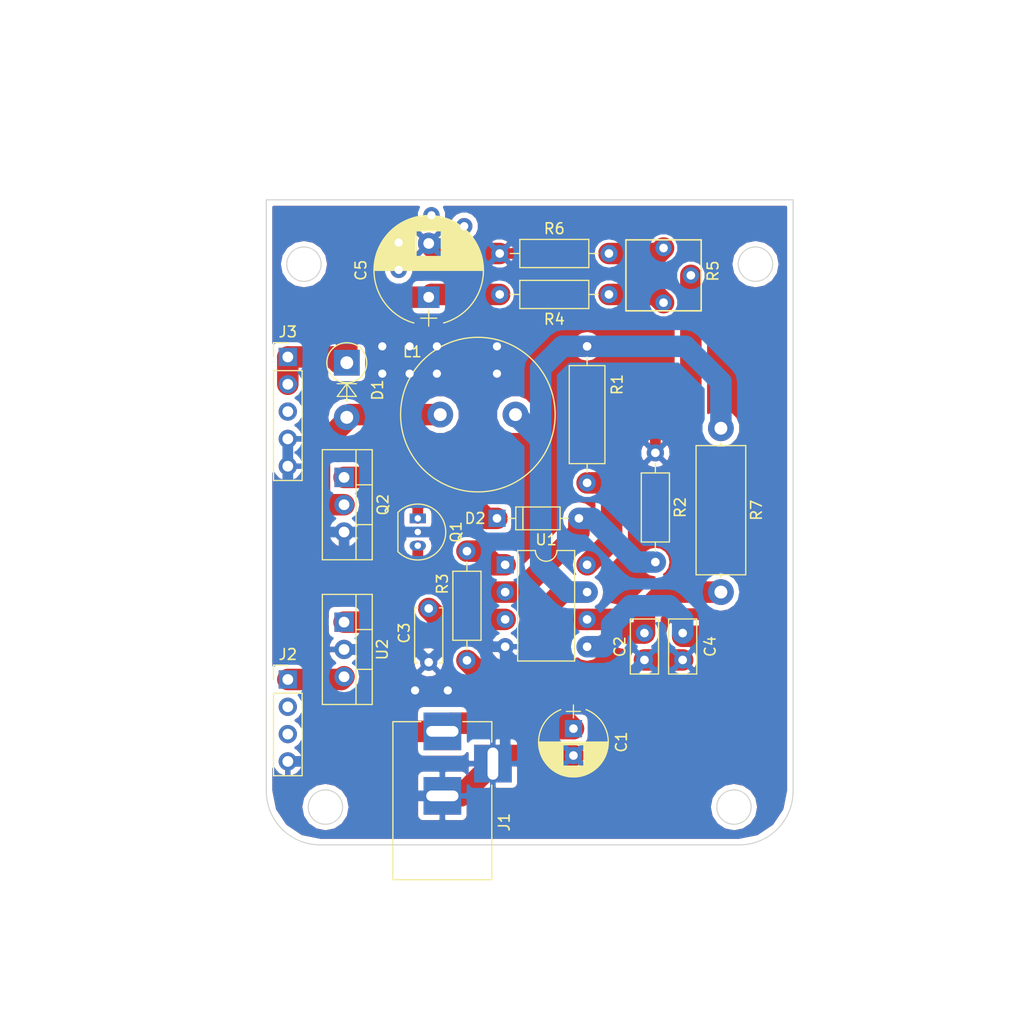
<source format=kicad_pcb>
(kicad_pcb (version 4) (host pcbnew 4.0.7)

  (general
    (links 53)
    (no_connects 0)
    (area 109.728 64.3 204.978001 158.496001)
    (thickness 1.6)
    (drawings 15)
    (tracks 144)
    (zones 0)
    (modules 36)
    (nets 15)
  )

  (page A4)
  (layers
    (0 F.Cu signal)
    (31 B.Cu signal)
    (32 B.Adhes user)
    (33 F.Adhes user)
    (34 B.Paste user)
    (35 F.Paste user)
    (36 B.SilkS user)
    (37 F.SilkS user)
    (38 B.Mask user)
    (39 F.Mask user)
    (40 Dwgs.User user)
    (41 Cmts.User user)
    (42 Eco1.User user)
    (43 Eco2.User user)
    (44 Edge.Cuts user)
    (45 Margin user)
    (46 B.CrtYd user)
    (47 F.CrtYd user)
    (48 B.Fab user)
    (49 F.Fab user)
  )

  (setup
    (last_trace_width 0.25)
    (user_trace_width 0.25)
    (user_trace_width 1)
    (user_trace_width 2)
    (trace_clearance 0.2)
    (zone_clearance 0.508)
    (zone_45_only no)
    (trace_min 0.2)
    (segment_width 0.2)
    (edge_width 0.15)
    (via_size 0.6)
    (via_drill 0.4)
    (via_min_size 0.4)
    (via_min_drill 0.3)
    (user_via 0.6 0.4)
    (user_via 0.8 0.6)
    (user_via 1.2 0.8)
    (uvia_size 0.3)
    (uvia_drill 0.1)
    (uvias_allowed no)
    (uvia_min_size 0.2)
    (uvia_min_drill 0.1)
    (pcb_text_width 0.3)
    (pcb_text_size 1.5 1.5)
    (mod_edge_width 0.15)
    (mod_text_size 1 1)
    (mod_text_width 0.15)
    (pad_size 1.524 1.524)
    (pad_drill 0.762)
    (pad_to_mask_clearance 0.2)
    (aux_axis_origin 192.5 111.5)
    (visible_elements 7FFFFFFF)
    (pcbplotparams
      (layerselection 0x010f0_80000001)
      (usegerberextensions true)
      (excludeedgelayer true)
      (linewidth 0.100000)
      (plotframeref false)
      (viasonmask false)
      (mode 1)
      (useauxorigin false)
      (hpglpennumber 1)
      (hpglpenspeed 20)
      (hpglpendiameter 15)
      (hpglpenoverlay 2)
      (psnegative false)
      (psa4output false)
      (plotreference true)
      (plotvalue true)
      (plotinvisibletext false)
      (padsonsilk false)
      (subtractmaskfromsilk false)
      (outputformat 1)
      (mirror false)
      (drillshape 0)
      (scaleselection 1)
      (outputdirectory gerber/))
  )

  (net 0 "")
  (net 1 +12V)
  (net 2 GND)
  (net 3 "Net-(C3-Pad1)")
  (net 4 "Net-(C4-Pad1)")
  (net 5 +HV)
  (net 6 "Net-(D1-Pad2)")
  (net 7 "Net-(D2-Pad1)")
  (net 8 "Net-(D2-Pad2)")
  (net 9 +5V)
  (net 10 "Net-(L1-Pad1)")
  (net 11 "Net-(R1-Pad1)")
  (net 12 "Net-(R3-Pad1)")
  (net 13 "Net-(R4-Pad1)")
  (net 14 "Net-(R5-Pad3)")

  (net_class Default "これは標準のネット クラスです。"
    (clearance 0.2)
    (trace_width 0.25)
    (via_dia 0.6)
    (via_drill 0.4)
    (uvia_dia 0.3)
    (uvia_drill 0.1)
    (add_net +12V)
    (add_net +5V)
    (add_net +HV)
    (add_net GND)
    (add_net "Net-(C3-Pad1)")
    (add_net "Net-(C4-Pad1)")
    (add_net "Net-(D1-Pad2)")
    (add_net "Net-(D2-Pad1)")
    (add_net "Net-(D2-Pad2)")
    (add_net "Net-(L1-Pad1)")
    (add_net "Net-(R1-Pad1)")
    (add_net "Net-(R3-Pad1)")
    (add_net "Net-(R4-Pad1)")
    (add_net "Net-(R5-Pad3)")
  )

  (module Capacitors_THT:C_Disc_D5.0mm_W2.5mm_P2.50mm (layer F.Cu) (tedit 59E6CC13) (tstamp 59DCB312)
    (at 169.672 122.682 270)
    (descr "C, Disc series, Radial, pin pitch=2.50mm, , diameter*width=5*2.5mm^2, Capacitor, http://cdn-reichelt.de/documents/datenblatt/B300/DS_KERKO_TC.pdf")
    (tags "C Disc series Radial pin pitch 2.50mm  diameter 5mm width 2.5mm Capacitor")
    (path /59DB698D)
    (fp_text reference C2 (at 1.27 2.286 270) (layer F.SilkS)
      (effects (font (size 1 1) (thickness 0.15)))
    )
    (fp_text value 0.1uF (at 1.25 2.56 270) (layer F.Fab)
      (effects (font (size 1 1) (thickness 0.15)))
    )
    (fp_line (start -1.25 -1.25) (end -1.25 1.25) (layer F.Fab) (width 0.1))
    (fp_line (start -1.25 1.25) (end 3.75 1.25) (layer F.Fab) (width 0.1))
    (fp_line (start 3.75 1.25) (end 3.75 -1.25) (layer F.Fab) (width 0.1))
    (fp_line (start 3.75 -1.25) (end -1.25 -1.25) (layer F.Fab) (width 0.1))
    (fp_line (start -1.31 -1.31) (end 3.81 -1.31) (layer F.SilkS) (width 0.12))
    (fp_line (start -1.31 1.31) (end 3.81 1.31) (layer F.SilkS) (width 0.12))
    (fp_line (start -1.31 -1.31) (end -1.31 1.31) (layer F.SilkS) (width 0.12))
    (fp_line (start 3.81 -1.31) (end 3.81 1.31) (layer F.SilkS) (width 0.12))
    (fp_line (start -1.6 -1.6) (end -1.6 1.6) (layer F.CrtYd) (width 0.05))
    (fp_line (start -1.6 1.6) (end 4.1 1.6) (layer F.CrtYd) (width 0.05))
    (fp_line (start 4.1 1.6) (end 4.1 -1.6) (layer F.CrtYd) (width 0.05))
    (fp_line (start 4.1 -1.6) (end -1.6 -1.6) (layer F.CrtYd) (width 0.05))
    (fp_text user %R (at 1.25 0 270) (layer F.Fab)
      (effects (font (size 1 1) (thickness 0.15)))
    )
    (pad 1 thru_hole circle (at 0 0 270) (size 1.6 1.6) (drill 0.8) (layers *.Cu *.Mask)
      (net 1 +12V))
    (pad 2 thru_hole circle (at 2.5 0 270) (size 1.6 1.6) (drill 0.8) (layers *.Cu *.Mask)
      (net 2 GND))
    (model ${KISYS3DMOD}/Capacitors_THT.3dshapes/C_Disc_D5.0mm_W2.5mm_P2.50mm.wrl
      (at (xyz 0 0 0))
      (scale (xyz 1 1 1))
      (rotate (xyz 0 0 0))
    )
  )

  (module Capacitors_THT:C_Disc_D5.0mm_W2.5mm_P5.00mm (layer F.Cu) (tedit 59E6CC0D) (tstamp 59DCB327)
    (at 149.606 120.396 270)
    (descr "C, Disc series, Radial, pin pitch=5.00mm, , diameter*width=5*2.5mm^2, Capacitor, http://cdn-reichelt.de/documents/datenblatt/B300/DS_KERKO_TC.pdf")
    (tags "C Disc series Radial pin pitch 5.00mm  diameter 5mm width 2.5mm Capacitor")
    (path /59DB69F9)
    (fp_text reference C3 (at 2.286 2.286 270) (layer F.SilkS)
      (effects (font (size 1 1) (thickness 0.15)))
    )
    (fp_text value 1000pF (at 2.5 2.56 270) (layer F.Fab)
      (effects (font (size 1 1) (thickness 0.15)))
    )
    (fp_line (start 0 -1.25) (end 0 1.25) (layer F.Fab) (width 0.1))
    (fp_line (start 0 1.25) (end 5 1.25) (layer F.Fab) (width 0.1))
    (fp_line (start 5 1.25) (end 5 -1.25) (layer F.Fab) (width 0.1))
    (fp_line (start 5 -1.25) (end 0 -1.25) (layer F.Fab) (width 0.1))
    (fp_line (start -0.06 -1.31) (end 5.06 -1.31) (layer F.SilkS) (width 0.12))
    (fp_line (start -0.06 1.31) (end 5.06 1.31) (layer F.SilkS) (width 0.12))
    (fp_line (start -0.06 -1.31) (end -0.06 -0.996) (layer F.SilkS) (width 0.12))
    (fp_line (start -0.06 0.996) (end -0.06 1.31) (layer F.SilkS) (width 0.12))
    (fp_line (start 5.06 -1.31) (end 5.06 -0.996) (layer F.SilkS) (width 0.12))
    (fp_line (start 5.06 0.996) (end 5.06 1.31) (layer F.SilkS) (width 0.12))
    (fp_line (start -1.05 -1.6) (end -1.05 1.6) (layer F.CrtYd) (width 0.05))
    (fp_line (start -1.05 1.6) (end 6.05 1.6) (layer F.CrtYd) (width 0.05))
    (fp_line (start 6.05 1.6) (end 6.05 -1.6) (layer F.CrtYd) (width 0.05))
    (fp_line (start 6.05 -1.6) (end -1.05 -1.6) (layer F.CrtYd) (width 0.05))
    (fp_text user %R (at 2.5 0 270) (layer F.Fab)
      (effects (font (size 1 1) (thickness 0.15)))
    )
    (pad 1 thru_hole circle (at 0 0 270) (size 1.6 1.6) (drill 0.8) (layers *.Cu *.Mask)
      (net 3 "Net-(C3-Pad1)"))
    (pad 2 thru_hole circle (at 5 0 270) (size 1.6 1.6) (drill 0.8) (layers *.Cu *.Mask)
      (net 2 GND))
    (model ${KISYS3DMOD}/Capacitors_THT.3dshapes/C_Disc_D5.0mm_W2.5mm_P5.00mm.wrl
      (at (xyz 0 0 0))
      (scale (xyz 1 1 1))
      (rotate (xyz 0 0 0))
    )
  )

  (module Capacitors_THT:C_Disc_D5.0mm_W2.5mm_P2.50mm (layer F.Cu) (tedit 597BC7C2) (tstamp 59DCB33A)
    (at 173.228 122.682 270)
    (descr "C, Disc series, Radial, pin pitch=2.50mm, , diameter*width=5*2.5mm^2, Capacitor, http://cdn-reichelt.de/documents/datenblatt/B300/DS_KERKO_TC.pdf")
    (tags "C Disc series Radial pin pitch 2.50mm  diameter 5mm width 2.5mm Capacitor")
    (path /59DB6A29)
    (fp_text reference C4 (at 1.25 -2.56 270) (layer F.SilkS)
      (effects (font (size 1 1) (thickness 0.15)))
    )
    (fp_text value 0.1uF (at 1.25 2.56 270) (layer F.Fab)
      (effects (font (size 1 1) (thickness 0.15)))
    )
    (fp_line (start -1.25 -1.25) (end -1.25 1.25) (layer F.Fab) (width 0.1))
    (fp_line (start -1.25 1.25) (end 3.75 1.25) (layer F.Fab) (width 0.1))
    (fp_line (start 3.75 1.25) (end 3.75 -1.25) (layer F.Fab) (width 0.1))
    (fp_line (start 3.75 -1.25) (end -1.25 -1.25) (layer F.Fab) (width 0.1))
    (fp_line (start -1.31 -1.31) (end 3.81 -1.31) (layer F.SilkS) (width 0.12))
    (fp_line (start -1.31 1.31) (end 3.81 1.31) (layer F.SilkS) (width 0.12))
    (fp_line (start -1.31 -1.31) (end -1.31 1.31) (layer F.SilkS) (width 0.12))
    (fp_line (start 3.81 -1.31) (end 3.81 1.31) (layer F.SilkS) (width 0.12))
    (fp_line (start -1.6 -1.6) (end -1.6 1.6) (layer F.CrtYd) (width 0.05))
    (fp_line (start -1.6 1.6) (end 4.1 1.6) (layer F.CrtYd) (width 0.05))
    (fp_line (start 4.1 1.6) (end 4.1 -1.6) (layer F.CrtYd) (width 0.05))
    (fp_line (start 4.1 -1.6) (end -1.6 -1.6) (layer F.CrtYd) (width 0.05))
    (fp_text user %R (at 1.25 0 270) (layer F.Fab)
      (effects (font (size 1 1) (thickness 0.15)))
    )
    (pad 1 thru_hole circle (at 0 0 270) (size 1.6 1.6) (drill 0.8) (layers *.Cu *.Mask)
      (net 4 "Net-(C4-Pad1)"))
    (pad 2 thru_hole circle (at 2.5 0 270) (size 1.6 1.6) (drill 0.8) (layers *.Cu *.Mask)
      (net 2 GND))
    (model ${KISYS3DMOD}/Capacitors_THT.3dshapes/C_Disc_D5.0mm_W2.5mm_P2.50mm.wrl
      (at (xyz 0 0 0))
      (scale (xyz 1 1 1))
      (rotate (xyz 0 0 0))
    )
  )

  (module Capacitors_THT:CP_Radial_D10.0mm_P5.00mm (layer F.Cu) (tedit 597BC7C2) (tstamp 59DCB408)
    (at 149.606 91.44 90)
    (descr "CP, Radial series, Radial, pin pitch=5.00mm, , diameter=10mm, Electrolytic Capacitor")
    (tags "CP Radial series Radial pin pitch 5.00mm  diameter 10mm Electrolytic Capacitor")
    (path /59DB82FB)
    (fp_text reference C5 (at 2.5 -6.31 90) (layer F.SilkS)
      (effects (font (size 1 1) (thickness 0.15)))
    )
    (fp_text value 4.7u_400V (at 2.5 6.31 90) (layer F.Fab)
      (effects (font (size 1 1) (thickness 0.15)))
    )
    (fp_arc (start 2.5 0) (end -2.399357 -1.38) (angle 148.5) (layer F.SilkS) (width 0.12))
    (fp_arc (start 2.5 0) (end -2.399357 1.38) (angle -148.5) (layer F.SilkS) (width 0.12))
    (fp_arc (start 2.5 0) (end 7.399357 -1.38) (angle 31.5) (layer F.SilkS) (width 0.12))
    (fp_circle (center 2.5 0) (end 7.5 0) (layer F.Fab) (width 0.1))
    (fp_line (start -2.7 0) (end -1.2 0) (layer F.Fab) (width 0.1))
    (fp_line (start -1.95 -0.75) (end -1.95 0.75) (layer F.Fab) (width 0.1))
    (fp_line (start 2.5 -5.05) (end 2.5 5.05) (layer F.SilkS) (width 0.12))
    (fp_line (start 2.54 -5.05) (end 2.54 5.05) (layer F.SilkS) (width 0.12))
    (fp_line (start 2.58 -5.05) (end 2.58 5.05) (layer F.SilkS) (width 0.12))
    (fp_line (start 2.62 -5.049) (end 2.62 5.049) (layer F.SilkS) (width 0.12))
    (fp_line (start 2.66 -5.048) (end 2.66 5.048) (layer F.SilkS) (width 0.12))
    (fp_line (start 2.7 -5.047) (end 2.7 5.047) (layer F.SilkS) (width 0.12))
    (fp_line (start 2.74 -5.045) (end 2.74 5.045) (layer F.SilkS) (width 0.12))
    (fp_line (start 2.78 -5.043) (end 2.78 5.043) (layer F.SilkS) (width 0.12))
    (fp_line (start 2.82 -5.04) (end 2.82 5.04) (layer F.SilkS) (width 0.12))
    (fp_line (start 2.86 -5.038) (end 2.86 5.038) (layer F.SilkS) (width 0.12))
    (fp_line (start 2.9 -5.035) (end 2.9 5.035) (layer F.SilkS) (width 0.12))
    (fp_line (start 2.94 -5.031) (end 2.94 5.031) (layer F.SilkS) (width 0.12))
    (fp_line (start 2.98 -5.028) (end 2.98 5.028) (layer F.SilkS) (width 0.12))
    (fp_line (start 3.02 -5.024) (end 3.02 5.024) (layer F.SilkS) (width 0.12))
    (fp_line (start 3.06 -5.02) (end 3.06 5.02) (layer F.SilkS) (width 0.12))
    (fp_line (start 3.1 -5.015) (end 3.1 5.015) (layer F.SilkS) (width 0.12))
    (fp_line (start 3.14 -5.01) (end 3.14 5.01) (layer F.SilkS) (width 0.12))
    (fp_line (start 3.18 -5.005) (end 3.18 5.005) (layer F.SilkS) (width 0.12))
    (fp_line (start 3.221 -4.999) (end 3.221 4.999) (layer F.SilkS) (width 0.12))
    (fp_line (start 3.261 -4.993) (end 3.261 4.993) (layer F.SilkS) (width 0.12))
    (fp_line (start 3.301 -4.987) (end 3.301 4.987) (layer F.SilkS) (width 0.12))
    (fp_line (start 3.341 -4.981) (end 3.341 4.981) (layer F.SilkS) (width 0.12))
    (fp_line (start 3.381 -4.974) (end 3.381 4.974) (layer F.SilkS) (width 0.12))
    (fp_line (start 3.421 -4.967) (end 3.421 4.967) (layer F.SilkS) (width 0.12))
    (fp_line (start 3.461 -4.959) (end 3.461 4.959) (layer F.SilkS) (width 0.12))
    (fp_line (start 3.501 -4.951) (end 3.501 4.951) (layer F.SilkS) (width 0.12))
    (fp_line (start 3.541 -4.943) (end 3.541 4.943) (layer F.SilkS) (width 0.12))
    (fp_line (start 3.581 -4.935) (end 3.581 4.935) (layer F.SilkS) (width 0.12))
    (fp_line (start 3.621 -4.926) (end 3.621 4.926) (layer F.SilkS) (width 0.12))
    (fp_line (start 3.661 -4.917) (end 3.661 4.917) (layer F.SilkS) (width 0.12))
    (fp_line (start 3.701 -4.907) (end 3.701 4.907) (layer F.SilkS) (width 0.12))
    (fp_line (start 3.741 -4.897) (end 3.741 4.897) (layer F.SilkS) (width 0.12))
    (fp_line (start 3.781 -4.887) (end 3.781 4.887) (layer F.SilkS) (width 0.12))
    (fp_line (start 3.821 -4.876) (end 3.821 -1.181) (layer F.SilkS) (width 0.12))
    (fp_line (start 3.821 1.181) (end 3.821 4.876) (layer F.SilkS) (width 0.12))
    (fp_line (start 3.861 -4.865) (end 3.861 -1.181) (layer F.SilkS) (width 0.12))
    (fp_line (start 3.861 1.181) (end 3.861 4.865) (layer F.SilkS) (width 0.12))
    (fp_line (start 3.901 -4.854) (end 3.901 -1.181) (layer F.SilkS) (width 0.12))
    (fp_line (start 3.901 1.181) (end 3.901 4.854) (layer F.SilkS) (width 0.12))
    (fp_line (start 3.941 -4.843) (end 3.941 -1.181) (layer F.SilkS) (width 0.12))
    (fp_line (start 3.941 1.181) (end 3.941 4.843) (layer F.SilkS) (width 0.12))
    (fp_line (start 3.981 -4.831) (end 3.981 -1.181) (layer F.SilkS) (width 0.12))
    (fp_line (start 3.981 1.181) (end 3.981 4.831) (layer F.SilkS) (width 0.12))
    (fp_line (start 4.021 -4.818) (end 4.021 -1.181) (layer F.SilkS) (width 0.12))
    (fp_line (start 4.021 1.181) (end 4.021 4.818) (layer F.SilkS) (width 0.12))
    (fp_line (start 4.061 -4.806) (end 4.061 -1.181) (layer F.SilkS) (width 0.12))
    (fp_line (start 4.061 1.181) (end 4.061 4.806) (layer F.SilkS) (width 0.12))
    (fp_line (start 4.101 -4.792) (end 4.101 -1.181) (layer F.SilkS) (width 0.12))
    (fp_line (start 4.101 1.181) (end 4.101 4.792) (layer F.SilkS) (width 0.12))
    (fp_line (start 4.141 -4.779) (end 4.141 -1.181) (layer F.SilkS) (width 0.12))
    (fp_line (start 4.141 1.181) (end 4.141 4.779) (layer F.SilkS) (width 0.12))
    (fp_line (start 4.181 -4.765) (end 4.181 -1.181) (layer F.SilkS) (width 0.12))
    (fp_line (start 4.181 1.181) (end 4.181 4.765) (layer F.SilkS) (width 0.12))
    (fp_line (start 4.221 -4.751) (end 4.221 -1.181) (layer F.SilkS) (width 0.12))
    (fp_line (start 4.221 1.181) (end 4.221 4.751) (layer F.SilkS) (width 0.12))
    (fp_line (start 4.261 -4.737) (end 4.261 -1.181) (layer F.SilkS) (width 0.12))
    (fp_line (start 4.261 1.181) (end 4.261 4.737) (layer F.SilkS) (width 0.12))
    (fp_line (start 4.301 -4.722) (end 4.301 -1.181) (layer F.SilkS) (width 0.12))
    (fp_line (start 4.301 1.181) (end 4.301 4.722) (layer F.SilkS) (width 0.12))
    (fp_line (start 4.341 -4.706) (end 4.341 -1.181) (layer F.SilkS) (width 0.12))
    (fp_line (start 4.341 1.181) (end 4.341 4.706) (layer F.SilkS) (width 0.12))
    (fp_line (start 4.381 -4.691) (end 4.381 -1.181) (layer F.SilkS) (width 0.12))
    (fp_line (start 4.381 1.181) (end 4.381 4.691) (layer F.SilkS) (width 0.12))
    (fp_line (start 4.421 -4.674) (end 4.421 -1.181) (layer F.SilkS) (width 0.12))
    (fp_line (start 4.421 1.181) (end 4.421 4.674) (layer F.SilkS) (width 0.12))
    (fp_line (start 4.461 -4.658) (end 4.461 -1.181) (layer F.SilkS) (width 0.12))
    (fp_line (start 4.461 1.181) (end 4.461 4.658) (layer F.SilkS) (width 0.12))
    (fp_line (start 4.501 -4.641) (end 4.501 -1.181) (layer F.SilkS) (width 0.12))
    (fp_line (start 4.501 1.181) (end 4.501 4.641) (layer F.SilkS) (width 0.12))
    (fp_line (start 4.541 -4.624) (end 4.541 -1.181) (layer F.SilkS) (width 0.12))
    (fp_line (start 4.541 1.181) (end 4.541 4.624) (layer F.SilkS) (width 0.12))
    (fp_line (start 4.581 -4.606) (end 4.581 -1.181) (layer F.SilkS) (width 0.12))
    (fp_line (start 4.581 1.181) (end 4.581 4.606) (layer F.SilkS) (width 0.12))
    (fp_line (start 4.621 -4.588) (end 4.621 -1.181) (layer F.SilkS) (width 0.12))
    (fp_line (start 4.621 1.181) (end 4.621 4.588) (layer F.SilkS) (width 0.12))
    (fp_line (start 4.661 -4.569) (end 4.661 -1.181) (layer F.SilkS) (width 0.12))
    (fp_line (start 4.661 1.181) (end 4.661 4.569) (layer F.SilkS) (width 0.12))
    (fp_line (start 4.701 -4.55) (end 4.701 -1.181) (layer F.SilkS) (width 0.12))
    (fp_line (start 4.701 1.181) (end 4.701 4.55) (layer F.SilkS) (width 0.12))
    (fp_line (start 4.741 -4.531) (end 4.741 -1.181) (layer F.SilkS) (width 0.12))
    (fp_line (start 4.741 1.181) (end 4.741 4.531) (layer F.SilkS) (width 0.12))
    (fp_line (start 4.781 -4.511) (end 4.781 -1.181) (layer F.SilkS) (width 0.12))
    (fp_line (start 4.781 1.181) (end 4.781 4.511) (layer F.SilkS) (width 0.12))
    (fp_line (start 4.821 -4.491) (end 4.821 -1.181) (layer F.SilkS) (width 0.12))
    (fp_line (start 4.821 1.181) (end 4.821 4.491) (layer F.SilkS) (width 0.12))
    (fp_line (start 4.861 -4.47) (end 4.861 -1.181) (layer F.SilkS) (width 0.12))
    (fp_line (start 4.861 1.181) (end 4.861 4.47) (layer F.SilkS) (width 0.12))
    (fp_line (start 4.901 -4.449) (end 4.901 -1.181) (layer F.SilkS) (width 0.12))
    (fp_line (start 4.901 1.181) (end 4.901 4.449) (layer F.SilkS) (width 0.12))
    (fp_line (start 4.941 -4.428) (end 4.941 -1.181) (layer F.SilkS) (width 0.12))
    (fp_line (start 4.941 1.181) (end 4.941 4.428) (layer F.SilkS) (width 0.12))
    (fp_line (start 4.981 -4.405) (end 4.981 -1.181) (layer F.SilkS) (width 0.12))
    (fp_line (start 4.981 1.181) (end 4.981 4.405) (layer F.SilkS) (width 0.12))
    (fp_line (start 5.021 -4.383) (end 5.021 -1.181) (layer F.SilkS) (width 0.12))
    (fp_line (start 5.021 1.181) (end 5.021 4.383) (layer F.SilkS) (width 0.12))
    (fp_line (start 5.061 -4.36) (end 5.061 -1.181) (layer F.SilkS) (width 0.12))
    (fp_line (start 5.061 1.181) (end 5.061 4.36) (layer F.SilkS) (width 0.12))
    (fp_line (start 5.101 -4.336) (end 5.101 -1.181) (layer F.SilkS) (width 0.12))
    (fp_line (start 5.101 1.181) (end 5.101 4.336) (layer F.SilkS) (width 0.12))
    (fp_line (start 5.141 -4.312) (end 5.141 -1.181) (layer F.SilkS) (width 0.12))
    (fp_line (start 5.141 1.181) (end 5.141 4.312) (layer F.SilkS) (width 0.12))
    (fp_line (start 5.181 -4.288) (end 5.181 -1.181) (layer F.SilkS) (width 0.12))
    (fp_line (start 5.181 1.181) (end 5.181 4.288) (layer F.SilkS) (width 0.12))
    (fp_line (start 5.221 -4.263) (end 5.221 -1.181) (layer F.SilkS) (width 0.12))
    (fp_line (start 5.221 1.181) (end 5.221 4.263) (layer F.SilkS) (width 0.12))
    (fp_line (start 5.261 -4.237) (end 5.261 -1.181) (layer F.SilkS) (width 0.12))
    (fp_line (start 5.261 1.181) (end 5.261 4.237) (layer F.SilkS) (width 0.12))
    (fp_line (start 5.301 -4.211) (end 5.301 -1.181) (layer F.SilkS) (width 0.12))
    (fp_line (start 5.301 1.181) (end 5.301 4.211) (layer F.SilkS) (width 0.12))
    (fp_line (start 5.341 -4.185) (end 5.341 -1.181) (layer F.SilkS) (width 0.12))
    (fp_line (start 5.341 1.181) (end 5.341 4.185) (layer F.SilkS) (width 0.12))
    (fp_line (start 5.381 -4.157) (end 5.381 -1.181) (layer F.SilkS) (width 0.12))
    (fp_line (start 5.381 1.181) (end 5.381 4.157) (layer F.SilkS) (width 0.12))
    (fp_line (start 5.421 -4.13) (end 5.421 -1.181) (layer F.SilkS) (width 0.12))
    (fp_line (start 5.421 1.181) (end 5.421 4.13) (layer F.SilkS) (width 0.12))
    (fp_line (start 5.461 -4.101) (end 5.461 -1.181) (layer F.SilkS) (width 0.12))
    (fp_line (start 5.461 1.181) (end 5.461 4.101) (layer F.SilkS) (width 0.12))
    (fp_line (start 5.501 -4.072) (end 5.501 -1.181) (layer F.SilkS) (width 0.12))
    (fp_line (start 5.501 1.181) (end 5.501 4.072) (layer F.SilkS) (width 0.12))
    (fp_line (start 5.541 -4.043) (end 5.541 -1.181) (layer F.SilkS) (width 0.12))
    (fp_line (start 5.541 1.181) (end 5.541 4.043) (layer F.SilkS) (width 0.12))
    (fp_line (start 5.581 -4.013) (end 5.581 -1.181) (layer F.SilkS) (width 0.12))
    (fp_line (start 5.581 1.181) (end 5.581 4.013) (layer F.SilkS) (width 0.12))
    (fp_line (start 5.621 -3.982) (end 5.621 -1.181) (layer F.SilkS) (width 0.12))
    (fp_line (start 5.621 1.181) (end 5.621 3.982) (layer F.SilkS) (width 0.12))
    (fp_line (start 5.661 -3.951) (end 5.661 -1.181) (layer F.SilkS) (width 0.12))
    (fp_line (start 5.661 1.181) (end 5.661 3.951) (layer F.SilkS) (width 0.12))
    (fp_line (start 5.701 -3.919) (end 5.701 -1.181) (layer F.SilkS) (width 0.12))
    (fp_line (start 5.701 1.181) (end 5.701 3.919) (layer F.SilkS) (width 0.12))
    (fp_line (start 5.741 -3.886) (end 5.741 -1.181) (layer F.SilkS) (width 0.12))
    (fp_line (start 5.741 1.181) (end 5.741 3.886) (layer F.SilkS) (width 0.12))
    (fp_line (start 5.781 -3.853) (end 5.781 -1.181) (layer F.SilkS) (width 0.12))
    (fp_line (start 5.781 1.181) (end 5.781 3.853) (layer F.SilkS) (width 0.12))
    (fp_line (start 5.821 -3.819) (end 5.821 -1.181) (layer F.SilkS) (width 0.12))
    (fp_line (start 5.821 1.181) (end 5.821 3.819) (layer F.SilkS) (width 0.12))
    (fp_line (start 5.861 -3.784) (end 5.861 -1.181) (layer F.SilkS) (width 0.12))
    (fp_line (start 5.861 1.181) (end 5.861 3.784) (layer F.SilkS) (width 0.12))
    (fp_line (start 5.901 -3.748) (end 5.901 -1.181) (layer F.SilkS) (width 0.12))
    (fp_line (start 5.901 1.181) (end 5.901 3.748) (layer F.SilkS) (width 0.12))
    (fp_line (start 5.941 -3.712) (end 5.941 -1.181) (layer F.SilkS) (width 0.12))
    (fp_line (start 5.941 1.181) (end 5.941 3.712) (layer F.SilkS) (width 0.12))
    (fp_line (start 5.981 -3.675) (end 5.981 -1.181) (layer F.SilkS) (width 0.12))
    (fp_line (start 5.981 1.181) (end 5.981 3.675) (layer F.SilkS) (width 0.12))
    (fp_line (start 6.021 -3.637) (end 6.021 -1.181) (layer F.SilkS) (width 0.12))
    (fp_line (start 6.021 1.181) (end 6.021 3.637) (layer F.SilkS) (width 0.12))
    (fp_line (start 6.061 -3.598) (end 6.061 -1.181) (layer F.SilkS) (width 0.12))
    (fp_line (start 6.061 1.181) (end 6.061 3.598) (layer F.SilkS) (width 0.12))
    (fp_line (start 6.101 -3.559) (end 6.101 -1.181) (layer F.SilkS) (width 0.12))
    (fp_line (start 6.101 1.181) (end 6.101 3.559) (layer F.SilkS) (width 0.12))
    (fp_line (start 6.141 -3.518) (end 6.141 -1.181) (layer F.SilkS) (width 0.12))
    (fp_line (start 6.141 1.181) (end 6.141 3.518) (layer F.SilkS) (width 0.12))
    (fp_line (start 6.181 -3.477) (end 6.181 3.477) (layer F.SilkS) (width 0.12))
    (fp_line (start 6.221 -3.435) (end 6.221 3.435) (layer F.SilkS) (width 0.12))
    (fp_line (start 6.261 -3.391) (end 6.261 3.391) (layer F.SilkS) (width 0.12))
    (fp_line (start 6.301 -3.347) (end 6.301 3.347) (layer F.SilkS) (width 0.12))
    (fp_line (start 6.341 -3.302) (end 6.341 3.302) (layer F.SilkS) (width 0.12))
    (fp_line (start 6.381 -3.255) (end 6.381 3.255) (layer F.SilkS) (width 0.12))
    (fp_line (start 6.421 -3.207) (end 6.421 3.207) (layer F.SilkS) (width 0.12))
    (fp_line (start 6.461 -3.158) (end 6.461 3.158) (layer F.SilkS) (width 0.12))
    (fp_line (start 6.501 -3.108) (end 6.501 3.108) (layer F.SilkS) (width 0.12))
    (fp_line (start 6.541 -3.057) (end 6.541 3.057) (layer F.SilkS) (width 0.12))
    (fp_line (start 6.581 -3.004) (end 6.581 3.004) (layer F.SilkS) (width 0.12))
    (fp_line (start 6.621 -2.949) (end 6.621 2.949) (layer F.SilkS) (width 0.12))
    (fp_line (start 6.661 -2.894) (end 6.661 2.894) (layer F.SilkS) (width 0.12))
    (fp_line (start 6.701 -2.836) (end 6.701 2.836) (layer F.SilkS) (width 0.12))
    (fp_line (start 6.741 -2.777) (end 6.741 2.777) (layer F.SilkS) (width 0.12))
    (fp_line (start 6.781 -2.715) (end 6.781 2.715) (layer F.SilkS) (width 0.12))
    (fp_line (start 6.821 -2.652) (end 6.821 2.652) (layer F.SilkS) (width 0.12))
    (fp_line (start 6.861 -2.587) (end 6.861 2.587) (layer F.SilkS) (width 0.12))
    (fp_line (start 6.901 -2.519) (end 6.901 2.519) (layer F.SilkS) (width 0.12))
    (fp_line (start 6.941 -2.449) (end 6.941 2.449) (layer F.SilkS) (width 0.12))
    (fp_line (start 6.981 -2.377) (end 6.981 2.377) (layer F.SilkS) (width 0.12))
    (fp_line (start 7.021 -2.301) (end 7.021 2.301) (layer F.SilkS) (width 0.12))
    (fp_line (start 7.061 -2.222) (end 7.061 2.222) (layer F.SilkS) (width 0.12))
    (fp_line (start 7.101 -2.14) (end 7.101 2.14) (layer F.SilkS) (width 0.12))
    (fp_line (start 7.141 -2.053) (end 7.141 2.053) (layer F.SilkS) (width 0.12))
    (fp_line (start 7.181 -1.962) (end 7.181 1.962) (layer F.SilkS) (width 0.12))
    (fp_line (start 7.221 -1.866) (end 7.221 1.866) (layer F.SilkS) (width 0.12))
    (fp_line (start 7.261 -1.763) (end 7.261 1.763) (layer F.SilkS) (width 0.12))
    (fp_line (start 7.301 -1.654) (end 7.301 1.654) (layer F.SilkS) (width 0.12))
    (fp_line (start 7.341 -1.536) (end 7.341 1.536) (layer F.SilkS) (width 0.12))
    (fp_line (start 7.381 -1.407) (end 7.381 1.407) (layer F.SilkS) (width 0.12))
    (fp_line (start 7.421 -1.265) (end 7.421 1.265) (layer F.SilkS) (width 0.12))
    (fp_line (start 7.461 -1.104) (end 7.461 1.104) (layer F.SilkS) (width 0.12))
    (fp_line (start 7.501 -0.913) (end 7.501 0.913) (layer F.SilkS) (width 0.12))
    (fp_line (start 7.541 -0.672) (end 7.541 0.672) (layer F.SilkS) (width 0.12))
    (fp_line (start 7.581 -0.279) (end 7.581 0.279) (layer F.SilkS) (width 0.12))
    (fp_line (start -2.7 0) (end -1.2 0) (layer F.SilkS) (width 0.12))
    (fp_line (start -1.95 -0.75) (end -1.95 0.75) (layer F.SilkS) (width 0.12))
    (fp_line (start -2.85 -5.35) (end -2.85 5.35) (layer F.CrtYd) (width 0.05))
    (fp_line (start -2.85 5.35) (end 7.85 5.35) (layer F.CrtYd) (width 0.05))
    (fp_line (start 7.85 5.35) (end 7.85 -5.35) (layer F.CrtYd) (width 0.05))
    (fp_line (start 7.85 -5.35) (end -2.85 -5.35) (layer F.CrtYd) (width 0.05))
    (fp_text user %R (at 2.5 0 90) (layer F.Fab)
      (effects (font (size 1 1) (thickness 0.15)))
    )
    (pad 1 thru_hole rect (at 0 0 90) (size 2 2) (drill 1) (layers *.Cu *.Mask)
      (net 5 +HV))
    (pad 2 thru_hole circle (at 5 0 90) (size 2 2) (drill 1) (layers *.Cu *.Mask)
      (net 2 GND))
    (model ${KISYS3DMOD}/Capacitors_THT.3dshapes/CP_Radial_D10.0mm_P5.00mm.wrl
      (at (xyz 0 0 0))
      (scale (xyz 1 1 1))
      (rotate (xyz 0 0 0))
    )
  )

  (module Diodes_THT:D_DO-15_P5.08mm_Vertical_AnodeUp (layer F.Cu) (tedit 5921392E) (tstamp 59DCB41C)
    (at 141.986 97.536 270)
    (descr "D, DO-15 series, Axial, Vertical, pin pitch=5.08mm, , length*diameter=7.6*3.6mm^2, , http://www.diodes.com/_files/packages/DO-15.pdf")
    (tags "D DO-15 series Axial Vertical pin pitch 5.08mm  length 7.6mm diameter 3.6mm")
    (path /59DB7A61)
    (fp_text reference D1 (at 2.54 -2.86 270) (layer F.SilkS)
      (effects (font (size 1 1) (thickness 0.15)))
    )
    (fp_text value UF2010 (at 2.54 2.86 270) (layer F.Fab)
      (effects (font (size 1 1) (thickness 0.15)))
    )
    (fp_text user K (at -2.56 0 270) (layer F.Fab)
      (effects (font (size 1 1) (thickness 0.15)))
    )
    (fp_text user %R (at 2.54 0 270) (layer F.Fab)
      (effects (font (size 1 1) (thickness 0.15)))
    )
    (fp_line (start 0 0) (end 5.08 0) (layer F.Fab) (width 0.1))
    (fp_line (start 1.86 0) (end 3.58 0) (layer F.SilkS) (width 0.12))
    (fp_line (start 1.947333 -0.889) (end 1.947333 0.889) (layer F.SilkS) (width 0.12))
    (fp_line (start 1.947333 0) (end 3.132667 -0.889) (layer F.SilkS) (width 0.12))
    (fp_line (start 3.132667 -0.889) (end 3.132667 0.889) (layer F.SilkS) (width 0.12))
    (fp_line (start 3.132667 0.889) (end 1.947333 0) (layer F.SilkS) (width 0.12))
    (fp_line (start -2.15 -2.15) (end -2.15 2.15) (layer F.CrtYd) (width 0.05))
    (fp_line (start -2.15 2.15) (end 6.6 2.15) (layer F.CrtYd) (width 0.05))
    (fp_line (start 6.6 2.15) (end 6.6 -2.15) (layer F.CrtYd) (width 0.05))
    (fp_line (start 6.6 -2.15) (end -2.15 -2.15) (layer F.CrtYd) (width 0.05))
    (fp_circle (center 0 0) (end 1.8 0) (layer F.Fab) (width 0.1))
    (fp_circle (center 0 0) (end 1.86 0) (layer F.SilkS) (width 0.12))
    (pad 1 thru_hole rect (at 0 0 270) (size 2.4 2.4) (drill 1.2) (layers *.Cu *.Mask)
      (net 5 +HV))
    (pad 2 thru_hole oval (at 5.08 0 270) (size 2.4 2.4) (drill 1.2) (layers *.Cu *.Mask)
      (net 6 "Net-(D1-Pad2)"))
    (model ${KISYS3DMOD}/Diodes_THT.3dshapes/D_DO-15_P5.08mm_Vertical_AnodeUp.wrl
      (at (xyz 0 0 0))
      (scale (xyz 0.393701 0.393701 0.393701))
      (rotate (xyz 0 0 0))
    )
  )

  (module Diodes_THT:D_DO-35_SOD27_P7.62mm_Horizontal (layer F.Cu) (tedit 59E6CBF3) (tstamp 59DCB435)
    (at 155.956 112.014)
    (descr "D, DO-35_SOD27 series, Axial, Horizontal, pin pitch=7.62mm, , length*diameter=4*2mm^2, , http://www.diodes.com/_files/packages/DO-35.pdf")
    (tags "D DO-35_SOD27 series Axial Horizontal pin pitch 7.62mm  length 4mm diameter 2mm")
    (path /59DB7660)
    (fp_text reference D2 (at -2.032 0) (layer F.SilkS)
      (effects (font (size 1 1) (thickness 0.15)))
    )
    (fp_text value 1N4148 (at 3.81 2.06) (layer F.Fab)
      (effects (font (size 1 1) (thickness 0.15)))
    )
    (fp_text user %R (at 3.81 0) (layer F.Fab)
      (effects (font (size 1 1) (thickness 0.15)))
    )
    (fp_line (start 1.81 -1) (end 1.81 1) (layer F.Fab) (width 0.1))
    (fp_line (start 1.81 1) (end 5.81 1) (layer F.Fab) (width 0.1))
    (fp_line (start 5.81 1) (end 5.81 -1) (layer F.Fab) (width 0.1))
    (fp_line (start 5.81 -1) (end 1.81 -1) (layer F.Fab) (width 0.1))
    (fp_line (start 0 0) (end 1.81 0) (layer F.Fab) (width 0.1))
    (fp_line (start 7.62 0) (end 5.81 0) (layer F.Fab) (width 0.1))
    (fp_line (start 2.41 -1) (end 2.41 1) (layer F.Fab) (width 0.1))
    (fp_line (start 1.75 -1.06) (end 1.75 1.06) (layer F.SilkS) (width 0.12))
    (fp_line (start 1.75 1.06) (end 5.87 1.06) (layer F.SilkS) (width 0.12))
    (fp_line (start 5.87 1.06) (end 5.87 -1.06) (layer F.SilkS) (width 0.12))
    (fp_line (start 5.87 -1.06) (end 1.75 -1.06) (layer F.SilkS) (width 0.12))
    (fp_line (start 0.98 0) (end 1.75 0) (layer F.SilkS) (width 0.12))
    (fp_line (start 6.64 0) (end 5.87 0) (layer F.SilkS) (width 0.12))
    (fp_line (start 2.41 -1.06) (end 2.41 1.06) (layer F.SilkS) (width 0.12))
    (fp_line (start -1.05 -1.35) (end -1.05 1.35) (layer F.CrtYd) (width 0.05))
    (fp_line (start -1.05 1.35) (end 8.7 1.35) (layer F.CrtYd) (width 0.05))
    (fp_line (start 8.7 1.35) (end 8.7 -1.35) (layer F.CrtYd) (width 0.05))
    (fp_line (start 8.7 -1.35) (end -1.05 -1.35) (layer F.CrtYd) (width 0.05))
    (pad 1 thru_hole rect (at 0 0) (size 1.6 1.6) (drill 0.8) (layers *.Cu *.Mask)
      (net 7 "Net-(D2-Pad1)"))
    (pad 2 thru_hole oval (at 7.62 0) (size 1.6 1.6) (drill 0.8) (layers *.Cu *.Mask)
      (net 8 "Net-(D2-Pad2)"))
    (model ${KISYS3DMOD}/Diodes_THT.3dshapes/D_DO-35_SOD27_P7.62mm_Horizontal.wrl
      (at (xyz 0 0 0))
      (scale (xyz 0.393701 0.393701 0.393701))
      (rotate (xyz 0 0 0))
    )
  )

  (module Connectors:BARREL_JACK (layer F.Cu) (tedit 5861378E) (tstamp 59DCB454)
    (at 150.876 131.826 90)
    (descr "DC Barrel Jack")
    (tags "Power Jack")
    (path /59DCB922)
    (fp_text reference J1 (at -8.45 5.75 270) (layer F.SilkS)
      (effects (font (size 1 1) (thickness 0.15)))
    )
    (fp_text value BARREL_JACK (at -6.2 -5.5 90) (layer F.Fab)
      (effects (font (size 1 1) (thickness 0.15)))
    )
    (fp_line (start 1 -4.5) (end 1 -4.75) (layer F.CrtYd) (width 0.05))
    (fp_line (start 1 -4.75) (end -14 -4.75) (layer F.CrtYd) (width 0.05))
    (fp_line (start 1 -4.5) (end 1 -2) (layer F.CrtYd) (width 0.05))
    (fp_line (start 1 -2) (end 2 -2) (layer F.CrtYd) (width 0.05))
    (fp_line (start 2 -2) (end 2 2) (layer F.CrtYd) (width 0.05))
    (fp_line (start 2 2) (end 1 2) (layer F.CrtYd) (width 0.05))
    (fp_line (start 1 2) (end 1 4.75) (layer F.CrtYd) (width 0.05))
    (fp_line (start 1 4.75) (end -1 4.75) (layer F.CrtYd) (width 0.05))
    (fp_line (start -1 4.75) (end -1 6.75) (layer F.CrtYd) (width 0.05))
    (fp_line (start -1 6.75) (end -5 6.75) (layer F.CrtYd) (width 0.05))
    (fp_line (start -5 6.75) (end -5 4.75) (layer F.CrtYd) (width 0.05))
    (fp_line (start -5 4.75) (end -14 4.75) (layer F.CrtYd) (width 0.05))
    (fp_line (start -14 4.75) (end -14 -4.75) (layer F.CrtYd) (width 0.05))
    (fp_line (start -5 4.6) (end -13.8 4.6) (layer F.SilkS) (width 0.12))
    (fp_line (start -13.8 4.6) (end -13.8 -4.6) (layer F.SilkS) (width 0.12))
    (fp_line (start 0.9 1.9) (end 0.9 4.6) (layer F.SilkS) (width 0.12))
    (fp_line (start 0.9 4.6) (end -1 4.6) (layer F.SilkS) (width 0.12))
    (fp_line (start -13.8 -4.6) (end 0.9 -4.6) (layer F.SilkS) (width 0.12))
    (fp_line (start 0.9 -4.6) (end 0.9 -2) (layer F.SilkS) (width 0.12))
    (fp_line (start -10.2 -4.5) (end -10.2 4.5) (layer F.Fab) (width 0.1))
    (fp_line (start -13.7 -4.5) (end -13.7 4.5) (layer F.Fab) (width 0.1))
    (fp_line (start -13.7 4.5) (end 0.8 4.5) (layer F.Fab) (width 0.1))
    (fp_line (start 0.8 4.5) (end 0.8 -4.5) (layer F.Fab) (width 0.1))
    (fp_line (start 0.8 -4.5) (end -13.7 -4.5) (layer F.Fab) (width 0.1))
    (pad 1 thru_hole rect (at 0 0 90) (size 3.5 3.5) (drill oval 1 3) (layers *.Cu *.Mask)
      (net 1 +12V))
    (pad 2 thru_hole rect (at -6 0 90) (size 3.5 3.5) (drill oval 1 3) (layers *.Cu *.Mask)
      (net 2 GND))
    (pad 3 thru_hole rect (at -3 4.7 90) (size 3.5 3.5) (drill oval 3 1) (layers *.Cu *.Mask)
      (net 2 GND))
  )

  (module Pin_Headers:Pin_Header_Straight_1x04_Pitch2.54mm (layer F.Cu) (tedit 59650532) (tstamp 59DCB46C)
    (at 136.5 127)
    (descr "Through hole straight pin header, 1x04, 2.54mm pitch, single row")
    (tags "Through hole pin header THT 1x04 2.54mm single row")
    (path /59DCA92D)
    (fp_text reference J2 (at 0 -2.33) (layer F.SilkS)
      (effects (font (size 1 1) (thickness 0.15)))
    )
    (fp_text value CONN_01X04 (at 0 9.95) (layer F.Fab)
      (effects (font (size 1 1) (thickness 0.15)))
    )
    (fp_line (start -0.635 -1.27) (end 1.27 -1.27) (layer F.Fab) (width 0.1))
    (fp_line (start 1.27 -1.27) (end 1.27 8.89) (layer F.Fab) (width 0.1))
    (fp_line (start 1.27 8.89) (end -1.27 8.89) (layer F.Fab) (width 0.1))
    (fp_line (start -1.27 8.89) (end -1.27 -0.635) (layer F.Fab) (width 0.1))
    (fp_line (start -1.27 -0.635) (end -0.635 -1.27) (layer F.Fab) (width 0.1))
    (fp_line (start -1.33 8.95) (end 1.33 8.95) (layer F.SilkS) (width 0.12))
    (fp_line (start -1.33 1.27) (end -1.33 8.95) (layer F.SilkS) (width 0.12))
    (fp_line (start 1.33 1.27) (end 1.33 8.95) (layer F.SilkS) (width 0.12))
    (fp_line (start -1.33 1.27) (end 1.33 1.27) (layer F.SilkS) (width 0.12))
    (fp_line (start -1.33 0) (end -1.33 -1.33) (layer F.SilkS) (width 0.12))
    (fp_line (start -1.33 -1.33) (end 0 -1.33) (layer F.SilkS) (width 0.12))
    (fp_line (start -1.8 -1.8) (end -1.8 9.4) (layer F.CrtYd) (width 0.05))
    (fp_line (start -1.8 9.4) (end 1.8 9.4) (layer F.CrtYd) (width 0.05))
    (fp_line (start 1.8 9.4) (end 1.8 -1.8) (layer F.CrtYd) (width 0.05))
    (fp_line (start 1.8 -1.8) (end -1.8 -1.8) (layer F.CrtYd) (width 0.05))
    (fp_text user %R (at 0 3.81 90) (layer F.Fab)
      (effects (font (size 1 1) (thickness 0.15)))
    )
    (pad 1 thru_hole rect (at 0 0) (size 1.7 1.7) (drill 1) (layers *.Cu *.Mask)
      (net 9 +5V))
    (pad 2 thru_hole oval (at 0 2.54) (size 1.7 1.7) (drill 1) (layers *.Cu *.Mask))
    (pad 3 thru_hole oval (at 0 5.08) (size 1.7 1.7) (drill 1) (layers *.Cu *.Mask))
    (pad 4 thru_hole oval (at 0 7.62) (size 1.7 1.7) (drill 1) (layers *.Cu *.Mask)
      (net 2 GND))
    (model ${KISYS3DMOD}/Pin_Headers.3dshapes/Pin_Header_Straight_1x04_Pitch2.54mm.wrl
      (at (xyz 0 0 0))
      (scale (xyz 1 1 1))
      (rotate (xyz 0 0 0))
    )
  )

  (module Pin_Headers:Pin_Header_Straight_1x05_Pitch2.54mm (layer F.Cu) (tedit 59650532) (tstamp 59DCB485)
    (at 136.5 97)
    (descr "Through hole straight pin header, 1x05, 2.54mm pitch, single row")
    (tags "Through hole pin header THT 1x05 2.54mm single row")
    (path /59DCA3BB)
    (fp_text reference J3 (at 0 -2.33) (layer F.SilkS)
      (effects (font (size 1 1) (thickness 0.15)))
    )
    (fp_text value CONN_01X05 (at 0 12.49) (layer F.Fab)
      (effects (font (size 1 1) (thickness 0.15)))
    )
    (fp_line (start -0.635 -1.27) (end 1.27 -1.27) (layer F.Fab) (width 0.1))
    (fp_line (start 1.27 -1.27) (end 1.27 11.43) (layer F.Fab) (width 0.1))
    (fp_line (start 1.27 11.43) (end -1.27 11.43) (layer F.Fab) (width 0.1))
    (fp_line (start -1.27 11.43) (end -1.27 -0.635) (layer F.Fab) (width 0.1))
    (fp_line (start -1.27 -0.635) (end -0.635 -1.27) (layer F.Fab) (width 0.1))
    (fp_line (start -1.33 11.49) (end 1.33 11.49) (layer F.SilkS) (width 0.12))
    (fp_line (start -1.33 1.27) (end -1.33 11.49) (layer F.SilkS) (width 0.12))
    (fp_line (start 1.33 1.27) (end 1.33 11.49) (layer F.SilkS) (width 0.12))
    (fp_line (start -1.33 1.27) (end 1.33 1.27) (layer F.SilkS) (width 0.12))
    (fp_line (start -1.33 0) (end -1.33 -1.33) (layer F.SilkS) (width 0.12))
    (fp_line (start -1.33 -1.33) (end 0 -1.33) (layer F.SilkS) (width 0.12))
    (fp_line (start -1.8 -1.8) (end -1.8 11.95) (layer F.CrtYd) (width 0.05))
    (fp_line (start -1.8 11.95) (end 1.8 11.95) (layer F.CrtYd) (width 0.05))
    (fp_line (start 1.8 11.95) (end 1.8 -1.8) (layer F.CrtYd) (width 0.05))
    (fp_line (start 1.8 -1.8) (end -1.8 -1.8) (layer F.CrtYd) (width 0.05))
    (fp_text user %R (at 0 5.08 90) (layer F.Fab)
      (effects (font (size 1 1) (thickness 0.15)))
    )
    (pad 1 thru_hole rect (at 0 0) (size 1.7 1.7) (drill 1) (layers *.Cu *.Mask)
      (net 5 +HV))
    (pad 2 thru_hole oval (at 0 2.54) (size 1.7 1.7) (drill 1) (layers *.Cu *.Mask)
      (net 5 +HV))
    (pad 3 thru_hole oval (at 0 5.08) (size 1.7 1.7) (drill 1) (layers *.Cu *.Mask))
    (pad 4 thru_hole oval (at 0 7.62) (size 1.7 1.7) (drill 1) (layers *.Cu *.Mask)
      (net 2 GND))
    (pad 5 thru_hole oval (at 0 10.16) (size 1.7 1.7) (drill 1) (layers *.Cu *.Mask)
      (net 2 GND))
    (model ${KISYS3DMOD}/Pin_Headers.3dshapes/Pin_Header_Straight_1x05_Pitch2.54mm.wrl
      (at (xyz 0 0 0))
      (scale (xyz 1 1 1))
      (rotate (xyz 0 0 0))
    )
  )

  (module NixiePowerSupply:Inductors_LHL13NB471K (layer F.Cu) (tedit 59E6CBFD) (tstamp 59DCB491)
    (at 154.178 102.362 180)
    (descr "L, Radial series, Radial, pin pitch=10.00mm, , diameter=14.2mm, Neosid, SD14, http://www.neosid.de/produktblaetter/neosid_Festinduktivitaet_Sd14.pdf")
    (tags "L Radial series Radial pin pitch 10.00mm  diameter 14.2mm Neosid SD14")
    (path /59DB7B1D)
    (fp_text reference L1 (at 6.096 5.842 180) (layer F.SilkS)
      (effects (font (size 1 1) (thickness 0.15)))
    )
    (fp_text value 470uH (at 0 8.16 180) (layer F.Fab)
      (effects (font (size 1 1) (thickness 0.15)))
    )
    (fp_circle (center 0 0) (end 7.1 0) (layer F.Fab) (width 0.1))
    (fp_circle (center 0 0) (end 7.19 0) (layer F.SilkS) (width 0.12))
    (fp_line (start -7.45 -7.45) (end -7.45 7.45) (layer F.CrtYd) (width 0.05))
    (fp_line (start -7.45 7.45) (end 7.45 7.45) (layer F.CrtYd) (width 0.05))
    (fp_line (start 7.45 7.45) (end 7.45 -7.45) (layer F.CrtYd) (width 0.05))
    (fp_line (start 7.45 -7.45) (end -7.45 -7.45) (layer F.CrtYd) (width 0.05))
    (pad 1 thru_hole circle (at -3.5 0 180) (size 2.4 2.4) (drill 1.2) (layers *.Cu *.Mask)
      (net 10 "Net-(L1-Pad1)"))
    (pad 2 thru_hole circle (at 3.5 0 180) (size 2.4 2.4) (drill 1.2) (layers *.Cu *.Mask)
      (net 6 "Net-(D1-Pad2)"))
    (model Inductors_THT.3dshapes/L_Radial_D14.2mm_P10.00mm_Neosid_SD14.wrl
      (at (xyz 0 0 0))
      (scale (xyz 0.393701 0.393701 0.393701))
      (rotate (xyz 0 0 0))
    )
  )

  (module TO_SOT_Packages_THT:TO-92_Inline_Narrow_Oval (layer F.Cu) (tedit 58CE52AF) (tstamp 59DCB4A3)
    (at 148.59 112.014 270)
    (descr "TO-92 leads in-line, narrow, oval pads, drill 0.6mm (see NXP sot054_po.pdf)")
    (tags "to-92 sc-43 sc-43a sot54 PA33 transistor")
    (path /59DB7496)
    (fp_text reference Q1 (at 1.27 -3.56 270) (layer F.SilkS)
      (effects (font (size 1 1) (thickness 0.15)))
    )
    (fp_text value 2SA1015 (at 1.27 2.79 270) (layer F.Fab)
      (effects (font (size 1 1) (thickness 0.15)))
    )
    (fp_text user %R (at 1.27 -3.56 270) (layer F.Fab)
      (effects (font (size 1 1) (thickness 0.15)))
    )
    (fp_line (start -0.53 1.85) (end 3.07 1.85) (layer F.SilkS) (width 0.12))
    (fp_line (start -0.5 1.75) (end 3 1.75) (layer F.Fab) (width 0.1))
    (fp_line (start -1.46 -2.73) (end 4 -2.73) (layer F.CrtYd) (width 0.05))
    (fp_line (start -1.46 -2.73) (end -1.46 2.01) (layer F.CrtYd) (width 0.05))
    (fp_line (start 4 2.01) (end 4 -2.73) (layer F.CrtYd) (width 0.05))
    (fp_line (start 4 2.01) (end -1.46 2.01) (layer F.CrtYd) (width 0.05))
    (fp_arc (start 1.27 0) (end 1.27 -2.48) (angle 135) (layer F.Fab) (width 0.1))
    (fp_arc (start 1.27 0) (end 1.27 -2.6) (angle -135) (layer F.SilkS) (width 0.12))
    (fp_arc (start 1.27 0) (end 1.27 -2.48) (angle -135) (layer F.Fab) (width 0.1))
    (fp_arc (start 1.27 0) (end 1.27 -2.6) (angle 135) (layer F.SilkS) (width 0.12))
    (pad 2 thru_hole oval (at 1.27 0 90) (size 0.9 1.5) (drill 0.6) (layers *.Cu *.Mask)
      (net 2 GND))
    (pad 3 thru_hole oval (at 2.54 0 90) (size 0.9 1.5) (drill 0.6) (layers *.Cu *.Mask)
      (net 8 "Net-(D2-Pad2)"))
    (pad 1 thru_hole rect (at 0 0 90) (size 0.9 1.5) (drill 0.6) (layers *.Cu *.Mask)
      (net 7 "Net-(D2-Pad1)"))
    (model ${KISYS3DMOD}/TO_SOT_Packages_THT.3dshapes/TO-92_Inline_Narrow_Oval.wrl
      (at (xyz 0.05 0 0))
      (scale (xyz 1 1 1))
      (rotate (xyz 0 0 -90))
    )
  )

  (module TO_SOT_Packages_THT:TO-220-3_Vertical (layer F.Cu) (tedit 58CE52AD) (tstamp 59DCB4BD)
    (at 141.732 108.204 270)
    (descr "TO-220-3, Vertical, RM 2.54mm")
    (tags "TO-220-3 Vertical RM 2.54mm")
    (path /59DB7443)
    (fp_text reference Q2 (at 2.54 -3.62 270) (layer F.SilkS)
      (effects (font (size 1 1) (thickness 0.15)))
    )
    (fp_text value 2SK3234 (at 2.54 3.92 270) (layer F.Fab)
      (effects (font (size 1 1) (thickness 0.15)))
    )
    (fp_text user %R (at 2.54 -3.62 270) (layer F.Fab)
      (effects (font (size 1 1) (thickness 0.15)))
    )
    (fp_line (start -2.46 -2.5) (end -2.46 1.9) (layer F.Fab) (width 0.1))
    (fp_line (start -2.46 1.9) (end 7.54 1.9) (layer F.Fab) (width 0.1))
    (fp_line (start 7.54 1.9) (end 7.54 -2.5) (layer F.Fab) (width 0.1))
    (fp_line (start 7.54 -2.5) (end -2.46 -2.5) (layer F.Fab) (width 0.1))
    (fp_line (start -2.46 -1.23) (end 7.54 -1.23) (layer F.Fab) (width 0.1))
    (fp_line (start 0.69 -2.5) (end 0.69 -1.23) (layer F.Fab) (width 0.1))
    (fp_line (start 4.39 -2.5) (end 4.39 -1.23) (layer F.Fab) (width 0.1))
    (fp_line (start -2.58 -2.62) (end 7.66 -2.62) (layer F.SilkS) (width 0.12))
    (fp_line (start -2.58 2.021) (end 7.66 2.021) (layer F.SilkS) (width 0.12))
    (fp_line (start -2.58 -2.62) (end -2.58 2.021) (layer F.SilkS) (width 0.12))
    (fp_line (start 7.66 -2.62) (end 7.66 2.021) (layer F.SilkS) (width 0.12))
    (fp_line (start -2.58 -1.11) (end 7.66 -1.11) (layer F.SilkS) (width 0.12))
    (fp_line (start 0.69 -2.62) (end 0.69 -1.11) (layer F.SilkS) (width 0.12))
    (fp_line (start 4.391 -2.62) (end 4.391 -1.11) (layer F.SilkS) (width 0.12))
    (fp_line (start -2.71 -2.75) (end -2.71 2.16) (layer F.CrtYd) (width 0.05))
    (fp_line (start -2.71 2.16) (end 7.79 2.16) (layer F.CrtYd) (width 0.05))
    (fp_line (start 7.79 2.16) (end 7.79 -2.75) (layer F.CrtYd) (width 0.05))
    (fp_line (start 7.79 -2.75) (end -2.71 -2.75) (layer F.CrtYd) (width 0.05))
    (pad 1 thru_hole rect (at 0 0 270) (size 1.8 1.8) (drill 1) (layers *.Cu *.Mask)
      (net 7 "Net-(D2-Pad1)"))
    (pad 2 thru_hole oval (at 2.54 0 270) (size 1.8 1.8) (drill 1) (layers *.Cu *.Mask)
      (net 6 "Net-(D1-Pad2)"))
    (pad 3 thru_hole oval (at 5.08 0 270) (size 1.8 1.8) (drill 1) (layers *.Cu *.Mask)
      (net 2 GND))
    (model ${KISYS3DMOD}/TO_SOT_Packages_THT.3dshapes/TO-220-3_Vertical.wrl
      (at (xyz 0.1 0 0))
      (scale (xyz 0.393701 0.393701 0.393701))
      (rotate (xyz 0 0 0))
    )
  )

  (module Resistors_THT:R_Axial_DIN0309_L9.0mm_D3.2mm_P12.70mm_Horizontal (layer F.Cu) (tedit 59E6CBDE) (tstamp 59DCB4D3)
    (at 164.338 108.712 90)
    (descr "Resistor, Axial_DIN0309 series, Axial, Horizontal, pin pitch=12.7mm, 0.5W = 1/2W, length*diameter=9*3.2mm^2, http://cdn-reichelt.de/documents/datenblatt/B400/1_4W%23YAG.pdf")
    (tags "Resistor Axial_DIN0309 series Axial Horizontal pin pitch 12.7mm 0.5W = 1/2W length 9mm diameter 3.2mm")
    (path /59DB6AE1)
    (fp_text reference R1 (at 9.144 2.794 90) (layer F.SilkS)
      (effects (font (size 1 1) (thickness 0.15)))
    )
    (fp_text value 680 (at 6.35 2.66 90) (layer F.Fab)
      (effects (font (size 1 1) (thickness 0.15)))
    )
    (fp_line (start 1.85 -1.6) (end 1.85 1.6) (layer F.Fab) (width 0.1))
    (fp_line (start 1.85 1.6) (end 10.85 1.6) (layer F.Fab) (width 0.1))
    (fp_line (start 10.85 1.6) (end 10.85 -1.6) (layer F.Fab) (width 0.1))
    (fp_line (start 10.85 -1.6) (end 1.85 -1.6) (layer F.Fab) (width 0.1))
    (fp_line (start 0 0) (end 1.85 0) (layer F.Fab) (width 0.1))
    (fp_line (start 12.7 0) (end 10.85 0) (layer F.Fab) (width 0.1))
    (fp_line (start 1.79 -1.66) (end 1.79 1.66) (layer F.SilkS) (width 0.12))
    (fp_line (start 1.79 1.66) (end 10.91 1.66) (layer F.SilkS) (width 0.12))
    (fp_line (start 10.91 1.66) (end 10.91 -1.66) (layer F.SilkS) (width 0.12))
    (fp_line (start 10.91 -1.66) (end 1.79 -1.66) (layer F.SilkS) (width 0.12))
    (fp_line (start 0.98 0) (end 1.79 0) (layer F.SilkS) (width 0.12))
    (fp_line (start 11.72 0) (end 10.91 0) (layer F.SilkS) (width 0.12))
    (fp_line (start -1.05 -1.95) (end -1.05 1.95) (layer F.CrtYd) (width 0.05))
    (fp_line (start -1.05 1.95) (end 13.75 1.95) (layer F.CrtYd) (width 0.05))
    (fp_line (start 13.75 1.95) (end 13.75 -1.95) (layer F.CrtYd) (width 0.05))
    (fp_line (start 13.75 -1.95) (end -1.05 -1.95) (layer F.CrtYd) (width 0.05))
    (pad 1 thru_hole circle (at 0 0 90) (size 1.6 1.6) (drill 0.8) (layers *.Cu *.Mask)
      (net 11 "Net-(R1-Pad1)"))
    (pad 2 thru_hole oval (at 12.7 0 90) (size 1.6 1.6) (drill 0.8) (layers *.Cu *.Mask)
      (net 10 "Net-(L1-Pad1)"))
    (model ${KISYS3DMOD}/Resistors_THT.3dshapes/R_Axial_DIN0309_L9.0mm_D3.2mm_P12.70mm_Horizontal.wrl
      (at (xyz 0 0 0))
      (scale (xyz 0.393701 0.393701 0.393701))
      (rotate (xyz 0 0 0))
    )
  )

  (module Resistors_THT:R_Axial_DIN0207_L6.3mm_D2.5mm_P10.16mm_Horizontal (layer F.Cu) (tedit 5874F706) (tstamp 59DCB4E9)
    (at 170.688 105.918 270)
    (descr "Resistor, Axial_DIN0207 series, Axial, Horizontal, pin pitch=10.16mm, 0.25W = 1/4W, length*diameter=6.3*2.5mm^2, http://cdn-reichelt.de/documents/datenblatt/B400/1_4W%23YAG.pdf")
    (tags "Resistor Axial_DIN0207 series Axial Horizontal pin pitch 10.16mm 0.25W = 1/4W length 6.3mm diameter 2.5mm")
    (path /59DB6BAC)
    (fp_text reference R2 (at 5.08 -2.31 270) (layer F.SilkS)
      (effects (font (size 1 1) (thickness 0.15)))
    )
    (fp_text value 1k (at 5.08 2.31 270) (layer F.Fab)
      (effects (font (size 1 1) (thickness 0.15)))
    )
    (fp_line (start 1.93 -1.25) (end 1.93 1.25) (layer F.Fab) (width 0.1))
    (fp_line (start 1.93 1.25) (end 8.23 1.25) (layer F.Fab) (width 0.1))
    (fp_line (start 8.23 1.25) (end 8.23 -1.25) (layer F.Fab) (width 0.1))
    (fp_line (start 8.23 -1.25) (end 1.93 -1.25) (layer F.Fab) (width 0.1))
    (fp_line (start 0 0) (end 1.93 0) (layer F.Fab) (width 0.1))
    (fp_line (start 10.16 0) (end 8.23 0) (layer F.Fab) (width 0.1))
    (fp_line (start 1.87 -1.31) (end 1.87 1.31) (layer F.SilkS) (width 0.12))
    (fp_line (start 1.87 1.31) (end 8.29 1.31) (layer F.SilkS) (width 0.12))
    (fp_line (start 8.29 1.31) (end 8.29 -1.31) (layer F.SilkS) (width 0.12))
    (fp_line (start 8.29 -1.31) (end 1.87 -1.31) (layer F.SilkS) (width 0.12))
    (fp_line (start 0.98 0) (end 1.87 0) (layer F.SilkS) (width 0.12))
    (fp_line (start 9.18 0) (end 8.29 0) (layer F.SilkS) (width 0.12))
    (fp_line (start -1.05 -1.6) (end -1.05 1.6) (layer F.CrtYd) (width 0.05))
    (fp_line (start -1.05 1.6) (end 11.25 1.6) (layer F.CrtYd) (width 0.05))
    (fp_line (start 11.25 1.6) (end 11.25 -1.6) (layer F.CrtYd) (width 0.05))
    (fp_line (start 11.25 -1.6) (end -1.05 -1.6) (layer F.CrtYd) (width 0.05))
    (pad 1 thru_hole circle (at 0 0 270) (size 1.6 1.6) (drill 0.8) (layers *.Cu *.Mask)
      (net 2 GND))
    (pad 2 thru_hole oval (at 10.16 0 270) (size 1.6 1.6) (drill 0.8) (layers *.Cu *.Mask)
      (net 8 "Net-(D2-Pad2)"))
    (model ${KISYS3DMOD}/Resistors_THT.3dshapes/R_Axial_DIN0207_L6.3mm_D2.5mm_P10.16mm_Horizontal.wrl
      (at (xyz 0 0 0))
      (scale (xyz 0.393701 0.393701 0.393701))
      (rotate (xyz 0 0 0))
    )
  )

  (module Resistors_THT:R_Axial_DIN0207_L6.3mm_D2.5mm_P10.16mm_Horizontal (layer F.Cu) (tedit 59E6CC33) (tstamp 59DCB4FF)
    (at 153.162 115.062 270)
    (descr "Resistor, Axial_DIN0207 series, Axial, Horizontal, pin pitch=10.16mm, 0.25W = 1/4W, length*diameter=6.3*2.5mm^2, http://cdn-reichelt.de/documents/datenblatt/B400/1_4W%23YAG.pdf")
    (tags "Resistor Axial_DIN0207 series Axial Horizontal pin pitch 10.16mm 0.25W = 1/4W length 6.3mm diameter 2.5mm")
    (path /59DB6B80)
    (fp_text reference R3 (at 3.048 2.286 270) (layer F.SilkS)
      (effects (font (size 1 1) (thickness 0.15)))
    )
    (fp_text value 1k (at 5.08 2.31 270) (layer F.Fab)
      (effects (font (size 1 1) (thickness 0.15)))
    )
    (fp_line (start 1.93 -1.25) (end 1.93 1.25) (layer F.Fab) (width 0.1))
    (fp_line (start 1.93 1.25) (end 8.23 1.25) (layer F.Fab) (width 0.1))
    (fp_line (start 8.23 1.25) (end 8.23 -1.25) (layer F.Fab) (width 0.1))
    (fp_line (start 8.23 -1.25) (end 1.93 -1.25) (layer F.Fab) (width 0.1))
    (fp_line (start 0 0) (end 1.93 0) (layer F.Fab) (width 0.1))
    (fp_line (start 10.16 0) (end 8.23 0) (layer F.Fab) (width 0.1))
    (fp_line (start 1.87 -1.31) (end 1.87 1.31) (layer F.SilkS) (width 0.12))
    (fp_line (start 1.87 1.31) (end 8.29 1.31) (layer F.SilkS) (width 0.12))
    (fp_line (start 8.29 1.31) (end 8.29 -1.31) (layer F.SilkS) (width 0.12))
    (fp_line (start 8.29 -1.31) (end 1.87 -1.31) (layer F.SilkS) (width 0.12))
    (fp_line (start 0.98 0) (end 1.87 0) (layer F.SilkS) (width 0.12))
    (fp_line (start 9.18 0) (end 8.29 0) (layer F.SilkS) (width 0.12))
    (fp_line (start -1.05 -1.6) (end -1.05 1.6) (layer F.CrtYd) (width 0.05))
    (fp_line (start -1.05 1.6) (end 11.25 1.6) (layer F.CrtYd) (width 0.05))
    (fp_line (start 11.25 1.6) (end 11.25 -1.6) (layer F.CrtYd) (width 0.05))
    (fp_line (start 11.25 -1.6) (end -1.05 -1.6) (layer F.CrtYd) (width 0.05))
    (pad 1 thru_hole circle (at 0 0 270) (size 1.6 1.6) (drill 0.8) (layers *.Cu *.Mask)
      (net 12 "Net-(R3-Pad1)"))
    (pad 2 thru_hole oval (at 10.16 0 270) (size 1.6 1.6) (drill 0.8) (layers *.Cu *.Mask)
      (net 10 "Net-(L1-Pad1)"))
    (model ${KISYS3DMOD}/Resistors_THT.3dshapes/R_Axial_DIN0207_L6.3mm_D2.5mm_P10.16mm_Horizontal.wrl
      (at (xyz 0 0 0))
      (scale (xyz 0.393701 0.393701 0.393701))
      (rotate (xyz 0 0 0))
    )
  )

  (module Resistors_THT:R_Axial_DIN0207_L6.3mm_D2.5mm_P10.16mm_Horizontal (layer F.Cu) (tedit 5874F706) (tstamp 59DCB515)
    (at 166.37 91.186 180)
    (descr "Resistor, Axial_DIN0207 series, Axial, Horizontal, pin pitch=10.16mm, 0.25W = 1/4W, length*diameter=6.3*2.5mm^2, http://cdn-reichelt.de/documents/datenblatt/B400/1_4W%23YAG.pdf")
    (tags "Resistor Axial_DIN0207 series Axial Horizontal pin pitch 10.16mm 0.25W = 1/4W length 6.3mm diameter 2.5mm")
    (path /59DB99B3)
    (fp_text reference R4 (at 5.08 -2.31 180) (layer F.SilkS)
      (effects (font (size 1 1) (thickness 0.15)))
    )
    (fp_text value 470k (at 5.08 2.31 180) (layer F.Fab)
      (effects (font (size 1 1) (thickness 0.15)))
    )
    (fp_line (start 1.93 -1.25) (end 1.93 1.25) (layer F.Fab) (width 0.1))
    (fp_line (start 1.93 1.25) (end 8.23 1.25) (layer F.Fab) (width 0.1))
    (fp_line (start 8.23 1.25) (end 8.23 -1.25) (layer F.Fab) (width 0.1))
    (fp_line (start 8.23 -1.25) (end 1.93 -1.25) (layer F.Fab) (width 0.1))
    (fp_line (start 0 0) (end 1.93 0) (layer F.Fab) (width 0.1))
    (fp_line (start 10.16 0) (end 8.23 0) (layer F.Fab) (width 0.1))
    (fp_line (start 1.87 -1.31) (end 1.87 1.31) (layer F.SilkS) (width 0.12))
    (fp_line (start 1.87 1.31) (end 8.29 1.31) (layer F.SilkS) (width 0.12))
    (fp_line (start 8.29 1.31) (end 8.29 -1.31) (layer F.SilkS) (width 0.12))
    (fp_line (start 8.29 -1.31) (end 1.87 -1.31) (layer F.SilkS) (width 0.12))
    (fp_line (start 0.98 0) (end 1.87 0) (layer F.SilkS) (width 0.12))
    (fp_line (start 9.18 0) (end 8.29 0) (layer F.SilkS) (width 0.12))
    (fp_line (start -1.05 -1.6) (end -1.05 1.6) (layer F.CrtYd) (width 0.05))
    (fp_line (start -1.05 1.6) (end 11.25 1.6) (layer F.CrtYd) (width 0.05))
    (fp_line (start 11.25 1.6) (end 11.25 -1.6) (layer F.CrtYd) (width 0.05))
    (fp_line (start 11.25 -1.6) (end -1.05 -1.6) (layer F.CrtYd) (width 0.05))
    (pad 1 thru_hole circle (at 0 0 180) (size 1.6 1.6) (drill 0.8) (layers *.Cu *.Mask)
      (net 13 "Net-(R4-Pad1)"))
    (pad 2 thru_hole oval (at 10.16 0 180) (size 1.6 1.6) (drill 0.8) (layers *.Cu *.Mask)
      (net 5 +HV))
    (model ${KISYS3DMOD}/Resistors_THT.3dshapes/R_Axial_DIN0207_L6.3mm_D2.5mm_P10.16mm_Horizontal.wrl
      (at (xyz 0 0 0))
      (scale (xyz 0.393701 0.393701 0.393701))
      (rotate (xyz 0 0 0))
    )
  )

  (module NixiePowerSupply:VOL_3362P-1-202LF (layer F.Cu) (tedit 59DC7D53) (tstamp 59DCB520)
    (at 171.45 89.408 90)
    (path /59DBB486)
    (fp_text reference R5 (at 0.4 4.6 90) (layer F.SilkS)
      (effects (font (size 1 1) (thickness 0.15)))
    )
    (fp_text value VR_2K (at -0.2 -4.7 90) (layer F.Fab)
      (effects (font (size 1 1) (thickness 0.15)))
    )
    (fp_line (start -3.3 -3.5) (end 3.3 -3.5) (layer F.SilkS) (width 0.15))
    (fp_line (start 3.3 -3.5) (end 3.3 3.5) (layer F.SilkS) (width 0.15))
    (fp_line (start 3.3 3.5) (end -3.3 3.5) (layer F.SilkS) (width 0.15))
    (fp_line (start -3.3 3.5) (end -3.3 -3.5) (layer F.SilkS) (width 0.15))
    (pad 2 thru_hole circle (at 0 2.54 90) (size 1.524 1.524) (drill 0.8) (layers *.Cu *.Mask)
      (net 4 "Net-(C4-Pad1)"))
    (pad 3 thru_hole circle (at 2.54 0 90) (size 1.524 1.524) (drill 0.8) (layers *.Cu *.Mask)
      (net 14 "Net-(R5-Pad3)"))
    (pad 1 thru_hole circle (at -2.54 0 90) (size 1.524 1.524) (drill 0.8) (layers *.Cu *.Mask)
      (net 13 "Net-(R4-Pad1)"))
  )

  (module Resistors_THT:R_Axial_DIN0207_L6.3mm_D2.5mm_P10.16mm_Horizontal (layer F.Cu) (tedit 5874F706) (tstamp 59DCB536)
    (at 156.21 87.376)
    (descr "Resistor, Axial_DIN0207 series, Axial, Horizontal, pin pitch=10.16mm, 0.25W = 1/4W, length*diameter=6.3*2.5mm^2, http://cdn-reichelt.de/documents/datenblatt/B400/1_4W%23YAG.pdf")
    (tags "Resistor Axial_DIN0207 series Axial Horizontal pin pitch 10.16mm 0.25W = 1/4W length 6.3mm diameter 2.5mm")
    (path /59DB9A18)
    (fp_text reference R6 (at 5.08 -2.31) (layer F.SilkS)
      (effects (font (size 1 1) (thickness 0.15)))
    )
    (fp_text value 2.2k (at 5.08 2.31) (layer F.Fab)
      (effects (font (size 1 1) (thickness 0.15)))
    )
    (fp_line (start 1.93 -1.25) (end 1.93 1.25) (layer F.Fab) (width 0.1))
    (fp_line (start 1.93 1.25) (end 8.23 1.25) (layer F.Fab) (width 0.1))
    (fp_line (start 8.23 1.25) (end 8.23 -1.25) (layer F.Fab) (width 0.1))
    (fp_line (start 8.23 -1.25) (end 1.93 -1.25) (layer F.Fab) (width 0.1))
    (fp_line (start 0 0) (end 1.93 0) (layer F.Fab) (width 0.1))
    (fp_line (start 10.16 0) (end 8.23 0) (layer F.Fab) (width 0.1))
    (fp_line (start 1.87 -1.31) (end 1.87 1.31) (layer F.SilkS) (width 0.12))
    (fp_line (start 1.87 1.31) (end 8.29 1.31) (layer F.SilkS) (width 0.12))
    (fp_line (start 8.29 1.31) (end 8.29 -1.31) (layer F.SilkS) (width 0.12))
    (fp_line (start 8.29 -1.31) (end 1.87 -1.31) (layer F.SilkS) (width 0.12))
    (fp_line (start 0.98 0) (end 1.87 0) (layer F.SilkS) (width 0.12))
    (fp_line (start 9.18 0) (end 8.29 0) (layer F.SilkS) (width 0.12))
    (fp_line (start -1.05 -1.6) (end -1.05 1.6) (layer F.CrtYd) (width 0.05))
    (fp_line (start -1.05 1.6) (end 11.25 1.6) (layer F.CrtYd) (width 0.05))
    (fp_line (start 11.25 1.6) (end 11.25 -1.6) (layer F.CrtYd) (width 0.05))
    (fp_line (start 11.25 -1.6) (end -1.05 -1.6) (layer F.CrtYd) (width 0.05))
    (pad 1 thru_hole circle (at 0 0) (size 1.6 1.6) (drill 0.8) (layers *.Cu *.Mask)
      (net 2 GND))
    (pad 2 thru_hole oval (at 10.16 0) (size 1.6 1.6) (drill 0.8) (layers *.Cu *.Mask)
      (net 14 "Net-(R5-Pad3)"))
    (model ${KISYS3DMOD}/Resistors_THT.3dshapes/R_Axial_DIN0207_L6.3mm_D2.5mm_P10.16mm_Horizontal.wrl
      (at (xyz 0 0 0))
      (scale (xyz 0.393701 0.393701 0.393701))
      (rotate (xyz 0 0 0))
    )
  )

  (module Resistors_THT:R_Axial_DIN0414_L11.9mm_D4.5mm_P15.24mm_Horizontal (layer F.Cu) (tedit 5874F706) (tstamp 59DCB54C)
    (at 176.784 103.632 270)
    (descr "Resistor, Axial_DIN0414 series, Axial, Horizontal, pin pitch=15.24mm, 2W, length*diameter=11.9*4.5mm^2, http://www.vishay.com/docs/20128/wkxwrx.pdf")
    (tags "Resistor Axial_DIN0414 series Axial Horizontal pin pitch 15.24mm 2W length 11.9mm diameter 4.5mm")
    (path /59DB6A74)
    (fp_text reference R7 (at 7.62 -3.31 270) (layer F.SilkS)
      (effects (font (size 1 1) (thickness 0.15)))
    )
    (fp_text value 0.15 (at 7.62 3.31 270) (layer F.Fab)
      (effects (font (size 1 1) (thickness 0.15)))
    )
    (fp_line (start 1.67 -2.25) (end 1.67 2.25) (layer F.Fab) (width 0.1))
    (fp_line (start 1.67 2.25) (end 13.57 2.25) (layer F.Fab) (width 0.1))
    (fp_line (start 13.57 2.25) (end 13.57 -2.25) (layer F.Fab) (width 0.1))
    (fp_line (start 13.57 -2.25) (end 1.67 -2.25) (layer F.Fab) (width 0.1))
    (fp_line (start 0 0) (end 1.67 0) (layer F.Fab) (width 0.1))
    (fp_line (start 15.24 0) (end 13.57 0) (layer F.Fab) (width 0.1))
    (fp_line (start 1.61 -2.31) (end 1.61 2.31) (layer F.SilkS) (width 0.12))
    (fp_line (start 1.61 2.31) (end 13.63 2.31) (layer F.SilkS) (width 0.12))
    (fp_line (start 13.63 2.31) (end 13.63 -2.31) (layer F.SilkS) (width 0.12))
    (fp_line (start 13.63 -2.31) (end 1.61 -2.31) (layer F.SilkS) (width 0.12))
    (fp_line (start 1.38 0) (end 1.61 0) (layer F.SilkS) (width 0.12))
    (fp_line (start 13.86 0) (end 13.63 0) (layer F.SilkS) (width 0.12))
    (fp_line (start -1.45 -2.6) (end -1.45 2.6) (layer F.CrtYd) (width 0.05))
    (fp_line (start -1.45 2.6) (end 16.7 2.6) (layer F.CrtYd) (width 0.05))
    (fp_line (start 16.7 2.6) (end 16.7 -2.6) (layer F.CrtYd) (width 0.05))
    (fp_line (start 16.7 -2.6) (end -1.45 -2.6) (layer F.CrtYd) (width 0.05))
    (pad 1 thru_hole circle (at 0 0 270) (size 2.4 2.4) (drill 1.2) (layers *.Cu *.Mask)
      (net 10 "Net-(L1-Pad1)"))
    (pad 2 thru_hole oval (at 15.24 0 270) (size 2.4 2.4) (drill 1.2) (layers *.Cu *.Mask)
      (net 1 +12V))
    (model ${KISYS3DMOD}/Resistors_THT.3dshapes/R_Axial_DIN0414_L11.9mm_D4.5mm_P15.24mm_Horizontal.wrl
      (at (xyz 0 0 0))
      (scale (xyz 0.393701 0.393701 0.393701))
      (rotate (xyz 0 0 0))
    )
  )

  (module Housings_DIP:DIP-8_W7.62mm (layer F.Cu) (tedit 59C78D6B) (tstamp 59DCB568)
    (at 156.718 116.332)
    (descr "8-lead though-hole mounted DIP package, row spacing 7.62 mm (300 mils)")
    (tags "THT DIP DIL PDIP 2.54mm 7.62mm 300mil")
    (path /59DB68DB)
    (fp_text reference U1 (at 3.81 -2.33) (layer F.SilkS)
      (effects (font (size 1 1) (thickness 0.15)))
    )
    (fp_text value NJM2360 (at 3.81 9.95) (layer F.Fab)
      (effects (font (size 1 1) (thickness 0.15)))
    )
    (fp_arc (start 3.81 -1.33) (end 2.81 -1.33) (angle -180) (layer F.SilkS) (width 0.12))
    (fp_line (start 1.635 -1.27) (end 6.985 -1.27) (layer F.Fab) (width 0.1))
    (fp_line (start 6.985 -1.27) (end 6.985 8.89) (layer F.Fab) (width 0.1))
    (fp_line (start 6.985 8.89) (end 0.635 8.89) (layer F.Fab) (width 0.1))
    (fp_line (start 0.635 8.89) (end 0.635 -0.27) (layer F.Fab) (width 0.1))
    (fp_line (start 0.635 -0.27) (end 1.635 -1.27) (layer F.Fab) (width 0.1))
    (fp_line (start 2.81 -1.33) (end 1.16 -1.33) (layer F.SilkS) (width 0.12))
    (fp_line (start 1.16 -1.33) (end 1.16 8.95) (layer F.SilkS) (width 0.12))
    (fp_line (start 1.16 8.95) (end 6.46 8.95) (layer F.SilkS) (width 0.12))
    (fp_line (start 6.46 8.95) (end 6.46 -1.33) (layer F.SilkS) (width 0.12))
    (fp_line (start 6.46 -1.33) (end 4.81 -1.33) (layer F.SilkS) (width 0.12))
    (fp_line (start -1.1 -1.55) (end -1.1 9.15) (layer F.CrtYd) (width 0.05))
    (fp_line (start -1.1 9.15) (end 8.7 9.15) (layer F.CrtYd) (width 0.05))
    (fp_line (start 8.7 9.15) (end 8.7 -1.55) (layer F.CrtYd) (width 0.05))
    (fp_line (start 8.7 -1.55) (end -1.1 -1.55) (layer F.CrtYd) (width 0.05))
    (fp_text user %R (at 3.81 3.81) (layer F.Fab)
      (effects (font (size 1 1) (thickness 0.15)))
    )
    (pad 1 thru_hole rect (at 0 0) (size 1.6 1.6) (drill 0.8) (layers *.Cu *.Mask)
      (net 12 "Net-(R3-Pad1)"))
    (pad 5 thru_hole oval (at 7.62 7.62) (size 1.6 1.6) (drill 0.8) (layers *.Cu *.Mask)
      (net 4 "Net-(C4-Pad1)"))
    (pad 2 thru_hole oval (at 0 2.54) (size 1.6 1.6) (drill 0.8) (layers *.Cu *.Mask)
      (net 8 "Net-(D2-Pad2)"))
    (pad 6 thru_hole oval (at 7.62 5.08) (size 1.6 1.6) (drill 0.8) (layers *.Cu *.Mask)
      (net 1 +12V))
    (pad 3 thru_hole oval (at 0 5.08) (size 1.6 1.6) (drill 0.8) (layers *.Cu *.Mask)
      (net 3 "Net-(C3-Pad1)"))
    (pad 7 thru_hole oval (at 7.62 2.54) (size 1.6 1.6) (drill 0.8) (layers *.Cu *.Mask)
      (net 10 "Net-(L1-Pad1)"))
    (pad 4 thru_hole oval (at 0 7.62) (size 1.6 1.6) (drill 0.8) (layers *.Cu *.Mask)
      (net 2 GND))
    (pad 8 thru_hole oval (at 7.62 0) (size 1.6 1.6) (drill 0.8) (layers *.Cu *.Mask)
      (net 11 "Net-(R1-Pad1)"))
    (model ${KISYS3DMOD}/Housings_DIP.3dshapes/DIP-8_W7.62mm.wrl
      (at (xyz 0 0 0))
      (scale (xyz 1 1 1))
      (rotate (xyz 0 0 0))
    )
  )

  (module TO_SOT_Packages_THT:TO-220-3_Vertical (layer F.Cu) (tedit 59E6CC2B) (tstamp 59DCB582)
    (at 141.732 121.666 270)
    (descr "TO-220-3, Vertical, RM 2.54mm")
    (tags "TO-220-3 Vertical RM 2.54mm")
    (path /59E6DCCE)
    (fp_text reference U2 (at 2.54 -3.556 270) (layer F.SilkS)
      (effects (font (size 1 1) (thickness 0.15)))
    )
    (fp_text value Regul_7805 (at 2.54 3.92 270) (layer F.Fab)
      (effects (font (size 1 1) (thickness 0.15)))
    )
    (fp_text user %R (at 2.54 -3.62 270) (layer F.Fab)
      (effects (font (size 1 1) (thickness 0.15)))
    )
    (fp_line (start -2.46 -2.5) (end -2.46 1.9) (layer F.Fab) (width 0.1))
    (fp_line (start -2.46 1.9) (end 7.54 1.9) (layer F.Fab) (width 0.1))
    (fp_line (start 7.54 1.9) (end 7.54 -2.5) (layer F.Fab) (width 0.1))
    (fp_line (start 7.54 -2.5) (end -2.46 -2.5) (layer F.Fab) (width 0.1))
    (fp_line (start -2.46 -1.23) (end 7.54 -1.23) (layer F.Fab) (width 0.1))
    (fp_line (start 0.69 -2.5) (end 0.69 -1.23) (layer F.Fab) (width 0.1))
    (fp_line (start 4.39 -2.5) (end 4.39 -1.23) (layer F.Fab) (width 0.1))
    (fp_line (start -2.58 -2.62) (end 7.66 -2.62) (layer F.SilkS) (width 0.12))
    (fp_line (start -2.58 2.021) (end 7.66 2.021) (layer F.SilkS) (width 0.12))
    (fp_line (start -2.58 -2.62) (end -2.58 2.021) (layer F.SilkS) (width 0.12))
    (fp_line (start 7.66 -2.62) (end 7.66 2.021) (layer F.SilkS) (width 0.12))
    (fp_line (start -2.58 -1.11) (end 7.66 -1.11) (layer F.SilkS) (width 0.12))
    (fp_line (start 0.69 -2.62) (end 0.69 -1.11) (layer F.SilkS) (width 0.12))
    (fp_line (start 4.391 -2.62) (end 4.391 -1.11) (layer F.SilkS) (width 0.12))
    (fp_line (start -2.71 -2.75) (end -2.71 2.16) (layer F.CrtYd) (width 0.05))
    (fp_line (start -2.71 2.16) (end 7.79 2.16) (layer F.CrtYd) (width 0.05))
    (fp_line (start 7.79 2.16) (end 7.79 -2.75) (layer F.CrtYd) (width 0.05))
    (fp_line (start 7.79 -2.75) (end -2.71 -2.75) (layer F.CrtYd) (width 0.05))
    (pad 1 thru_hole rect (at 0 0 270) (size 1.8 1.8) (drill 1) (layers *.Cu *.Mask)
      (net 1 +12V))
    (pad 2 thru_hole oval (at 2.54 0 270) (size 1.8 1.8) (drill 1) (layers *.Cu *.Mask)
      (net 2 GND))
    (pad 3 thru_hole oval (at 5.08 0 270) (size 1.8 1.8) (drill 1) (layers *.Cu *.Mask)
      (net 9 +5V))
    (model ${KISYS3DMOD}/TO_SOT_Packages_THT.3dshapes/TO-220-3_Vertical.wrl
      (at (xyz 0.1 0 0))
      (scale (xyz 0.393701 0.393701 0.393701))
      (rotate (xyz 0 0 0))
    )
  )

  (module Capacitors_THT:CP_Radial_D6.3mm_P2.50mm (layer F.Cu) (tedit 597BC7C2) (tstamp 59DD88B5)
    (at 163.068 131.572 270)
    (descr "CP, Radial series, Radial, pin pitch=2.50mm, , diameter=6.3mm, Electrolytic Capacitor")
    (tags "CP Radial series Radial pin pitch 2.50mm  diameter 6.3mm Electrolytic Capacitor")
    (path /59DCF078)
    (fp_text reference C1 (at 1.25 -4.46 270) (layer F.SilkS)
      (effects (font (size 1 1) (thickness 0.15)))
    )
    (fp_text value 100uF_16V (at 1.25 4.46 270) (layer F.Fab)
      (effects (font (size 1 1) (thickness 0.15)))
    )
    (fp_arc (start 1.25 0) (end -1.767482 -1.18) (angle 137.3) (layer F.SilkS) (width 0.12))
    (fp_arc (start 1.25 0) (end -1.767482 1.18) (angle -137.3) (layer F.SilkS) (width 0.12))
    (fp_arc (start 1.25 0) (end 4.267482 -1.18) (angle 42.7) (layer F.SilkS) (width 0.12))
    (fp_circle (center 1.25 0) (end 4.4 0) (layer F.Fab) (width 0.1))
    (fp_line (start -2.2 0) (end -1 0) (layer F.Fab) (width 0.1))
    (fp_line (start -1.6 -0.65) (end -1.6 0.65) (layer F.Fab) (width 0.1))
    (fp_line (start 1.25 -3.2) (end 1.25 3.2) (layer F.SilkS) (width 0.12))
    (fp_line (start 1.29 -3.2) (end 1.29 3.2) (layer F.SilkS) (width 0.12))
    (fp_line (start 1.33 -3.2) (end 1.33 3.2) (layer F.SilkS) (width 0.12))
    (fp_line (start 1.37 -3.198) (end 1.37 3.198) (layer F.SilkS) (width 0.12))
    (fp_line (start 1.41 -3.197) (end 1.41 3.197) (layer F.SilkS) (width 0.12))
    (fp_line (start 1.45 -3.194) (end 1.45 3.194) (layer F.SilkS) (width 0.12))
    (fp_line (start 1.49 -3.192) (end 1.49 3.192) (layer F.SilkS) (width 0.12))
    (fp_line (start 1.53 -3.188) (end 1.53 -0.98) (layer F.SilkS) (width 0.12))
    (fp_line (start 1.53 0.98) (end 1.53 3.188) (layer F.SilkS) (width 0.12))
    (fp_line (start 1.57 -3.185) (end 1.57 -0.98) (layer F.SilkS) (width 0.12))
    (fp_line (start 1.57 0.98) (end 1.57 3.185) (layer F.SilkS) (width 0.12))
    (fp_line (start 1.61 -3.18) (end 1.61 -0.98) (layer F.SilkS) (width 0.12))
    (fp_line (start 1.61 0.98) (end 1.61 3.18) (layer F.SilkS) (width 0.12))
    (fp_line (start 1.65 -3.176) (end 1.65 -0.98) (layer F.SilkS) (width 0.12))
    (fp_line (start 1.65 0.98) (end 1.65 3.176) (layer F.SilkS) (width 0.12))
    (fp_line (start 1.69 -3.17) (end 1.69 -0.98) (layer F.SilkS) (width 0.12))
    (fp_line (start 1.69 0.98) (end 1.69 3.17) (layer F.SilkS) (width 0.12))
    (fp_line (start 1.73 -3.165) (end 1.73 -0.98) (layer F.SilkS) (width 0.12))
    (fp_line (start 1.73 0.98) (end 1.73 3.165) (layer F.SilkS) (width 0.12))
    (fp_line (start 1.77 -3.158) (end 1.77 -0.98) (layer F.SilkS) (width 0.12))
    (fp_line (start 1.77 0.98) (end 1.77 3.158) (layer F.SilkS) (width 0.12))
    (fp_line (start 1.81 -3.152) (end 1.81 -0.98) (layer F.SilkS) (width 0.12))
    (fp_line (start 1.81 0.98) (end 1.81 3.152) (layer F.SilkS) (width 0.12))
    (fp_line (start 1.85 -3.144) (end 1.85 -0.98) (layer F.SilkS) (width 0.12))
    (fp_line (start 1.85 0.98) (end 1.85 3.144) (layer F.SilkS) (width 0.12))
    (fp_line (start 1.89 -3.137) (end 1.89 -0.98) (layer F.SilkS) (width 0.12))
    (fp_line (start 1.89 0.98) (end 1.89 3.137) (layer F.SilkS) (width 0.12))
    (fp_line (start 1.93 -3.128) (end 1.93 -0.98) (layer F.SilkS) (width 0.12))
    (fp_line (start 1.93 0.98) (end 1.93 3.128) (layer F.SilkS) (width 0.12))
    (fp_line (start 1.971 -3.119) (end 1.971 -0.98) (layer F.SilkS) (width 0.12))
    (fp_line (start 1.971 0.98) (end 1.971 3.119) (layer F.SilkS) (width 0.12))
    (fp_line (start 2.011 -3.11) (end 2.011 -0.98) (layer F.SilkS) (width 0.12))
    (fp_line (start 2.011 0.98) (end 2.011 3.11) (layer F.SilkS) (width 0.12))
    (fp_line (start 2.051 -3.1) (end 2.051 -0.98) (layer F.SilkS) (width 0.12))
    (fp_line (start 2.051 0.98) (end 2.051 3.1) (layer F.SilkS) (width 0.12))
    (fp_line (start 2.091 -3.09) (end 2.091 -0.98) (layer F.SilkS) (width 0.12))
    (fp_line (start 2.091 0.98) (end 2.091 3.09) (layer F.SilkS) (width 0.12))
    (fp_line (start 2.131 -3.079) (end 2.131 -0.98) (layer F.SilkS) (width 0.12))
    (fp_line (start 2.131 0.98) (end 2.131 3.079) (layer F.SilkS) (width 0.12))
    (fp_line (start 2.171 -3.067) (end 2.171 -0.98) (layer F.SilkS) (width 0.12))
    (fp_line (start 2.171 0.98) (end 2.171 3.067) (layer F.SilkS) (width 0.12))
    (fp_line (start 2.211 -3.055) (end 2.211 -0.98) (layer F.SilkS) (width 0.12))
    (fp_line (start 2.211 0.98) (end 2.211 3.055) (layer F.SilkS) (width 0.12))
    (fp_line (start 2.251 -3.042) (end 2.251 -0.98) (layer F.SilkS) (width 0.12))
    (fp_line (start 2.251 0.98) (end 2.251 3.042) (layer F.SilkS) (width 0.12))
    (fp_line (start 2.291 -3.029) (end 2.291 -0.98) (layer F.SilkS) (width 0.12))
    (fp_line (start 2.291 0.98) (end 2.291 3.029) (layer F.SilkS) (width 0.12))
    (fp_line (start 2.331 -3.015) (end 2.331 -0.98) (layer F.SilkS) (width 0.12))
    (fp_line (start 2.331 0.98) (end 2.331 3.015) (layer F.SilkS) (width 0.12))
    (fp_line (start 2.371 -3.001) (end 2.371 -0.98) (layer F.SilkS) (width 0.12))
    (fp_line (start 2.371 0.98) (end 2.371 3.001) (layer F.SilkS) (width 0.12))
    (fp_line (start 2.411 -2.986) (end 2.411 -0.98) (layer F.SilkS) (width 0.12))
    (fp_line (start 2.411 0.98) (end 2.411 2.986) (layer F.SilkS) (width 0.12))
    (fp_line (start 2.451 -2.97) (end 2.451 -0.98) (layer F.SilkS) (width 0.12))
    (fp_line (start 2.451 0.98) (end 2.451 2.97) (layer F.SilkS) (width 0.12))
    (fp_line (start 2.491 -2.954) (end 2.491 -0.98) (layer F.SilkS) (width 0.12))
    (fp_line (start 2.491 0.98) (end 2.491 2.954) (layer F.SilkS) (width 0.12))
    (fp_line (start 2.531 -2.937) (end 2.531 -0.98) (layer F.SilkS) (width 0.12))
    (fp_line (start 2.531 0.98) (end 2.531 2.937) (layer F.SilkS) (width 0.12))
    (fp_line (start 2.571 -2.919) (end 2.571 -0.98) (layer F.SilkS) (width 0.12))
    (fp_line (start 2.571 0.98) (end 2.571 2.919) (layer F.SilkS) (width 0.12))
    (fp_line (start 2.611 -2.901) (end 2.611 -0.98) (layer F.SilkS) (width 0.12))
    (fp_line (start 2.611 0.98) (end 2.611 2.901) (layer F.SilkS) (width 0.12))
    (fp_line (start 2.651 -2.882) (end 2.651 -0.98) (layer F.SilkS) (width 0.12))
    (fp_line (start 2.651 0.98) (end 2.651 2.882) (layer F.SilkS) (width 0.12))
    (fp_line (start 2.691 -2.863) (end 2.691 -0.98) (layer F.SilkS) (width 0.12))
    (fp_line (start 2.691 0.98) (end 2.691 2.863) (layer F.SilkS) (width 0.12))
    (fp_line (start 2.731 -2.843) (end 2.731 -0.98) (layer F.SilkS) (width 0.12))
    (fp_line (start 2.731 0.98) (end 2.731 2.843) (layer F.SilkS) (width 0.12))
    (fp_line (start 2.771 -2.822) (end 2.771 -0.98) (layer F.SilkS) (width 0.12))
    (fp_line (start 2.771 0.98) (end 2.771 2.822) (layer F.SilkS) (width 0.12))
    (fp_line (start 2.811 -2.8) (end 2.811 -0.98) (layer F.SilkS) (width 0.12))
    (fp_line (start 2.811 0.98) (end 2.811 2.8) (layer F.SilkS) (width 0.12))
    (fp_line (start 2.851 -2.778) (end 2.851 -0.98) (layer F.SilkS) (width 0.12))
    (fp_line (start 2.851 0.98) (end 2.851 2.778) (layer F.SilkS) (width 0.12))
    (fp_line (start 2.891 -2.755) (end 2.891 -0.98) (layer F.SilkS) (width 0.12))
    (fp_line (start 2.891 0.98) (end 2.891 2.755) (layer F.SilkS) (width 0.12))
    (fp_line (start 2.931 -2.731) (end 2.931 -0.98) (layer F.SilkS) (width 0.12))
    (fp_line (start 2.931 0.98) (end 2.931 2.731) (layer F.SilkS) (width 0.12))
    (fp_line (start 2.971 -2.706) (end 2.971 -0.98) (layer F.SilkS) (width 0.12))
    (fp_line (start 2.971 0.98) (end 2.971 2.706) (layer F.SilkS) (width 0.12))
    (fp_line (start 3.011 -2.681) (end 3.011 -0.98) (layer F.SilkS) (width 0.12))
    (fp_line (start 3.011 0.98) (end 3.011 2.681) (layer F.SilkS) (width 0.12))
    (fp_line (start 3.051 -2.654) (end 3.051 -0.98) (layer F.SilkS) (width 0.12))
    (fp_line (start 3.051 0.98) (end 3.051 2.654) (layer F.SilkS) (width 0.12))
    (fp_line (start 3.091 -2.627) (end 3.091 -0.98) (layer F.SilkS) (width 0.12))
    (fp_line (start 3.091 0.98) (end 3.091 2.627) (layer F.SilkS) (width 0.12))
    (fp_line (start 3.131 -2.599) (end 3.131 -0.98) (layer F.SilkS) (width 0.12))
    (fp_line (start 3.131 0.98) (end 3.131 2.599) (layer F.SilkS) (width 0.12))
    (fp_line (start 3.171 -2.57) (end 3.171 -0.98) (layer F.SilkS) (width 0.12))
    (fp_line (start 3.171 0.98) (end 3.171 2.57) (layer F.SilkS) (width 0.12))
    (fp_line (start 3.211 -2.54) (end 3.211 -0.98) (layer F.SilkS) (width 0.12))
    (fp_line (start 3.211 0.98) (end 3.211 2.54) (layer F.SilkS) (width 0.12))
    (fp_line (start 3.251 -2.51) (end 3.251 -0.98) (layer F.SilkS) (width 0.12))
    (fp_line (start 3.251 0.98) (end 3.251 2.51) (layer F.SilkS) (width 0.12))
    (fp_line (start 3.291 -2.478) (end 3.291 -0.98) (layer F.SilkS) (width 0.12))
    (fp_line (start 3.291 0.98) (end 3.291 2.478) (layer F.SilkS) (width 0.12))
    (fp_line (start 3.331 -2.445) (end 3.331 -0.98) (layer F.SilkS) (width 0.12))
    (fp_line (start 3.331 0.98) (end 3.331 2.445) (layer F.SilkS) (width 0.12))
    (fp_line (start 3.371 -2.411) (end 3.371 -0.98) (layer F.SilkS) (width 0.12))
    (fp_line (start 3.371 0.98) (end 3.371 2.411) (layer F.SilkS) (width 0.12))
    (fp_line (start 3.411 -2.375) (end 3.411 -0.98) (layer F.SilkS) (width 0.12))
    (fp_line (start 3.411 0.98) (end 3.411 2.375) (layer F.SilkS) (width 0.12))
    (fp_line (start 3.451 -2.339) (end 3.451 -0.98) (layer F.SilkS) (width 0.12))
    (fp_line (start 3.451 0.98) (end 3.451 2.339) (layer F.SilkS) (width 0.12))
    (fp_line (start 3.491 -2.301) (end 3.491 2.301) (layer F.SilkS) (width 0.12))
    (fp_line (start 3.531 -2.262) (end 3.531 2.262) (layer F.SilkS) (width 0.12))
    (fp_line (start 3.571 -2.222) (end 3.571 2.222) (layer F.SilkS) (width 0.12))
    (fp_line (start 3.611 -2.18) (end 3.611 2.18) (layer F.SilkS) (width 0.12))
    (fp_line (start 3.651 -2.137) (end 3.651 2.137) (layer F.SilkS) (width 0.12))
    (fp_line (start 3.691 -2.092) (end 3.691 2.092) (layer F.SilkS) (width 0.12))
    (fp_line (start 3.731 -2.045) (end 3.731 2.045) (layer F.SilkS) (width 0.12))
    (fp_line (start 3.771 -1.997) (end 3.771 1.997) (layer F.SilkS) (width 0.12))
    (fp_line (start 3.811 -1.946) (end 3.811 1.946) (layer F.SilkS) (width 0.12))
    (fp_line (start 3.851 -1.894) (end 3.851 1.894) (layer F.SilkS) (width 0.12))
    (fp_line (start 3.891 -1.839) (end 3.891 1.839) (layer F.SilkS) (width 0.12))
    (fp_line (start 3.931 -1.781) (end 3.931 1.781) (layer F.SilkS) (width 0.12))
    (fp_line (start 3.971 -1.721) (end 3.971 1.721) (layer F.SilkS) (width 0.12))
    (fp_line (start 4.011 -1.658) (end 4.011 1.658) (layer F.SilkS) (width 0.12))
    (fp_line (start 4.051 -1.591) (end 4.051 1.591) (layer F.SilkS) (width 0.12))
    (fp_line (start 4.091 -1.52) (end 4.091 1.52) (layer F.SilkS) (width 0.12))
    (fp_line (start 4.131 -1.445) (end 4.131 1.445) (layer F.SilkS) (width 0.12))
    (fp_line (start 4.171 -1.364) (end 4.171 1.364) (layer F.SilkS) (width 0.12))
    (fp_line (start 4.211 -1.278) (end 4.211 1.278) (layer F.SilkS) (width 0.12))
    (fp_line (start 4.251 -1.184) (end 4.251 1.184) (layer F.SilkS) (width 0.12))
    (fp_line (start 4.291 -1.081) (end 4.291 1.081) (layer F.SilkS) (width 0.12))
    (fp_line (start 4.331 -0.966) (end 4.331 0.966) (layer F.SilkS) (width 0.12))
    (fp_line (start 4.371 -0.834) (end 4.371 0.834) (layer F.SilkS) (width 0.12))
    (fp_line (start 4.411 -0.676) (end 4.411 0.676) (layer F.SilkS) (width 0.12))
    (fp_line (start 4.451 -0.468) (end 4.451 0.468) (layer F.SilkS) (width 0.12))
    (fp_line (start -2.2 0) (end -1 0) (layer F.SilkS) (width 0.12))
    (fp_line (start -1.6 -0.65) (end -1.6 0.65) (layer F.SilkS) (width 0.12))
    (fp_line (start -2.25 -3.5) (end -2.25 3.5) (layer F.CrtYd) (width 0.05))
    (fp_line (start -2.25 3.5) (end 4.75 3.5) (layer F.CrtYd) (width 0.05))
    (fp_line (start 4.75 3.5) (end 4.75 -3.5) (layer F.CrtYd) (width 0.05))
    (fp_line (start 4.75 -3.5) (end -2.25 -3.5) (layer F.CrtYd) (width 0.05))
    (fp_text user %R (at 1.25 0 270) (layer F.Fab)
      (effects (font (size 1 1) (thickness 0.15)))
    )
    (pad 1 thru_hole rect (at 0 0 270) (size 1.6 1.6) (drill 0.8) (layers *.Cu *.Mask)
      (net 1 +12V))
    (pad 2 thru_hole circle (at 2.5 0 270) (size 1.6 1.6) (drill 0.8) (layers *.Cu *.Mask)
      (net 2 GND))
    (model ${KISYS3DMOD}/Capacitors_THT.3dshapes/CP_Radial_D6.3mm_P2.50mm.wrl
      (at (xyz 0 0 0))
      (scale (xyz 1 1 1))
      (rotate (xyz 0 0 0))
    )
  )

  (module NixiePowerSupply:Via_Pad1mm_Hole0.6mm (layer F.Cu) (tedit 59E6CF87) (tstamp 59E6DBC7)
    (at 145.288 96.012)
    (fp_text reference REF** (at 0 5.08) (layer F.SilkS) hide
      (effects (font (size 1 1) (thickness 0.15)))
    )
    (fp_text value "" (at 0 -3.556) (layer F.Fab) hide
      (effects (font (size 1 1) (thickness 0.15)))
    )
    (pad 1 thru_hole circle (at 0 0) (size 1.524 1.524) (drill 0.762) (layers *.Cu)
      (net 2 GND) (zone_connect 2))
  )

  (module NixiePowerSupply:Via_Pad1mm_Hole0.6mm (layer F.Cu) (tedit 59E6CF4D) (tstamp 59E6DBE4)
    (at 147.828 96.012)
    (fp_text reference REF** (at 0 5.08) (layer F.SilkS) hide
      (effects (font (size 1 1) (thickness 0.15)))
    )
    (fp_text value Via_Pad1mm_Hole0.6mm (at 0 -3.556) (layer F.Fab) hide
      (effects (font (size 1 1) (thickness 0.15)))
    )
    (pad 1 thru_hole circle (at 0 0) (size 1.524 1.524) (drill 0.762) (layers *.Cu)
      (net 2 GND) (zone_connect 2))
  )

  (module NixiePowerSupply:Via_Pad1mm_Hole0.6mm (layer F.Cu) (tedit 59E6CF57) (tstamp 59E6DBE5)
    (at 145.288 98.552)
    (fp_text reference REF** (at 0 5.08) (layer F.SilkS) hide
      (effects (font (size 1 1) (thickness 0.15)))
    )
    (fp_text value Via_Pad1mm_Hole0.6mm (at 0 -3.556) (layer F.Fab) hide
      (effects (font (size 1 1) (thickness 0.15)))
    )
    (pad 1 thru_hole circle (at 0 0) (size 1.524 1.524) (drill 0.762) (layers *.Cu)
      (net 2 GND) (zone_connect 2))
  )

  (module NixiePowerSupply:Via_Pad1mm_Hole0.6mm (layer F.Cu) (tedit 59E6CDF2) (tstamp 59E6DBE6)
    (at 146.812 86.36)
    (fp_text reference REF** (at 0 5.08) (layer F.SilkS) hide
      (effects (font (size 1 1) (thickness 0.15)))
    )
    (fp_text value Via_Pad1mm_Hole0.6mm (at 0 -3.556) (layer F.Fab) hide
      (effects (font (size 1 1) (thickness 0.15)))
    )
    (pad 1 thru_hole circle (at 0 0) (size 1.524 1.524) (drill 0.762) (layers *.Cu)
      (zone_connect 2))
  )

  (module NixiePowerSupply:Via_Pad1mm_Hole0.6mm (layer F.Cu) (tedit 59E6CDF2) (tstamp 59E6DBE7)
    (at 146.812 88.9)
    (fp_text reference REF** (at 0 5.08) (layer F.SilkS) hide
      (effects (font (size 1 1) (thickness 0.15)))
    )
    (fp_text value Via_Pad1mm_Hole0.6mm (at 0 -3.556) (layer F.Fab) hide
      (effects (font (size 1 1) (thickness 0.15)))
    )
    (pad 1 thru_hole circle (at 0 0) (size 1.524 1.524) (drill 0.762) (layers *.Cu)
      (zone_connect 2))
  )

  (module NixiePowerSupply:Via_Pad1mm_Hole0.6mm (layer F.Cu) (tedit 59E6CDF2) (tstamp 59E6DBE8)
    (at 149.86 83.82)
    (fp_text reference REF** (at 0 5.08) (layer F.SilkS) hide
      (effects (font (size 1 1) (thickness 0.15)))
    )
    (fp_text value Via_Pad1mm_Hole0.6mm (at 0 -3.556) (layer F.Fab) hide
      (effects (font (size 1 1) (thickness 0.15)))
    )
    (pad 1 thru_hole circle (at 0 0) (size 1.524 1.524) (drill 0.762) (layers *.Cu)
      (zone_connect 2))
  )

  (module NixiePowerSupply:Via_Pad1mm_Hole0.6mm (layer F.Cu) (tedit 59E6CDF2) (tstamp 59E6DBE9)
    (at 152.908 84.836)
    (fp_text reference REF** (at 0 5.08) (layer F.SilkS) hide
      (effects (font (size 1 1) (thickness 0.15)))
    )
    (fp_text value Via_Pad1mm_Hole0.6mm (at 0 -3.556) (layer F.Fab) hide
      (effects (font (size 1 1) (thickness 0.15)))
    )
    (pad 1 thru_hole circle (at 0 0) (size 1.524 1.524) (drill 0.762) (layers *.Cu)
      (zone_connect 2))
  )

  (module NixiePowerSupply:Via_Pad1mm_Hole0.6mm (layer F.Cu) (tedit 59E6CF53) (tstamp 59E6DBEA)
    (at 150.368 96.012)
    (fp_text reference REF** (at 0 5.08) (layer F.SilkS) hide
      (effects (font (size 1 1) (thickness 0.15)))
    )
    (fp_text value Via_Pad1mm_Hole0.6mm (at 0 -3.556) (layer F.Fab) hide
      (effects (font (size 1 1) (thickness 0.15)))
    )
    (pad 1 thru_hole circle (at 0 0) (size 1.524 1.524) (drill 0.762) (layers *.Cu)
      (net 2 GND) (zone_connect 2))
  )

  (module NixiePowerSupply:Via_Pad1mm_Hole0.6mm (layer F.Cu) (tedit 59E6CF5B) (tstamp 59E6DBEB)
    (at 147.828 98.552)
    (fp_text reference REF** (at 0 5.08) (layer F.SilkS) hide
      (effects (font (size 1 1) (thickness 0.15)))
    )
    (fp_text value Via_Pad1mm_Hole0.6mm (at 0 -3.556) (layer F.Fab) hide
      (effects (font (size 1 1) (thickness 0.15)))
    )
    (pad 1 thru_hole circle (at 0 0) (size 1.524 1.524) (drill 0.762) (layers *.Cu)
      (net 2 GND) (zone_connect 2))
  )

  (module NixiePowerSupply:Via_Pad1mm_Hole0.6mm (layer F.Cu) (tedit 59E6CF61) (tstamp 59E6DBEC)
    (at 150.368 98.552)
    (fp_text reference REF** (at 0 5.08) (layer F.SilkS) hide
      (effects (font (size 1 1) (thickness 0.15)))
    )
    (fp_text value Via_Pad1mm_Hole0.6mm (at 0 -3.556) (layer F.Fab) hide
      (effects (font (size 1 1) (thickness 0.15)))
    )
    (pad 1 thru_hole circle (at 0 0) (size 1.524 1.524) (drill 0.762) (layers *.Cu)
      (net 2 GND) (zone_connect 2))
  )

  (module NixiePowerSupply:Via_Pad1mm_Hole0.6mm (layer F.Cu) (tedit 59E6CF66) (tstamp 59E6DBED)
    (at 155.956 96.012)
    (fp_text reference REF** (at 0 5.08) (layer F.SilkS) hide
      (effects (font (size 1 1) (thickness 0.15)))
    )
    (fp_text value Via_Pad1mm_Hole0.6mm (at 0 -3.556) (layer F.Fab) hide
      (effects (font (size 1 1) (thickness 0.15)))
    )
    (pad 1 thru_hole circle (at 0 0) (size 1.524 1.524) (drill 0.762) (layers *.Cu)
      (net 2 GND) (zone_connect 2))
  )

  (module NixiePowerSupply:Via_Pad1mm_Hole0.6mm (layer F.Cu) (tedit 59E6CF6B) (tstamp 59E6DBEE)
    (at 155.956 98.552)
    (fp_text reference REF** (at 0 5.08) (layer F.SilkS) hide
      (effects (font (size 1 1) (thickness 0.15)))
    )
    (fp_text value Via_Pad1mm_Hole0.6mm (at 0 -3.556) (layer F.Fab) hide
      (effects (font (size 1 1) (thickness 0.15)))
    )
    (pad 1 thru_hole circle (at 0 0) (size 1.524 1.524) (drill 0.762) (layers *.Cu)
      (net 2 GND) (zone_connect 2))
  )

  (module NixiePowerSupply:Via_Pad1mm_Hole0.6mm (layer F.Cu) (tedit 59E6CF3E) (tstamp 59E6DBEF)
    (at 148.336 128.016)
    (fp_text reference REF** (at 0 5.08) (layer F.SilkS) hide
      (effects (font (size 1 1) (thickness 0.15)))
    )
    (fp_text value Via_Pad1mm_Hole0.6mm (at 0 -3.556) (layer F.Fab) hide
      (effects (font (size 1 1) (thickness 0.15)))
    )
    (pad 1 thru_hole circle (at 0 0) (size 1.524 1.524) (drill 0.762) (layers *.Cu)
      (net 2 GND) (zone_connect 2))
  )

  (module NixiePowerSupply:Via_Pad1mm_Hole0.6mm (layer F.Cu) (tedit 59E6CF42) (tstamp 59E6DBF0)
    (at 151.384 128.016)
    (fp_text reference REF** (at 0 5.08) (layer F.SilkS) hide
      (effects (font (size 1 1) (thickness 0.15)))
    )
    (fp_text value Via_Pad1mm_Hole0.6mm (at 0 -3.556) (layer F.Fab) hide
      (effects (font (size 1 1) (thickness 0.15)))
    )
    (pad 1 thru_hole circle (at 0 0) (size 1.524 1.524) (drill 0.762) (layers *.Cu)
      (net 2 GND) (zone_connect 2))
  )

  (dimension 30 (width 0.3) (layer Dwgs.User)
    (gr_text "30.000 mm" (at 122.15 110.5 90) (layer Dwgs.User)
      (effects (font (size 1.5 1.5) (thickness 0.3)))
    )
    (feature1 (pts (xy 136.5 95.5) (xy 120.8 95.5)))
    (feature2 (pts (xy 136.5 125.5) (xy 120.8 125.5)))
    (crossbar (pts (xy 123.5 125.5) (xy 123.5 95.5)))
    (arrow1a (pts (xy 123.5 95.5) (xy 124.086421 96.626504)))
    (arrow1b (pts (xy 123.5 95.5) (xy 122.913579 96.626504)))
    (arrow2a (pts (xy 123.5 125.5) (xy 124.086421 124.373496)))
    (arrow2b (pts (xy 123.5 125.5) (xy 122.913579 124.373496)))
  )
  (dimension 17 (width 0.3) (layer Dwgs.User)
    (gr_text "17.000 mm" (at 126.65 134 90) (layer Dwgs.User)
      (effects (font (size 1.5 1.5) (thickness 0.3)))
    )
    (feature1 (pts (xy 141.5 125.5) (xy 125.3 125.5)))
    (feature2 (pts (xy 141.5 142.5) (xy 125.3 142.5)))
    (crossbar (pts (xy 128 142.5) (xy 128 125.5)))
    (arrow1a (pts (xy 128 125.5) (xy 128.586421 126.626504)))
    (arrow1b (pts (xy 128 125.5) (xy 127.413579 126.626504)))
    (arrow2a (pts (xy 128 142.5) (xy 128.586421 141.373496)))
    (arrow2b (pts (xy 128 142.5) (xy 127.413579 141.373496)))
  )
  (gr_circle (center 180 88.367365) (end 181.6 88.367365) (layer Edge.Cuts) (width 0.1))
  (gr_circle (center 138 88.367365) (end 139.6 88.367365) (layer Edge.Cuts) (width 0.1))
  (gr_circle (center 140 138.867365) (end 141.6 138.867365) (layer Edge.Cuts) (width 0.1))
  (gr_circle (center 178 138.867365) (end 179.6 138.867365) (layer Edge.Cuts) (width 0.1))
  (gr_line (start 134.5 137.383682) (end 134.5 82.383682) (layer Edge.Cuts) (width 0.1))
  (gr_arc (start 139.5 137.383682) (end 134.5 137.383682) (angle -90) (layer Edge.Cuts) (width 0.1))
  (gr_line (start 178.5 142.383682) (end 139.5 142.383682) (layer Edge.Cuts) (width 0.1))
  (gr_arc (start 178.5 137.383682) (end 178.5 142.383682) (angle -90) (layer Edge.Cuts) (width 0.1))
  (gr_line (start 183.5 82.383682) (end 183.5 137.383682) (layer Edge.Cuts) (width 0.1))
  (gr_line (start 134.5 82.383682) (end 183.5 82.383682) (layer Edge.Cuts) (width 0.1))
  (dimension 49 (width 0.3) (layer Dwgs.User)
    (gr_text "49.000 mm" (at 160.5 65.65) (layer Dwgs.User)
      (effects (font (size 1.5 1.5) (thickness 0.3)))
    )
    (feature1 (pts (xy 185 79) (xy 185 64.3)))
    (feature2 (pts (xy 136 79) (xy 136 64.3)))
    (crossbar (pts (xy 136 67) (xy 185 67)))
    (arrow1a (pts (xy 185 67) (xy 183.873496 67.586421)))
    (arrow1b (pts (xy 185 67) (xy 183.873496 66.413579)))
    (arrow2a (pts (xy 136 67) (xy 137.126504 67.586421)))
    (arrow2b (pts (xy 136 67) (xy 137.126504 66.413579)))
  )
  (dimension 60 (width 0.3) (layer Dwgs.User)
    (gr_text "60.000 mm" (at 130.65 109 90) (layer Dwgs.User)
      (effects (font (size 1.5 1.5) (thickness 0.3)))
    )
    (feature1 (pts (xy 136 79) (xy 129.3 79)))
    (feature2 (pts (xy 136 139) (xy 129.3 139)))
    (crossbar (pts (xy 132 139) (xy 132 79)))
    (arrow1a (pts (xy 132 79) (xy 132.586421 80.126504)))
    (arrow1b (pts (xy 132 79) (xy 131.413579 80.126504)))
    (arrow2a (pts (xy 132 139) (xy 132.586421 137.873496)))
    (arrow2b (pts (xy 132 139) (xy 131.413579 137.873496)))
  )
  (gr_line (start 136 79) (end 136 139) (angle 90) (layer Dwgs.User) (width 0.2))

  (segment (start 176.784 118.872) (end 171.45 118.872) (width 2) (layer F.Cu) (net 1))
  (segment (start 169.672 120.65) (end 169.672 122.682) (width 2) (layer F.Cu) (net 1) (tstamp 59E6D87D))
  (segment (start 171.45 118.872) (end 169.672 120.65) (width 2) (layer F.Cu) (net 1) (tstamp 59E6D87C))
  (segment (start 169.672 122.682) (end 167.894 122.682) (width 2) (layer F.Cu) (net 1))
  (segment (start 166.624 121.412) (end 164.338 121.412) (width 2) (layer F.Cu) (net 1) (tstamp 59E6D877))
  (segment (start 167.894 122.682) (end 166.624 121.412) (width 2) (layer F.Cu) (net 1) (tstamp 59E6D876))
  (segment (start 164.338 121.412) (end 162.814 121.412) (width 2) (layer F.Cu) (net 1))
  (segment (start 161.798 130.302) (end 163.068 131.572) (width 2) (layer F.Cu) (net 1) (tstamp 59E6D873))
  (segment (start 161.798 122.428) (end 161.798 130.302) (width 2) (layer F.Cu) (net 1) (tstamp 59E6D872))
  (segment (start 162.814 121.412) (end 161.798 122.428) (width 2) (layer F.Cu) (net 1) (tstamp 59E6D871))
  (segment (start 163.068 131.572) (end 158.75 131.572) (width 2) (layer F.Cu) (net 1))
  (segment (start 158.242 131.064) (end 151.638 131.064) (width 2) (layer F.Cu) (net 1) (tstamp 59E6D86D))
  (segment (start 158.75 131.572) (end 158.242 131.064) (width 2) (layer F.Cu) (net 1) (tstamp 59E6D86C))
  (segment (start 151.638 131.064) (end 150.876 131.826) (width 2) (layer F.Cu) (net 1) (tstamp 59E6D86E))
  (segment (start 150.876 131.826) (end 147.828 131.826) (width 2) (layer F.Cu) (net 1))
  (segment (start 143.764 121.666) (end 141.732 121.666) (width 2) (layer F.Cu) (net 1) (tstamp 59E6D862))
  (segment (start 145.034 122.936) (end 143.764 121.666) (width 2) (layer F.Cu) (net 1) (tstamp 59E6D861))
  (segment (start 145.034 129.032) (end 145.034 122.936) (width 2) (layer F.Cu) (net 1) (tstamp 59E6D860))
  (segment (start 147.828 131.826) (end 145.034 129.032) (width 2) (layer F.Cu) (net 1) (tstamp 59E6D85F))
  (segment (start 170.688 105.918) (end 170.688 103.124) (width 1) (layer F.Cu) (net 2))
  (segment (start 157.988 87.376) (end 156.21 87.376) (width 1) (layer F.Cu) (net 2) (tstamp 59E6DAD8))
  (segment (start 159.258 88.646) (end 157.988 87.376) (width 1) (layer F.Cu) (net 2) (tstamp 59E6DAD7))
  (segment (start 159.258 96.012) (end 159.258 88.646) (width 1) (layer F.Cu) (net 2) (tstamp 59E6DAD6))
  (segment (start 162.306 99.06) (end 159.258 96.012) (width 1) (layer F.Cu) (net 2) (tstamp 59E6DAD5))
  (segment (start 166.624 99.06) (end 162.306 99.06) (width 1) (layer F.Cu) (net 2) (tstamp 59E6DAD3))
  (segment (start 170.688 103.124) (end 166.624 99.06) (width 1) (layer F.Cu) (net 2) (tstamp 59E6DAD2))
  (segment (start 153.67 107.188) (end 153.67 88.392) (width 1) (layer B.Cu) (net 2))
  (segment (start 150.876 113.284) (end 153.67 110.49) (width 1) (layer B.Cu) (net 2) (tstamp 59E6DACA))
  (segment (start 153.67 110.49) (end 153.67 107.188) (width 1) (layer B.Cu) (net 2) (tstamp 59E6DACB))
  (segment (start 148.59 113.284) (end 150.876 113.284) (width 1) (layer B.Cu) (net 2))
  (segment (start 151.718 86.44) (end 149.606 86.44) (width 1) (layer B.Cu) (net 2) (tstamp 59E6DACF))
  (segment (start 153.67 88.392) (end 151.718 86.44) (width 1) (layer B.Cu) (net 2) (tstamp 59E6DACE))
  (segment (start 136.5 104.62) (end 136.5 107.16) (width 1) (layer B.Cu) (net 2))
  (segment (start 136.5 107.16) (end 136.5 110.592) (width 1) (layer B.Cu) (net 2))
  (segment (start 139.192 113.284) (end 141.732 113.284) (width 1) (layer B.Cu) (net 2) (tstamp 59E6DABF))
  (segment (start 136.5 110.592) (end 139.192 113.284) (width 1) (layer B.Cu) (net 2) (tstamp 59E6DABE))
  (segment (start 148.59 113.284) (end 141.732 113.284) (width 1) (layer B.Cu) (net 2))
  (segment (start 141.732 113.284) (end 141.732 115.57) (width 1) (layer B.Cu) (net 2))
  (segment (start 144.018 123.19) (end 143.002 124.206) (width 1) (layer B.Cu) (net 2) (tstamp 59E6DAB9))
  (segment (start 144.018 117.856) (end 144.018 123.19) (width 1) (layer B.Cu) (net 2) (tstamp 59E6DAB8))
  (segment (start 141.732 115.57) (end 144.018 117.856) (width 1) (layer B.Cu) (net 2) (tstamp 59E6DAB7))
  (segment (start 141.732 124.206) (end 143.002 124.206) (width 1) (layer B.Cu) (net 2))
  (segment (start 144.272 125.476) (end 144.272 134.62) (width 1) (layer B.Cu) (net 2) (tstamp 59E6DAB2))
  (segment (start 143.002 124.206) (end 144.272 125.476) (width 1) (layer B.Cu) (net 2) (tstamp 59E6DAB1))
  (segment (start 136.5 134.62) (end 144.272 134.62) (width 1) (layer B.Cu) (net 2))
  (segment (start 144.272 134.62) (end 145.034 134.62) (width 1) (layer B.Cu) (net 2) (tstamp 59E6DAB5))
  (segment (start 145.034 134.62) (end 148.24 137.826) (width 1) (layer B.Cu) (net 2) (tstamp 59E6DAAD))
  (segment (start 148.24 137.826) (end 150.876 137.826) (width 1) (layer B.Cu) (net 2) (tstamp 59E6DAAE))
  (segment (start 156.718 123.952) (end 156.718 133.684) (width 1) (layer B.Cu) (net 2))
  (segment (start 156.718 133.684) (end 155.576 134.826) (width 1) (layer B.Cu) (net 2) (tstamp 59E6DAAA))
  (segment (start 156.718 123.952) (end 155.448 123.952) (width 1) (layer B.Cu) (net 2))
  (segment (start 151.558 123.444) (end 149.606 125.396) (width 1) (layer B.Cu) (net 2) (tstamp 59E6DAA7))
  (segment (start 154.94 123.444) (end 151.558 123.444) (width 1) (layer B.Cu) (net 2) (tstamp 59E6DAA6))
  (segment (start 155.448 123.952) (end 154.94 123.444) (width 1) (layer B.Cu) (net 2) (tstamp 59E6DAA5))
  (segment (start 141.732 124.206) (end 148.416 124.206) (width 1) (layer B.Cu) (net 2))
  (segment (start 148.416 124.206) (end 149.606 125.396) (width 1) (layer B.Cu) (net 2) (tstamp 59E6DAA2))
  (segment (start 156.718 123.952) (end 156.718 124.46) (width 1) (layer B.Cu) (net 2))
  (segment (start 156.718 124.46) (end 158.496 126.238) (width 1) (layer B.Cu) (net 2) (tstamp 59E6DA9D))
  (segment (start 158.496 126.238) (end 168.616 126.238) (width 1) (layer B.Cu) (net 2) (tstamp 59E6DA9E))
  (segment (start 168.616 126.238) (end 169.672 125.182) (width 1) (layer B.Cu) (net 2) (tstamp 59E6DA9F))
  (segment (start 156.21 87.376) (end 150.542 87.376) (width 2) (layer F.Cu) (net 2))
  (segment (start 150.542 87.376) (end 149.606 86.44) (width 2) (layer F.Cu) (net 2) (tstamp 59E6DA84))
  (segment (start 173.228 125.182) (end 169.672 125.182) (width 2) (layer F.Cu) (net 2))
  (segment (start 163.068 134.072) (end 156.33 134.072) (width 2) (layer F.Cu) (net 2))
  (segment (start 156.33 134.072) (end 152.576 137.826) (width 2) (layer F.Cu) (net 2) (tstamp 59E6D868))
  (segment (start 152.576 137.826) (end 150.876 137.826) (width 2) (layer F.Cu) (net 2) (tstamp 59E6D869))
  (segment (start 156.718 121.412) (end 150.622 121.412) (width 2) (layer F.Cu) (net 3))
  (segment (start 150.622 121.412) (end 149.606 120.396) (width 2) (layer F.Cu) (net 3) (tstamp 59E6DA11))
  (segment (start 173.99 89.408) (end 173.99 109.22) (width 2) (layer F.Cu) (net 4))
  (segment (start 177.754002 122.981998) (end 173.228 122.981998) (width 2) (layer F.Cu) (net 4) (tstamp 59E6DA7B))
  (segment (start 179.578 121.158) (end 177.754002 122.981998) (width 2) (layer F.Cu) (net 4) (tstamp 59E6DA7A))
  (segment (start 179.578 114.808) (end 179.578 121.158) (width 2) (layer F.Cu) (net 4) (tstamp 59E6DA79))
  (segment (start 173.99 109.22) (end 179.578 114.808) (width 2) (layer F.Cu) (net 4) (tstamp 59E6DA78))
  (segment (start 173.228 122.981998) (end 173.228 122.682) (width 2) (layer F.Cu) (net 4) (tstamp 59E6DA7D))
  (segment (start 165.862 123.952) (end 164.338 123.952) (width 2) (layer B.Cu) (net 4) (tstamp 59E6DA3A))
  (segment (start 166.624 123.19) (end 165.862 123.952) (width 2) (layer B.Cu) (net 4) (tstamp 59E6DA39))
  (segment (start 166.624 121.92) (end 166.624 123.19) (width 2) (layer B.Cu) (net 4) (tstamp 59E6DA38))
  (segment (start 168.402 120.142) (end 166.624 121.92) (width 2) (layer B.Cu) (net 4) (tstamp 59E6DA37))
  (segment (start 171.958 120.142) (end 168.402 120.142) (width 2) (layer B.Cu) (net 4) (tstamp 59E6DA36))
  (segment (start 173.228 121.412) (end 171.958 120.142) (width 2) (layer B.Cu) (net 4) (tstamp 59E6DA35))
  (segment (start 173.228 122.682) (end 173.228 121.412) (width 2) (layer B.Cu) (net 4))
  (segment (start 136.5 97) (end 136.5 99.54) (width 2) (layer F.Cu) (net 5))
  (segment (start 141.986 97.536) (end 141.224 97.536) (width 2) (layer F.Cu) (net 5))
  (segment (start 141.224 97.536) (end 140.688 97) (width 2) (layer F.Cu) (net 5) (tstamp 59E6DA8E))
  (segment (start 140.688 97) (end 136.5 97) (width 2) (layer F.Cu) (net 5) (tstamp 59E6DA8F))
  (segment (start 149.606 91.44) (end 144.78 91.44) (width 2) (layer F.Cu) (net 5))
  (segment (start 141.986 94.234) (end 141.986 97.536) (width 2) (layer F.Cu) (net 5) (tstamp 59E6DA8B))
  (segment (start 144.78 91.44) (end 141.986 94.234) (width 2) (layer F.Cu) (net 5) (tstamp 59E6DA8A))
  (segment (start 156.21 91.186) (end 149.86 91.186) (width 2) (layer F.Cu) (net 5))
  (segment (start 149.86 91.186) (end 149.606 91.44) (width 2) (layer F.Cu) (net 5) (tstamp 59E6DA87))
  (segment (start 141.986 102.616) (end 141.986 102.87) (width 2) (layer F.Cu) (net 6))
  (segment (start 141.986 102.87) (end 139.446 105.41) (width 2) (layer F.Cu) (net 6) (tstamp 59E6DA95))
  (segment (start 140.208 110.744) (end 141.732 110.744) (width 2) (layer F.Cu) (net 6) (tstamp 59E6DA98))
  (segment (start 139.446 109.982) (end 140.208 110.744) (width 2) (layer F.Cu) (net 6) (tstamp 59E6DA97))
  (segment (start 139.446 105.41) (end 139.446 109.982) (width 2) (layer F.Cu) (net 6) (tstamp 59E6DA96))
  (segment (start 150.678 102.362) (end 142.24 102.362) (width 2) (layer F.Cu) (net 6))
  (segment (start 142.24 102.362) (end 141.986 102.616) (width 2) (layer F.Cu) (net 6) (tstamp 59E6DA92))
  (segment (start 148.59 112.014) (end 148.59 110.236) (width 1) (layer F.Cu) (net 7))
  (segment (start 146.558 108.204) (end 148.59 110.236) (width 2) (layer F.Cu) (net 7) (tstamp 59E6DA29))
  (segment (start 146.558 108.204) (end 145.034 108.204) (width 2) (layer F.Cu) (net 7))
  (segment (start 155.956 112.014) (end 154.94 112.014) (width 2) (layer F.Cu) (net 7))
  (segment (start 151.13 108.204) (end 145.034 108.204) (width 2) (layer F.Cu) (net 7) (tstamp 59E6D94A))
  (segment (start 145.034 108.204) (end 141.732 108.204) (width 2) (layer F.Cu) (net 7) (tstamp 59E6DA27))
  (segment (start 154.94 112.014) (end 151.13 108.204) (width 2) (layer F.Cu) (net 7) (tstamp 59E6D949))
  (segment (start 164.846 112.014) (end 163.576 112.014) (width 2) (layer B.Cu) (net 8) (tstamp 59E6DA32))
  (segment (start 168.91 116.078) (end 164.846 112.014) (width 2) (layer B.Cu) (net 8) (tstamp 59E6DA31))
  (segment (start 170.688 116.078) (end 168.91 116.078) (width 2) (layer B.Cu) (net 8))
  (segment (start 149.86 116.84) (end 149.352 116.84) (width 1) (layer F.Cu) (net 8))
  (segment (start 156.718 118.872) (end 151.892 118.872) (width 2) (layer F.Cu) (net 8))
  (segment (start 151.892 118.872) (end 149.86 116.84) (width 2) (layer F.Cu) (net 8) (tstamp 59E6DA16))
  (segment (start 148.59 116.078) (end 148.59 114.554) (width 1) (layer F.Cu) (net 8) (tstamp 59E6DA1F))
  (segment (start 149.352 116.84) (end 148.59 116.078) (width 1) (layer F.Cu) (net 8) (tstamp 59E6DA1E))
  (segment (start 163.576 112.014) (end 163.576 113.284) (width 2) (layer F.Cu) (net 8))
  (segment (start 157.988 118.872) (end 156.718 118.872) (width 2) (layer F.Cu) (net 8) (tstamp 59E6D94E))
  (segment (start 163.576 113.284) (end 157.988 118.872) (width 2) (layer F.Cu) (net 8) (tstamp 59E6D94D))
  (segment (start 136.5 127) (end 141.478 127) (width 2) (layer F.Cu) (net 9))
  (segment (start 141.478 127) (end 141.732 126.746) (width 2) (layer F.Cu) (net 9) (tstamp 59E6D865))
  (segment (start 176.784 103.632) (end 176.784 99.314) (width 2) (layer B.Cu) (net 10))
  (segment (start 173.482 96.012) (end 164.338 96.012) (width 2) (layer B.Cu) (net 10) (tstamp 59E6DA75))
  (segment (start 176.784 99.314) (end 173.482 96.012) (width 2) (layer B.Cu) (net 10) (tstamp 59E6DA74))
  (segment (start 164.338 96.012) (end 162.052 96.012) (width 2) (layer B.Cu) (net 10))
  (segment (start 160.02 98.044) (end 160.02 104.704) (width 2) (layer B.Cu) (net 10) (tstamp 59E6DA71))
  (segment (start 162.052 96.012) (end 160.02 98.044) (width 2) (layer B.Cu) (net 10) (tstamp 59E6DA70))
  (segment (start 164.338 118.872) (end 162.56 118.872) (width 2) (layer B.Cu) (net 10))
  (segment (start 160.02 104.704) (end 157.678 102.362) (width 2) (layer B.Cu) (net 10) (tstamp 59E6DA6D))
  (segment (start 160.02 116.332) (end 160.02 104.704) (width 2) (layer B.Cu) (net 10) (tstamp 59E6DA6C))
  (segment (start 162.56 118.872) (end 160.02 116.332) (width 2) (layer B.Cu) (net 10) (tstamp 59E6DA6B))
  (segment (start 153.162 125.222) (end 155.194 127.254) (width 2) (layer F.Cu) (net 10))
  (segment (start 162.052 118.872) (end 164.338 118.872) (width 2) (layer F.Cu) (net 10) (tstamp 59E6D8E3))
  (segment (start 159.258 121.666) (end 162.052 118.872) (width 2) (layer F.Cu) (net 10) (tstamp 59E6D8E2))
  (segment (start 159.258 125.73) (end 159.258 121.666) (width 2) (layer F.Cu) (net 10) (tstamp 59E6D8E1))
  (segment (start 157.734 127.254) (end 159.258 125.73) (width 2) (layer F.Cu) (net 10) (tstamp 59E6D8E0))
  (segment (start 155.194 127.254) (end 157.734 127.254) (width 2) (layer F.Cu) (net 10) (tstamp 59E6D8DF))
  (segment (start 164.338 116.332) (end 166.624 114.046) (width 2) (layer F.Cu) (net 11))
  (segment (start 165.608 108.712) (end 164.338 108.712) (width 2) (layer F.Cu) (net 11) (tstamp 59E6D8F3))
  (segment (start 166.624 109.728) (end 165.608 108.712) (width 2) (layer F.Cu) (net 11) (tstamp 59E6D8F2))
  (segment (start 166.624 114.046) (end 166.624 109.728) (width 2) (layer F.Cu) (net 11) (tstamp 59E6D8F1))
  (segment (start 156.718 116.332) (end 155.702 116.332) (width 2) (layer F.Cu) (net 12))
  (segment (start 154.432 115.062) (end 153.162 115.062) (width 2) (layer F.Cu) (net 12) (tstamp 59E6D8D7))
  (segment (start 155.702 116.332) (end 154.432 115.062) (width 2) (layer F.Cu) (net 12) (tstamp 59E6D8D6))
  (segment (start 166.37 91.186) (end 170.688 91.186) (width 2) (layer F.Cu) (net 13))
  (segment (start 170.688 91.186) (end 171.45 91.948) (width 2) (layer F.Cu) (net 13) (tstamp 59E6DA81))
  (segment (start 166.37 87.376) (end 170.942 87.376) (width 2) (layer F.Cu) (net 14))
  (segment (start 170.942 87.376) (end 171.45 86.868) (width 2) (layer F.Cu) (net 14) (tstamp 59E6DA7E))

  (zone (net 2) (net_name GND) (layer F.Cu) (tstamp 59E6DBA1) (hatch edge 0.508)
    (connect_pads (clearance 0.508))
    (min_thickness 0.254)
    (fill yes (arc_segments 16) (thermal_gap 0.508) (thermal_bridge_width 0.508))
    (polygon
      (pts
        (xy 115.824 77.216) (xy 116.078 153.924) (xy 195.58 151.638) (xy 198.12 73.406)
      )
    )
    (filled_polygon
      (pts
        (xy 148.463243 83.5409) (xy 148.462758 84.096661) (xy 148.67499 84.610303) (xy 148.981365 84.917213) (xy 148.731736 85.020613)
        (xy 148.633073 85.287468) (xy 149.606 86.260395) (xy 150.578927 85.287468) (xy 150.514297 85.112661) (xy 151.510758 85.112661)
        (xy 151.72299 85.626303) (xy 152.11563 86.019629) (xy 152.6289 86.232757) (xy 153.184661 86.233242) (xy 153.698303 86.02101)
        (xy 154.091629 85.62837) (xy 154.304757 85.1151) (xy 154.305242 84.559339) (xy 154.09301 84.045697) (xy 153.70037 83.652371)
        (xy 153.1871 83.439243) (xy 152.631339 83.438758) (xy 152.117697 83.65099) (xy 151.724371 84.04363) (xy 151.511243 84.5569)
        (xy 151.510758 85.112661) (xy 150.514297 85.112661) (xy 150.497794 85.068025) (xy 150.650303 85.00501) (xy 151.043629 84.61237)
        (xy 151.256757 84.0991) (xy 151.257242 83.543339) (xy 151.061118 83.068682) (xy 182.815 83.068682) (xy 182.815 137.316215)
        (xy 182.474142 139.029826) (xy 181.541676 140.425359) (xy 180.146142 141.357824) (xy 178.432533 141.698682) (xy 139.567467 141.698682)
        (xy 137.853856 141.357824) (xy 136.458323 140.425358) (xy 135.525858 139.029824) (xy 135.493543 138.867365) (xy 137.715 138.867365)
        (xy 137.888935 139.741797) (xy 138.384261 140.483104) (xy 139.125568 140.97843) (xy 140 141.152365) (xy 140.874432 140.97843)
        (xy 141.615739 140.483104) (xy 142.111065 139.741797) (xy 142.285 138.867365) (xy 142.1347 138.11175) (xy 148.491 138.11175)
        (xy 148.491 139.702309) (xy 148.587673 139.935698) (xy 148.766301 140.114327) (xy 148.99969 140.211) (xy 150.59025 140.211)
        (xy 150.749 140.05225) (xy 150.749 137.953) (xy 151.003 137.953) (xy 151.003 140.05225) (xy 151.16175 140.211)
        (xy 152.75231 140.211) (xy 152.985699 140.114327) (xy 153.164327 139.935698) (xy 153.261 139.702309) (xy 153.261 138.867365)
        (xy 175.715 138.867365) (xy 175.888935 139.741797) (xy 176.384261 140.483104) (xy 177.125568 140.97843) (xy 178 141.152365)
        (xy 178.874432 140.97843) (xy 179.615739 140.483104) (xy 180.111065 139.741797) (xy 180.285 138.867365) (xy 180.111065 137.992933)
        (xy 179.615739 137.251626) (xy 178.874432 136.7563) (xy 178 136.582365) (xy 177.125568 136.7563) (xy 176.384261 137.251626)
        (xy 175.888935 137.992933) (xy 175.715 138.867365) (xy 153.261 138.867365) (xy 153.261 138.11175) (xy 153.10225 137.953)
        (xy 151.003 137.953) (xy 150.749 137.953) (xy 148.64975 137.953) (xy 148.491 138.11175) (xy 142.1347 138.11175)
        (xy 142.111065 137.992933) (xy 141.615739 137.251626) (xy 140.874432 136.7563) (xy 140 136.582365) (xy 139.125568 136.7563)
        (xy 138.384261 137.251626) (xy 137.888935 137.992933) (xy 137.715 138.867365) (xy 135.493543 138.867365) (xy 135.185 137.316215)
        (xy 135.185 135.282249) (xy 135.228355 135.386924) (xy 135.618642 135.815183) (xy 136.143108 136.061486) (xy 136.373 135.940819)
        (xy 136.373 134.747) (xy 136.627 134.747) (xy 136.627 135.940819) (xy 136.856892 136.061486) (xy 137.094943 135.949691)
        (xy 148.491 135.949691) (xy 148.491 137.54025) (xy 148.64975 137.699) (xy 150.749 137.699) (xy 150.749 135.59975)
        (xy 151.003 135.59975) (xy 151.003 137.699) (xy 153.10225 137.699) (xy 153.261 137.54025) (xy 153.261 136.871304)
        (xy 153.287673 136.935698) (xy 153.466301 137.114327) (xy 153.69969 137.211) (xy 155.29025 137.211) (xy 155.449 137.05225)
        (xy 155.449 134.953) (xy 155.703 134.953) (xy 155.703 137.05225) (xy 155.86175 137.211) (xy 157.45231 137.211)
        (xy 157.685699 137.114327) (xy 157.864327 136.935698) (xy 157.961 136.702309) (xy 157.961 135.11175) (xy 157.928995 135.079745)
        (xy 162.239861 135.079745) (xy 162.313995 135.325864) (xy 162.851223 135.518965) (xy 163.421454 135.491778) (xy 163.822005 135.325864)
        (xy 163.896139 135.079745) (xy 163.068 134.251605) (xy 162.239861 135.079745) (xy 157.928995 135.079745) (xy 157.80225 134.953)
        (xy 155.703 134.953) (xy 155.449 134.953) (xy 153.34975 134.953) (xy 153.191 135.11175) (xy 153.191 135.780696)
        (xy 153.164327 135.716302) (xy 152.985699 135.537673) (xy 152.75231 135.441) (xy 151.16175 135.441) (xy 151.003 135.59975)
        (xy 150.749 135.59975) (xy 150.59025 135.441) (xy 148.99969 135.441) (xy 148.766301 135.537673) (xy 148.587673 135.716302)
        (xy 148.491 135.949691) (xy 137.094943 135.949691) (xy 137.381358 135.815183) (xy 137.771645 135.386924) (xy 137.941476 134.97689)
        (xy 137.820155 134.747) (xy 136.627 134.747) (xy 136.373 134.747) (xy 136.353 134.747) (xy 136.353 134.493)
        (xy 136.373 134.493) (xy 136.373 134.473) (xy 136.627 134.473) (xy 136.627 134.493) (xy 137.820155 134.493)
        (xy 137.941476 134.26311) (xy 137.771645 133.853076) (xy 137.381358 133.424817) (xy 137.238447 133.357702) (xy 137.579147 133.130054)
        (xy 137.901054 132.648285) (xy 138.014093 132.08) (xy 137.901054 131.511715) (xy 137.579147 131.029946) (xy 137.249974 130.81)
        (xy 137.579147 130.590054) (xy 137.901054 130.108285) (xy 138.014093 129.54) (xy 137.901054 128.971715) (xy 137.676069 128.635)
        (xy 141.477995 128.635) (xy 141.478 128.635001) (xy 142.103688 128.510543) (xy 142.63412 128.15612) (xy 142.888119 127.90212)
        (xy 143.242543 127.371688) (xy 143.367 126.746) (xy 143.242543 126.120312) (xy 142.888119 125.589881) (xy 142.634879 125.420671)
        (xy 142.969966 125.113576) (xy 143.223046 124.570742) (xy 143.102997 124.333) (xy 141.859 124.333) (xy 141.859 124.353)
        (xy 141.605 124.353) (xy 141.605 124.333) (xy 140.361003 124.333) (xy 140.240954 124.570742) (xy 140.494034 125.113576)
        (xy 140.768375 125.365) (xy 136.5 125.365) (xy 135.874313 125.489457) (xy 135.854703 125.50256) (xy 135.65 125.50256)
        (xy 135.414683 125.546838) (xy 135.198559 125.68591) (xy 135.185 125.705754) (xy 135.185 113.648742) (xy 140.240954 113.648742)
        (xy 140.494034 114.191576) (xy 140.935583 114.59624) (xy 141.36726 114.775036) (xy 141.605 114.654378) (xy 141.605 113.411)
        (xy 141.859 113.411) (xy 141.859 114.654378) (xy 142.09674 114.775036) (xy 142.528417 114.59624) (xy 142.969966 114.191576)
        (xy 143.223046 113.648742) (xy 143.102997 113.411) (xy 141.859 113.411) (xy 141.605 113.411) (xy 140.361003 113.411)
        (xy 140.240954 113.648742) (xy 135.185 113.648742) (xy 135.185 107.822249) (xy 135.228355 107.926924) (xy 135.618642 108.355183)
        (xy 136.143108 108.601486) (xy 136.373 108.480819) (xy 136.373 107.287) (xy 136.353 107.287) (xy 136.353 107.033)
        (xy 136.373 107.033) (xy 136.373 104.747) (xy 136.627 104.747) (xy 136.627 107.033) (xy 136.647 107.033)
        (xy 136.647 107.287) (xy 136.627 107.287) (xy 136.627 108.480819) (xy 136.856892 108.601486) (xy 137.381358 108.355183)
        (xy 137.771645 107.926924) (xy 137.811 107.831907) (xy 137.811 109.981995) (xy 137.810999 109.982) (xy 137.935457 110.607688)
        (xy 138.28988 111.13812) (xy 139.051878 111.900117) (xy 139.05188 111.90012) (xy 139.48905 112.192227) (xy 139.582313 112.254543)
        (xy 140.208 112.379001) (xy 140.208005 112.379) (xy 140.492833 112.379) (xy 140.240954 112.919258) (xy 140.361003 113.157)
        (xy 141.605 113.157) (xy 141.605 113.137) (xy 141.859 113.137) (xy 141.859 113.157) (xy 143.102997 113.157)
        (xy 143.223046 112.919258) (xy 142.969966 112.376424) (xy 142.63488 112.069329) (xy 142.88812 111.90012) (xy 143.242543 111.369687)
        (xy 143.367 110.744) (xy 143.242543 110.118313) (xy 143.055913 109.839) (xy 145.88076 109.839) (xy 147.288342 111.246582)
        (xy 147.243569 111.31211) (xy 147.19256 111.564) (xy 147.19256 112.464) (xy 147.236838 112.699317) (xy 147.322558 112.832529)
        (xy 147.245592 112.989999) (xy 147.372498 113.157) (xy 148.463 113.157) (xy 148.463 113.137) (xy 148.529672 113.137)
        (xy 148.59 113.149) (xy 148.650328 113.137) (xy 148.717 113.137) (xy 148.717 113.157) (xy 149.807502 113.157)
        (xy 149.934408 112.989999) (xy 149.857147 112.831925) (xy 149.936431 112.71589) (xy 149.98744 112.464) (xy 149.98744 111.564)
        (xy 149.943162 111.328683) (xy 149.867291 111.210775) (xy 150.100543 110.861688) (xy 150.225001 110.236) (xy 150.146032 109.839)
        (xy 150.45276 109.839) (xy 153.783878 113.170117) (xy 153.78388 113.17012) (xy 154.168329 113.427) (xy 153.162 113.427)
        (xy 152.536313 113.551457) (xy 152.00588 113.90588) (xy 151.651457 114.436313) (xy 151.527 115.062) (xy 151.651457 115.687687)
        (xy 152.00588 116.21812) (xy 152.536313 116.572543) (xy 153.162 116.697) (xy 153.75476 116.697) (xy 154.294761 117.237)
        (xy 152.56924 117.237) (xy 151.01612 115.68388) (xy 150.485688 115.329457) (xy 149.86 115.204999) (xy 149.746973 115.227482)
        (xy 149.919543 114.969212) (xy 150.002134 114.554) (xy 149.919543 114.138788) (xy 149.76983 113.914726) (xy 149.934408 113.578001)
        (xy 149.807502 113.411) (xy 148.717 113.411) (xy 148.717 113.431) (xy 148.650328 113.431) (xy 148.59 113.419)
        (xy 148.529672 113.431) (xy 148.463 113.431) (xy 148.463 113.411) (xy 147.372498 113.411) (xy 147.245592 113.578001)
        (xy 147.41017 113.914726) (xy 147.260457 114.138788) (xy 147.177866 114.554) (xy 147.260457 114.969212) (xy 147.455 115.260366)
        (xy 147.455 116.078) (xy 147.541397 116.512346) (xy 147.636892 116.655264) (xy 147.787434 116.880566) (xy 148.343721 117.436853)
        (xy 148.349457 117.465688) (xy 148.70388 117.99612) (xy 149.491529 118.783769) (xy 148.980312 118.885457) (xy 148.44988 119.23988)
        (xy 148.095457 119.770312) (xy 147.970999 120.396) (xy 148.095457 121.021688) (xy 148.44988 121.55212) (xy 149.46588 122.56812)
        (xy 149.996312 122.922543) (xy 150.622 123.047001) (xy 150.622005 123.047) (xy 155.638763 123.047) (xy 155.486959 123.214577)
        (xy 155.326096 123.602961) (xy 155.448085 123.825) (xy 156.591 123.825) (xy 156.591 123.805) (xy 156.845 123.805)
        (xy 156.845 123.825) (xy 156.865 123.825) (xy 156.865 124.079) (xy 156.845 124.079) (xy 156.845 125.222629)
        (xy 157.067041 125.343914) (xy 157.569788 125.105973) (xy 157.05676 125.619) (xy 155.87124 125.619) (xy 154.553279 124.301039)
        (xy 155.326096 124.301039) (xy 155.486959 124.689423) (xy 155.862866 125.104389) (xy 156.368959 125.343914) (xy 156.591 125.222629)
        (xy 156.591 124.079) (xy 155.448085 124.079) (xy 155.326096 124.301039) (xy 154.553279 124.301039) (xy 154.31812 124.06588)
        (xy 153.787688 123.711457) (xy 153.162 123.586999) (xy 152.536312 123.711457) (xy 152.00588 124.06588) (xy 151.651457 124.596312)
        (xy 151.526999 125.222) (xy 151.651457 125.847688) (xy 152.00588 126.37812) (xy 154.03788 128.41012) (xy 154.568312 128.764543)
        (xy 155.194 128.889001) (xy 155.194005 128.889) (xy 157.733995 128.889) (xy 157.734 128.889001) (xy 158.359688 128.764543)
        (xy 158.89012 128.41012) (xy 160.163 127.137239) (xy 160.163 129.937) (xy 159.42724 129.937) (xy 159.39812 129.90788)
        (xy 158.867688 129.553457) (xy 158.242 129.428999) (xy 158.241995 129.429) (xy 152.628173 129.429) (xy 152.626 129.42856)
        (xy 149.126 129.42856) (xy 148.890683 129.472838) (xy 148.674559 129.61191) (xy 148.529569 129.82411) (xy 148.47856 130.076)
        (xy 148.47856 130.164321) (xy 146.669 128.35476) (xy 146.669 126.403745) (xy 148.777861 126.403745) (xy 148.851995 126.649864)
        (xy 149.389223 126.842965) (xy 149.959454 126.815778) (xy 150.360005 126.649864) (xy 150.434139 126.403745) (xy 149.606 125.575605)
        (xy 148.777861 126.403745) (xy 146.669 126.403745) (xy 146.669 125.179223) (xy 148.159035 125.179223) (xy 148.186222 125.749454)
        (xy 148.352136 126.150005) (xy 148.598255 126.224139) (xy 149.426395 125.396) (xy 149.785605 125.396) (xy 150.613745 126.224139)
        (xy 150.859864 126.150005) (xy 151.052965 125.612777) (xy 151.025778 125.042546) (xy 150.859864 124.641995) (xy 150.613745 124.567861)
        (xy 149.785605 125.396) (xy 149.426395 125.396) (xy 148.598255 124.567861) (xy 148.352136 124.641995) (xy 148.159035 125.179223)
        (xy 146.669 125.179223) (xy 146.669 124.388255) (xy 148.777861 124.388255) (xy 149.606 125.216395) (xy 150.434139 124.388255)
        (xy 150.360005 124.142136) (xy 149.822777 123.949035) (xy 149.252546 123.976222) (xy 148.851995 124.142136) (xy 148.777861 124.388255)
        (xy 146.669 124.388255) (xy 146.669 122.936) (xy 146.618351 122.681371) (xy 146.544543 122.310312) (xy 146.362381 122.037688)
        (xy 146.19012 121.77988) (xy 146.190117 121.779878) (xy 144.92012 120.50988) (xy 144.389688 120.155457) (xy 143.764 120.030999)
        (xy 143.763995 120.031) (xy 141.732 120.031) (xy 141.291807 120.11856) (xy 140.832 120.11856) (xy 140.596683 120.162838)
        (xy 140.380559 120.30191) (xy 140.235569 120.51411) (xy 140.18456 120.766) (xy 140.18456 121.225807) (xy 140.097 121.666)
        (xy 140.18456 122.106193) (xy 140.18456 122.566) (xy 140.228838 122.801317) (xy 140.36791 123.017441) (xy 140.58011 123.162431)
        (xy 140.631146 123.172766) (xy 140.494034 123.298424) (xy 140.240954 123.841258) (xy 140.361003 124.079) (xy 141.605 124.079)
        (xy 141.605 124.059) (xy 141.859 124.059) (xy 141.859 124.079) (xy 143.102997 124.079) (xy 143.223046 123.841258)
        (xy 142.971167 123.301) (xy 143.08676 123.301) (xy 143.399 123.613239) (xy 143.399 129.031995) (xy 143.398999 129.032)
        (xy 143.523457 129.657688) (xy 143.87788 130.18812) (xy 146.671878 132.982117) (xy 146.67188 132.98212) (xy 147.008438 133.207)
        (xy 147.202313 133.336543) (xy 147.828 133.461001) (xy 147.828005 133.461) (xy 148.47856 133.461) (xy 148.47856 133.576)
        (xy 148.522838 133.811317) (xy 148.66191 134.027441) (xy 148.87411 134.172431) (xy 149.126 134.22344) (xy 152.626 134.22344)
        (xy 152.861317 134.179162) (xy 153.077441 134.04009) (xy 153.191 133.873891) (xy 153.191 134.54025) (xy 153.34975 134.699)
        (xy 155.449 134.699) (xy 155.449 134.679) (xy 155.703 134.679) (xy 155.703 134.699) (xy 157.80225 134.699)
        (xy 157.961 134.54025) (xy 157.961 132.973421) (xy 158.124313 133.082543) (xy 158.75 133.207) (xy 162.023392 133.207)
        (xy 162.060253 133.243861) (xy 161.814136 133.317995) (xy 161.621035 133.855223) (xy 161.648222 134.425454) (xy 161.814136 134.826005)
        (xy 162.060255 134.900139) (xy 162.888395 134.072) (xy 163.247605 134.072) (xy 164.075745 134.900139) (xy 164.321864 134.826005)
        (xy 164.514965 134.288777) (xy 164.487778 133.718546) (xy 164.321864 133.317995) (xy 164.075745 133.243861) (xy 163.247605 134.072)
        (xy 162.888395 134.072) (xy 162.874252 134.057858) (xy 163.053858 133.878252) (xy 163.068 133.892395) (xy 163.896139 133.064255)
        (xy 163.881855 133.016833) (xy 164.103317 132.975162) (xy 164.319441 132.83609) (xy 164.464431 132.62389) (xy 164.51544 132.372)
        (xy 164.51544 132.292128) (xy 164.563554 132.22012) (xy 164.578543 132.197688) (xy 164.703 131.572) (xy 164.578543 130.946312)
        (xy 164.51544 130.851872) (xy 164.51544 130.772) (xy 164.471162 130.536683) (xy 164.33209 130.320559) (xy 164.11989 130.175569)
        (xy 163.949253 130.141014) (xy 163.433 129.62476) (xy 163.433 126.189745) (xy 168.843861 126.189745) (xy 168.917995 126.435864)
        (xy 169.455223 126.628965) (xy 170.025454 126.601778) (xy 170.426005 126.435864) (xy 170.500139 126.189745) (xy 172.399861 126.189745)
        (xy 172.473995 126.435864) (xy 173.011223 126.628965) (xy 173.581454 126.601778) (xy 173.982005 126.435864) (xy 174.056139 126.189745)
        (xy 173.228 125.361605) (xy 172.399861 126.189745) (xy 170.500139 126.189745) (xy 169.672 125.361605) (xy 168.843861 126.189745)
        (xy 163.433 126.189745) (xy 163.433 125.05878) (xy 163.760736 125.277767) (xy 164.309887 125.387) (xy 164.366113 125.387)
        (xy 164.915264 125.277767) (xy 165.380811 124.966698) (xy 165.69188 124.501151) (xy 165.801113 123.952) (xy 165.69188 123.402849)
        (xy 165.454109 123.047) (xy 165.94676 123.047) (xy 166.737878 123.838117) (xy 166.73788 123.83812) (xy 166.944565 123.976222)
        (xy 167.268312 124.192543) (xy 167.894 124.317) (xy 168.627392 124.317) (xy 168.664253 124.353861) (xy 168.418136 124.427995)
        (xy 168.225035 124.965223) (xy 168.252222 125.535454) (xy 168.418136 125.936005) (xy 168.664255 126.010139) (xy 169.492395 125.182)
        (xy 169.851605 125.182) (xy 170.679745 126.010139) (xy 170.925864 125.936005) (xy 171.118965 125.398777) (xy 171.091778 124.828546)
        (xy 170.925864 124.427995) (xy 170.679745 124.353861) (xy 169.851605 125.182) (xy 169.492395 125.182) (xy 169.478252 125.167858)
        (xy 169.657858 124.988252) (xy 169.672 125.002395) (xy 170.500139 124.174255) (xy 170.470805 124.076869) (xy 170.82812 123.83812)
        (xy 171.182543 123.307687) (xy 171.307 122.682) (xy 171.307 121.32724) (xy 172.127239 120.507) (xy 175.937699 120.507)
        (xy 176.081776 120.603269) (xy 176.784 120.74295) (xy 177.486224 120.603269) (xy 177.943 120.298061) (xy 177.943 120.480761)
        (xy 177.076762 121.346998) (xy 174.116403 121.346998) (xy 173.853687 121.171457) (xy 173.228 121.047) (xy 172.602313 121.171457)
        (xy 172.07188 121.52588) (xy 171.717457 122.056313) (xy 171.593 122.682) (xy 171.593 122.981998) (xy 171.717457 123.607685)
        (xy 172.07188 124.138118) (xy 172.152427 124.191937) (xy 172.105378 124.238986) (xy 172.220253 124.353861) (xy 171.974136 124.427995)
        (xy 171.781035 124.965223) (xy 171.808222 125.535454) (xy 171.974136 125.936005) (xy 172.220255 126.010139) (xy 173.048395 125.182)
        (xy 173.034252 125.167858) (xy 173.213858 124.988253) (xy 173.228 125.002395) (xy 173.242143 124.988253) (xy 173.421748 125.167858)
        (xy 173.407605 125.182) (xy 174.235745 126.010139) (xy 174.481864 125.936005) (xy 174.674965 125.398777) (xy 174.647778 124.828546)
        (xy 174.560152 124.616998) (xy 177.753997 124.616998) (xy 177.754002 124.616999) (xy 178.37969 124.492541) (xy 178.910122 124.138118)
        (xy 180.734117 122.314122) (xy 180.73412 122.31412) (xy 181.088543 121.783687) (xy 181.0893 121.77988) (xy 181.213001 121.158)
        (xy 181.213 121.157995) (xy 181.213 114.808) (xy 181.088543 114.182313) (xy 180.73412 113.65188) (xy 180.734117 113.651878)
        (xy 175.625 108.54276) (xy 175.625 105.068325) (xy 175.743199 105.18673) (xy 176.417395 105.466681) (xy 177.147403 105.467318)
        (xy 177.822086 105.188545) (xy 178.33873 104.672801) (xy 178.618681 103.998605) (xy 178.619318 103.268597) (xy 178.340545 102.593914)
        (xy 177.824801 102.07727) (xy 177.150605 101.797319) (xy 176.420597 101.796682) (xy 175.745914 102.075455) (xy 175.625 102.196158)
        (xy 175.625 89.408) (xy 175.500543 88.782313) (xy 175.223285 88.367365) (xy 177.715 88.367365) (xy 177.888935 89.241797)
        (xy 178.384261 89.983104) (xy 179.125568 90.47843) (xy 180 90.652365) (xy 180.874432 90.47843) (xy 181.615739 89.983104)
        (xy 182.111065 89.241797) (xy 182.285 88.367365) (xy 182.111065 87.492933) (xy 181.615739 86.751626) (xy 180.874432 86.2563)
        (xy 180 86.082365) (xy 179.125568 86.2563) (xy 178.384261 86.751626) (xy 177.888935 87.492933) (xy 177.715 88.367365)
        (xy 175.223285 88.367365) (xy 175.14612 88.25188) (xy 174.615687 87.897457) (xy 173.99 87.773) (xy 173.364313 87.897457)
        (xy 172.83388 88.25188) (xy 172.479457 88.782313) (xy 172.355 89.408) (xy 172.355 90.540761) (xy 171.84412 90.02988)
        (xy 171.313688 89.675457) (xy 170.688 89.550999) (xy 170.687995 89.551) (xy 166.37 89.551) (xy 165.744313 89.675457)
        (xy 165.21388 90.02988) (xy 164.859457 90.560313) (xy 164.735 91.186) (xy 164.859457 91.811687) (xy 165.21388 92.34212)
        (xy 165.744313 92.696543) (xy 166.37 92.821) (xy 170.010761 92.821) (xy 170.293881 93.10412) (xy 170.824313 93.458543)
        (xy 171.45 93.583001) (xy 172.075688 93.458543) (xy 172.355 93.271913) (xy 172.355 109.219995) (xy 172.354999 109.22)
        (xy 172.479457 109.845688) (xy 172.83388 110.37612) (xy 177.943 115.485239) (xy 177.943 117.445939) (xy 177.486224 117.140731)
        (xy 176.784 117.00105) (xy 176.081776 117.140731) (xy 175.937699 117.237) (xy 171.528809 117.237) (xy 171.702698 117.120811)
        (xy 172.013767 116.655264) (xy 172.123 116.106113) (xy 172.123 116.049887) (xy 172.013767 115.500736) (xy 171.702698 115.035189)
        (xy 171.237151 114.72412) (xy 170.688 114.614887) (xy 170.138849 114.72412) (xy 169.673302 115.035189) (xy 169.362233 115.500736)
        (xy 169.253 116.049887) (xy 169.253 116.106113) (xy 169.362233 116.655264) (xy 169.673302 117.120811) (xy 170.138849 117.43188)
        (xy 170.585848 117.520794) (xy 170.29388 117.71588) (xy 170.293878 117.715883) (xy 168.51588 119.49388) (xy 168.161457 120.024312)
        (xy 168.059769 120.535529) (xy 167.78012 120.25588) (xy 167.249688 119.901457) (xy 166.624 119.776999) (xy 166.623995 119.777)
        (xy 165.661913 119.777) (xy 165.848543 119.497687) (xy 165.973 118.872) (xy 165.848543 118.246313) (xy 165.49412 117.71588)
        (xy 165.323686 117.602) (xy 165.49412 117.48812) (xy 167.780117 115.202122) (xy 167.78012 115.20212) (xy 168.043462 114.808)
        (xy 168.134543 114.671688) (xy 168.259 114.046) (xy 168.259 109.728005) (xy 168.259001 109.728) (xy 168.134543 109.102312)
        (xy 167.78012 108.57188) (xy 166.76412 107.55588) (xy 166.233688 107.201457) (xy 165.608 107.076999) (xy 165.607995 107.077)
        (xy 164.338 107.077) (xy 163.712313 107.201457) (xy 163.18188 107.55588) (xy 162.827457 108.086313) (xy 162.703 108.712)
        (xy 162.827457 109.337687) (xy 163.18188 109.86812) (xy 163.712313 110.222543) (xy 164.338 110.347) (xy 164.93076 110.347)
        (xy 164.989 110.40524) (xy 164.989 111.242329) (xy 164.73212 110.85788) (xy 164.201687 110.503457) (xy 163.576 110.379)
        (xy 162.950313 110.503457) (xy 162.41988 110.85788) (xy 162.065457 111.388313) (xy 161.941 112.014) (xy 161.941 112.606761)
        (xy 158.33023 116.21753) (xy 158.228543 115.706313) (xy 158.16544 115.611872) (xy 158.16544 115.532) (xy 158.121162 115.296683)
        (xy 157.98209 115.080559) (xy 157.76989 114.935569) (xy 157.518 114.88456) (xy 157.438128 114.88456) (xy 157.343687 114.821457)
        (xy 156.718 114.697) (xy 156.379239 114.697) (xy 155.58812 113.90588) (xy 155.203672 113.649) (xy 155.956 113.649)
        (xy 156.581687 113.524543) (xy 156.676128 113.46144) (xy 156.756 113.46144) (xy 156.991317 113.417162) (xy 157.207441 113.27809)
        (xy 157.352431 113.06589) (xy 157.40344 112.814) (xy 157.40344 112.734128) (xy 157.466543 112.639687) (xy 157.591 112.014)
        (xy 157.466543 111.388313) (xy 157.40344 111.293872) (xy 157.40344 111.214) (xy 157.359162 110.978683) (xy 157.22009 110.762559)
        (xy 157.00789 110.617569) (xy 156.756 110.56656) (xy 156.676128 110.56656) (xy 156.581687 110.503457) (xy 155.956 110.379)
        (xy 155.617239 110.379) (xy 152.28612 107.04788) (xy 152.103332 106.925745) (xy 169.859861 106.925745) (xy 169.933995 107.171864)
        (xy 170.471223 107.364965) (xy 171.041454 107.337778) (xy 171.442005 107.171864) (xy 171.516139 106.925745) (xy 170.688 106.097605)
        (xy 169.859861 106.925745) (xy 152.103332 106.925745) (xy 151.755688 106.693457) (xy 151.13 106.568999) (xy 151.129995 106.569)
        (xy 146.558005 106.569) (xy 146.558 106.568999) (xy 146.557995 106.569) (xy 141.732 106.569) (xy 141.291807 106.65656)
        (xy 141.081 106.65656) (xy 141.081 106.08724) (xy 141.467016 105.701223) (xy 169.241035 105.701223) (xy 169.268222 106.271454)
        (xy 169.434136 106.672005) (xy 169.680255 106.746139) (xy 170.508395 105.918) (xy 170.867605 105.918) (xy 171.695745 106.746139)
        (xy 171.941864 106.672005) (xy 172.134965 106.134777) (xy 172.107778 105.564546) (xy 171.941864 105.163995) (xy 171.695745 105.089861)
        (xy 170.867605 105.918) (xy 170.508395 105.918) (xy 169.680255 105.089861) (xy 169.434136 105.163995) (xy 169.241035 105.701223)
        (xy 141.467016 105.701223) (xy 142.257984 104.910255) (xy 169.859861 104.910255) (xy 170.688 105.738395) (xy 171.516139 104.910255)
        (xy 171.442005 104.664136) (xy 170.904777 104.471035) (xy 170.334546 104.498222) (xy 169.933995 104.664136) (xy 169.859861 104.910255)
        (xy 142.257984 104.910255) (xy 143.088276 104.079963) (xy 143.212439 103.997) (xy 149.83051 103.997) (xy 150.311395 104.196681)
        (xy 151.041403 104.197318) (xy 151.716086 103.918545) (xy 152.23273 103.402801) (xy 152.512681 102.728605) (xy 152.512683 102.725403)
        (xy 155.842682 102.725403) (xy 156.121455 103.400086) (xy 156.637199 103.91673) (xy 157.311395 104.196681) (xy 158.041403 104.197318)
        (xy 158.716086 103.918545) (xy 159.23273 103.402801) (xy 159.512681 102.728605) (xy 159.513318 101.998597) (xy 159.234545 101.323914)
        (xy 158.718801 100.80727) (xy 158.044605 100.527319) (xy 157.314597 100.526682) (xy 156.639914 100.805455) (xy 156.12327 101.321199)
        (xy 155.843319 101.995395) (xy 155.842682 102.725403) (xy 152.512683 102.725403) (xy 152.513318 101.998597) (xy 152.234545 101.323914)
        (xy 151.718801 100.80727) (xy 151.044605 100.527319) (xy 150.314597 100.526682) (xy 149.82979 100.727) (xy 142.24 100.727)
        (xy 142.067628 100.761287) (xy 141.986 100.74505) (xy 141.283776 100.884731) (xy 140.688459 101.282509) (xy 140.290681 101.877826)
        (xy 140.197504 102.346256) (xy 138.28988 104.25388) (xy 137.935457 104.784312) (xy 137.909284 104.91589) (xy 137.820155 104.747)
        (xy 136.627 104.747) (xy 136.373 104.747) (xy 136.353 104.747) (xy 136.353 104.493) (xy 136.373 104.493)
        (xy 136.373 104.473) (xy 136.627 104.473) (xy 136.627 104.493) (xy 137.820155 104.493) (xy 137.941476 104.26311)
        (xy 137.771645 103.853076) (xy 137.381358 103.424817) (xy 137.238447 103.357702) (xy 137.579147 103.130054) (xy 137.901054 102.648285)
        (xy 138.014093 102.08) (xy 137.901054 101.511715) (xy 137.579147 101.029946) (xy 137.36783 100.888749) (xy 137.65612 100.69612)
        (xy 138.010543 100.165687) (xy 138.135 99.54) (xy 138.135 98.635) (xy 140.010761 98.635) (xy 140.067878 98.692117)
        (xy 140.06788 98.69212) (xy 140.13928 98.739828) (xy 140.182838 98.971317) (xy 140.32191 99.187441) (xy 140.53411 99.332431)
        (xy 140.786 99.38344) (xy 143.186 99.38344) (xy 143.421317 99.339162) (xy 143.637441 99.20009) (xy 143.782431 98.98789)
        (xy 143.83344 98.736) (xy 143.83344 96.336) (xy 143.789162 96.100683) (xy 143.714006 95.983887) (xy 162.903 95.983887)
        (xy 162.903 96.040113) (xy 163.012233 96.589264) (xy 163.323302 97.054811) (xy 163.788849 97.36588) (xy 164.338 97.475113)
        (xy 164.887151 97.36588) (xy 165.352698 97.054811) (xy 165.663767 96.589264) (xy 165.773 96.040113) (xy 165.773 95.983887)
        (xy 165.663767 95.434736) (xy 165.352698 94.969189) (xy 164.887151 94.65812) (xy 164.338 94.548887) (xy 163.788849 94.65812)
        (xy 163.323302 94.969189) (xy 163.012233 95.434736) (xy 162.903 95.983887) (xy 143.714006 95.983887) (xy 143.65009 95.884559)
        (xy 143.621 95.864683) (xy 143.621 94.91124) (xy 145.457239 93.075) (xy 148.544569 93.075) (xy 148.606 93.08744)
        (xy 150.606 93.08744) (xy 150.841317 93.043162) (xy 151.057441 92.90409) (xy 151.114214 92.821) (xy 156.21 92.821)
        (xy 156.835687 92.696543) (xy 157.36612 92.34212) (xy 157.720543 91.811687) (xy 157.845 91.186) (xy 157.720543 90.560313)
        (xy 157.36612 90.02988) (xy 156.835687 89.675457) (xy 156.21 89.551) (xy 149.86 89.551) (xy 149.234312 89.675457)
        (xy 149.12088 89.75125) (xy 149.059055 89.79256) (xy 148.606 89.79256) (xy 148.539887 89.805) (xy 147.882802 89.805)
        (xy 147.995629 89.69237) (xy 148.208757 89.1791) (xy 148.209242 88.623339) (xy 148.110245 88.383745) (xy 155.381861 88.383745)
        (xy 155.455995 88.629864) (xy 155.993223 88.822965) (xy 156.563454 88.795778) (xy 156.964005 88.629864) (xy 157.038139 88.383745)
        (xy 156.21 87.555605) (xy 155.381861 88.383745) (xy 148.110245 88.383745) (xy 147.99701 88.109697) (xy 147.60437 87.716371)
        (xy 147.396488 87.630051) (xy 147.48729 87.592532) (xy 148.633073 87.592532) (xy 148.731736 87.859387) (xy 149.341461 88.085908)
        (xy 149.99146 88.061856) (xy 150.480264 87.859387) (xy 150.578927 87.592532) (xy 149.606 86.619605) (xy 148.633073 87.592532)
        (xy 147.48729 87.592532) (xy 147.602303 87.54501) (xy 147.995629 87.15237) (xy 148.057668 87.002963) (xy 148.186613 87.314264)
        (xy 148.453468 87.412927) (xy 149.426395 86.44) (xy 149.785605 86.44) (xy 150.758532 87.412927) (xy 151.025387 87.314264)
        (xy 151.082986 87.159223) (xy 154.763035 87.159223) (xy 154.790222 87.729454) (xy 154.956136 88.130005) (xy 155.202255 88.204139)
        (xy 156.030395 87.376) (xy 156.389605 87.376) (xy 157.217745 88.204139) (xy 157.463864 88.130005) (xy 157.656965 87.592777)
        (xy 157.64663 87.376) (xy 164.735 87.376) (xy 164.859457 88.001687) (xy 165.21388 88.53212) (xy 165.744313 88.886543)
        (xy 166.37 89.011) (xy 170.941995 89.011) (xy 170.942 89.011001) (xy 171.567688 88.886543) (xy 172.09812 88.53212)
        (xy 172.606119 88.02412) (xy 172.960542 87.493688) (xy 173.085 86.868) (xy 172.960542 86.242313) (xy 172.606119 85.711881)
        (xy 172.075687 85.357458) (xy 171.45 85.233) (xy 170.824312 85.357458) (xy 170.29388 85.711881) (xy 170.264761 85.741)
        (xy 166.37 85.741) (xy 165.744313 85.865457) (xy 165.21388 86.21988) (xy 164.859457 86.750313) (xy 164.735 87.376)
        (xy 157.64663 87.376) (xy 157.629778 87.022546) (xy 157.463864 86.621995) (xy 157.217745 86.547861) (xy 156.389605 87.376)
        (xy 156.030395 87.376) (xy 155.202255 86.547861) (xy 154.956136 86.621995) (xy 154.763035 87.159223) (xy 151.082986 87.159223)
        (xy 151.251908 86.704539) (xy 151.239465 86.368255) (xy 155.381861 86.368255) (xy 156.21 87.196395) (xy 157.038139 86.368255)
        (xy 156.964005 86.122136) (xy 156.426777 85.929035) (xy 155.856546 85.956222) (xy 155.455995 86.122136) (xy 155.381861 86.368255)
        (xy 151.239465 86.368255) (xy 151.227856 86.05454) (xy 151.025387 85.565736) (xy 150.758532 85.467073) (xy 149.785605 86.44)
        (xy 149.426395 86.44) (xy 148.453468 85.467073) (xy 148.186613 85.565736) (xy 148.096072 85.809445) (xy 147.99701 85.569697)
        (xy 147.60437 85.176371) (xy 147.0911 84.963243) (xy 146.535339 84.962758) (xy 146.021697 85.17499) (xy 145.628371 85.56763)
        (xy 145.415243 86.0809) (xy 145.414758 86.636661) (xy 145.62699 87.150303) (xy 146.01963 87.543629) (xy 146.227512 87.629949)
        (xy 146.021697 87.71499) (xy 145.628371 88.10763) (xy 145.415243 88.6209) (xy 145.414758 89.176661) (xy 145.62699 89.690303)
        (xy 145.741487 89.805) (xy 144.780005 89.805) (xy 144.78 89.804999) (xy 144.154313 89.929457) (xy 143.62388 90.28388)
        (xy 143.623878 90.283883) (xy 140.82988 93.07788) (xy 140.475457 93.608312) (xy 140.350999 94.234) (xy 140.351 94.234005)
        (xy 140.351 95.365) (xy 136.5 95.365) (xy 135.874313 95.489457) (xy 135.854703 95.50256) (xy 135.65 95.50256)
        (xy 135.414683 95.546838) (xy 135.198559 95.68591) (xy 135.185 95.705754) (xy 135.185 88.367365) (xy 135.715 88.367365)
        (xy 135.888935 89.241797) (xy 136.384261 89.983104) (xy 137.125568 90.47843) (xy 138 90.652365) (xy 138.874432 90.47843)
        (xy 139.615739 89.983104) (xy 140.111065 89.241797) (xy 140.285 88.367365) (xy 140.111065 87.492933) (xy 139.615739 86.751626)
        (xy 138.874432 86.2563) (xy 138 86.082365) (xy 137.125568 86.2563) (xy 136.384261 86.751626) (xy 135.888935 87.492933)
        (xy 135.715 88.367365) (xy 135.185 88.367365) (xy 135.185 83.068682) (xy 148.659325 83.068682)
      )
    )
  )
  (zone (net 2) (net_name GND) (layer B.Cu) (tstamp 59E6DBA2) (hatch edge 0.508)
    (connect_pads (clearance 0.508))
    (min_thickness 0.254)
    (fill yes (arc_segments 16) (thermal_gap 0.508) (thermal_bridge_width 0.508))
    (polygon
      (pts
        (xy 109.728 74.422) (xy 110.744 157.48) (xy 204.978 158.496) (xy 204.216 73.152)
      )
    )
    (filled_polygon
      (pts
        (xy 148.463243 83.5409) (xy 148.462758 84.096661) (xy 148.67499 84.610303) (xy 148.981365 84.917213) (xy 148.731736 85.020613)
        (xy 148.633073 85.287468) (xy 149.606 86.260395) (xy 150.578927 85.287468) (xy 150.514297 85.112661) (xy 151.510758 85.112661)
        (xy 151.72299 85.626303) (xy 152.11563 86.019629) (xy 152.6289 86.232757) (xy 153.184661 86.233242) (xy 153.698303 86.02101)
        (xy 154.091629 85.62837) (xy 154.304757 85.1151) (xy 154.305242 84.559339) (xy 154.09301 84.045697) (xy 153.70037 83.652371)
        (xy 153.1871 83.439243) (xy 152.631339 83.438758) (xy 152.117697 83.65099) (xy 151.724371 84.04363) (xy 151.511243 84.5569)
        (xy 151.510758 85.112661) (xy 150.514297 85.112661) (xy 150.497794 85.068025) (xy 150.650303 85.00501) (xy 151.043629 84.61237)
        (xy 151.256757 84.0991) (xy 151.257242 83.543339) (xy 151.061118 83.068682) (xy 182.815 83.068682) (xy 182.815 137.316215)
        (xy 182.474142 139.029826) (xy 181.541676 140.425359) (xy 180.146142 141.357824) (xy 178.432533 141.698682) (xy 139.567467 141.698682)
        (xy 137.853856 141.357824) (xy 136.458323 140.425358) (xy 135.525858 139.029824) (xy 135.493543 138.867365) (xy 137.715 138.867365)
        (xy 137.888935 139.741797) (xy 138.384261 140.483104) (xy 139.125568 140.97843) (xy 140 141.152365) (xy 140.874432 140.97843)
        (xy 141.615739 140.483104) (xy 142.111065 139.741797) (xy 142.285 138.867365) (xy 142.1347 138.11175) (xy 148.491 138.11175)
        (xy 148.491 139.702309) (xy 148.587673 139.935698) (xy 148.766301 140.114327) (xy 148.99969 140.211) (xy 150.59025 140.211)
        (xy 150.749 140.05225) (xy 150.749 137.953) (xy 151.003 137.953) (xy 151.003 140.05225) (xy 151.16175 140.211)
        (xy 152.75231 140.211) (xy 152.985699 140.114327) (xy 153.164327 139.935698) (xy 153.261 139.702309) (xy 153.261 138.867365)
        (xy 175.715 138.867365) (xy 175.888935 139.741797) (xy 176.384261 140.483104) (xy 177.125568 140.97843) (xy 178 141.152365)
        (xy 178.874432 140.97843) (xy 179.615739 140.483104) (xy 180.111065 139.741797) (xy 180.285 138.867365) (xy 180.111065 137.992933)
        (xy 179.615739 137.251626) (xy 178.874432 136.7563) (xy 178 136.582365) (xy 177.125568 136.7563) (xy 176.384261 137.251626)
        (xy 175.888935 137.992933) (xy 175.715 138.867365) (xy 153.261 138.867365) (xy 153.261 138.11175) (xy 153.10225 137.953)
        (xy 151.003 137.953) (xy 150.749 137.953) (xy 148.64975 137.953) (xy 148.491 138.11175) (xy 142.1347 138.11175)
        (xy 142.111065 137.992933) (xy 141.615739 137.251626) (xy 140.874432 136.7563) (xy 140 136.582365) (xy 139.125568 136.7563)
        (xy 138.384261 137.251626) (xy 137.888935 137.992933) (xy 137.715 138.867365) (xy 135.493543 138.867365) (xy 135.185 137.316215)
        (xy 135.185 135.282249) (xy 135.228355 135.386924) (xy 135.618642 135.815183) (xy 136.143108 136.061486) (xy 136.373 135.940819)
        (xy 136.373 134.747) (xy 136.627 134.747) (xy 136.627 135.940819) (xy 136.856892 136.061486) (xy 137.094943 135.949691)
        (xy 148.491 135.949691) (xy 148.491 137.54025) (xy 148.64975 137.699) (xy 150.749 137.699) (xy 150.749 135.59975)
        (xy 151.003 135.59975) (xy 151.003 137.699) (xy 153.10225 137.699) (xy 153.261 137.54025) (xy 153.261 136.871304)
        (xy 153.287673 136.935698) (xy 153.466301 137.114327) (xy 153.69969 137.211) (xy 155.29025 137.211) (xy 155.449 137.05225)
        (xy 155.449 134.953) (xy 155.703 134.953) (xy 155.703 137.05225) (xy 155.86175 137.211) (xy 157.45231 137.211)
        (xy 157.685699 137.114327) (xy 157.864327 136.935698) (xy 157.961 136.702309) (xy 157.961 135.11175) (xy 157.928995 135.079745)
        (xy 162.239861 135.079745) (xy 162.313995 135.325864) (xy 162.851223 135.518965) (xy 163.421454 135.491778) (xy 163.822005 135.325864)
        (xy 163.896139 135.079745) (xy 163.068 134.251605) (xy 162.239861 135.079745) (xy 157.928995 135.079745) (xy 157.80225 134.953)
        (xy 155.703 134.953) (xy 155.449 134.953) (xy 153.34975 134.953) (xy 153.191 135.11175) (xy 153.191 135.780696)
        (xy 153.164327 135.716302) (xy 152.985699 135.537673) (xy 152.75231 135.441) (xy 151.16175 135.441) (xy 151.003 135.59975)
        (xy 150.749 135.59975) (xy 150.59025 135.441) (xy 148.99969 135.441) (xy 148.766301 135.537673) (xy 148.587673 135.716302)
        (xy 148.491 135.949691) (xy 137.094943 135.949691) (xy 137.381358 135.815183) (xy 137.771645 135.386924) (xy 137.941476 134.97689)
        (xy 137.820155 134.747) (xy 136.627 134.747) (xy 136.373 134.747) (xy 136.353 134.747) (xy 136.353 134.493)
        (xy 136.373 134.493) (xy 136.373 134.473) (xy 136.627 134.473) (xy 136.627 134.493) (xy 137.820155 134.493)
        (xy 137.941476 134.26311) (xy 137.771645 133.853076) (xy 137.381358 133.424817) (xy 137.238447 133.357702) (xy 137.579147 133.130054)
        (xy 137.901054 132.648285) (xy 138.014093 132.08) (xy 137.901054 131.511715) (xy 137.579147 131.029946) (xy 137.249974 130.81)
        (xy 137.579147 130.590054) (xy 137.901054 130.108285) (xy 137.907475 130.076) (xy 148.47856 130.076) (xy 148.47856 133.576)
        (xy 148.522838 133.811317) (xy 148.66191 134.027441) (xy 148.87411 134.172431) (xy 149.126 134.22344) (xy 152.626 134.22344)
        (xy 152.861317 134.179162) (xy 153.077441 134.04009) (xy 153.191 133.873891) (xy 153.191 134.54025) (xy 153.34975 134.699)
        (xy 155.449 134.699) (xy 155.449 132.59975) (xy 155.703 132.59975) (xy 155.703 134.699) (xy 157.80225 134.699)
        (xy 157.961 134.54025) (xy 157.961 133.855223) (xy 161.621035 133.855223) (xy 161.648222 134.425454) (xy 161.814136 134.826005)
        (xy 162.060255 134.900139) (xy 162.888395 134.072) (xy 163.247605 134.072) (xy 164.075745 134.900139) (xy 164.321864 134.826005)
        (xy 164.514965 134.288777) (xy 164.487778 133.718546) (xy 164.321864 133.317995) (xy 164.075745 133.243861) (xy 163.247605 134.072)
        (xy 162.888395 134.072) (xy 162.060255 133.243861) (xy 161.814136 133.317995) (xy 161.621035 133.855223) (xy 157.961 133.855223)
        (xy 157.961 132.949691) (xy 157.864327 132.716302) (xy 157.685699 132.537673) (xy 157.45231 132.441) (xy 155.86175 132.441)
        (xy 155.703 132.59975) (xy 155.449 132.59975) (xy 155.29025 132.441) (xy 153.69969 132.441) (xy 153.466301 132.537673)
        (xy 153.287673 132.716302) (xy 153.27344 132.750663) (xy 153.27344 130.772) (xy 161.62056 130.772) (xy 161.62056 132.372)
        (xy 161.664838 132.607317) (xy 161.80391 132.823441) (xy 162.01611 132.968431) (xy 162.254201 133.016646) (xy 162.239861 133.064255)
        (xy 163.068 133.892395) (xy 163.896139 133.064255) (xy 163.881855 133.016833) (xy 164.103317 132.975162) (xy 164.319441 132.83609)
        (xy 164.464431 132.62389) (xy 164.51544 132.372) (xy 164.51544 130.772) (xy 164.471162 130.536683) (xy 164.33209 130.320559)
        (xy 164.11989 130.175569) (xy 163.868 130.12456) (xy 162.268 130.12456) (xy 162.032683 130.168838) (xy 161.816559 130.30791)
        (xy 161.671569 130.52011) (xy 161.62056 130.772) (xy 153.27344 130.772) (xy 153.27344 130.076) (xy 153.229162 129.840683)
        (xy 153.09009 129.624559) (xy 152.87789 129.479569) (xy 152.626 129.42856) (xy 149.126 129.42856) (xy 148.890683 129.472838)
        (xy 148.674559 129.61191) (xy 148.529569 129.82411) (xy 148.47856 130.076) (xy 137.907475 130.076) (xy 138.014093 129.54)
        (xy 137.901054 128.971715) (xy 137.579147 128.489946) (xy 137.537548 128.46215) (xy 137.585317 128.453162) (xy 137.801441 128.31409)
        (xy 137.946431 128.10189) (xy 137.99744 127.85) (xy 137.99744 126.715928) (xy 140.197 126.715928) (xy 140.197 126.776072)
        (xy 140.313845 127.363491) (xy 140.646591 127.861481) (xy 141.144581 128.194227) (xy 141.732 128.311072) (xy 142.319419 128.194227)
        (xy 142.817409 127.861481) (xy 143.150155 127.363491) (xy 143.267 126.776072) (xy 143.267 126.715928) (xy 143.204903 126.403745)
        (xy 148.777861 126.403745) (xy 148.851995 126.649864) (xy 149.389223 126.842965) (xy 149.959454 126.815778) (xy 150.360005 126.649864)
        (xy 150.434139 126.403745) (xy 149.606 125.575605) (xy 148.777861 126.403745) (xy 143.204903 126.403745) (xy 143.150155 126.128509)
        (xy 142.817409 125.630519) (xy 142.579418 125.471499) (xy 142.898335 125.179223) (xy 148.159035 125.179223) (xy 148.186222 125.749454)
        (xy 148.352136 126.150005) (xy 148.598255 126.224139) (xy 149.426395 125.396) (xy 149.785605 125.396) (xy 150.613745 126.224139)
        (xy 150.859864 126.150005) (xy 151.052965 125.612777) (xy 151.032994 125.193887) (xy 151.727 125.193887) (xy 151.727 125.250113)
        (xy 151.836233 125.799264) (xy 152.147302 126.264811) (xy 152.612849 126.57588) (xy 153.162 126.685113) (xy 153.711151 126.57588)
        (xy 154.176698 126.264811) (xy 154.226855 126.189745) (xy 168.843861 126.189745) (xy 168.917995 126.435864) (xy 169.455223 126.628965)
        (xy 170.025454 126.601778) (xy 170.426005 126.435864) (xy 170.500139 126.189745) (xy 172.399861 126.189745) (xy 172.473995 126.435864)
        (xy 173.011223 126.628965) (xy 173.581454 126.601778) (xy 173.982005 126.435864) (xy 174.056139 126.189745) (xy 173.228 125.361605)
        (xy 172.399861 126.189745) (xy 170.500139 126.189745) (xy 169.672 125.361605) (xy 168.843861 126.189745) (xy 154.226855 126.189745)
        (xy 154.487767 125.799264) (xy 154.597 125.250113) (xy 154.597 125.193887) (xy 154.487767 124.644736) (xy 154.258116 124.301039)
        (xy 155.326096 124.301039) (xy 155.486959 124.689423) (xy 155.862866 125.104389) (xy 156.368959 125.343914) (xy 156.591 125.222629)
        (xy 156.591 124.079) (xy 156.845 124.079) (xy 156.845 125.222629) (xy 157.067041 125.343914) (xy 157.573134 125.104389)
        (xy 157.949041 124.689423) (xy 158.109904 124.301039) (xy 157.987915 124.079) (xy 156.845 124.079) (xy 156.591 124.079)
        (xy 155.448085 124.079) (xy 155.326096 124.301039) (xy 154.258116 124.301039) (xy 154.176698 124.179189) (xy 153.711151 123.86812)
        (xy 153.162 123.758887) (xy 152.612849 123.86812) (xy 152.147302 124.179189) (xy 151.836233 124.644736) (xy 151.727 125.193887)
        (xy 151.032994 125.193887) (xy 151.025778 125.042546) (xy 150.859864 124.641995) (xy 150.613745 124.567861) (xy 149.785605 125.396)
        (xy 149.426395 125.396) (xy 148.598255 124.567861) (xy 148.352136 124.641995) (xy 148.159035 125.179223) (xy 142.898335 125.179223)
        (xy 142.969966 125.113576) (xy 143.223046 124.570742) (xy 143.130899 124.388255) (xy 148.777861 124.388255) (xy 149.606 125.216395)
        (xy 150.434139 124.388255) (xy 150.360005 124.142136) (xy 149.822777 123.949035) (xy 149.252546 123.976222) (xy 148.851995 124.142136)
        (xy 148.777861 124.388255) (xy 143.130899 124.388255) (xy 143.102997 124.333) (xy 141.859 124.333) (xy 141.859 124.353)
        (xy 141.605 124.353) (xy 141.605 124.333) (xy 140.361003 124.333) (xy 140.240954 124.570742) (xy 140.494034 125.113576)
        (xy 140.884582 125.471499) (xy 140.646591 125.630519) (xy 140.313845 126.128509) (xy 140.197 126.715928) (xy 137.99744 126.715928)
        (xy 137.99744 126.15) (xy 137.953162 125.914683) (xy 137.81409 125.698559) (xy 137.60189 125.553569) (xy 137.35 125.50256)
        (xy 135.65 125.50256) (xy 135.414683 125.546838) (xy 135.198559 125.68591) (xy 135.185 125.705754) (xy 135.185 120.766)
        (xy 140.18456 120.766) (xy 140.18456 122.566) (xy 140.228838 122.801317) (xy 140.36791 123.017441) (xy 140.58011 123.162431)
        (xy 140.631146 123.172766) (xy 140.494034 123.298424) (xy 140.240954 123.841258) (xy 140.361003 124.079) (xy 141.605 124.079)
        (xy 141.605 124.059) (xy 141.859 124.059) (xy 141.859 124.079) (xy 143.102997 124.079) (xy 143.223046 123.841258)
        (xy 142.969966 123.298424) (xy 142.835462 123.175156) (xy 142.867317 123.169162) (xy 143.083441 123.03009) (xy 143.228431 122.81789)
        (xy 143.27944 122.566) (xy 143.27944 120.766) (xy 143.263294 120.680187) (xy 148.170752 120.680187) (xy 148.388757 121.2078)
        (xy 148.792077 121.611824) (xy 149.319309 121.83075) (xy 149.890187 121.831248) (xy 150.4178 121.613243) (xy 150.821824 121.209923)
        (xy 151.04075 120.682691) (xy 151.041248 120.111813) (xy 150.823243 119.5842) (xy 150.419923 119.180176) (xy 149.892691 118.96125)
        (xy 149.321813 118.960752) (xy 148.7942 119.178757) (xy 148.390176 119.582077) (xy 148.17125 120.109309) (xy 148.170752 120.680187)
        (xy 143.263294 120.680187) (xy 143.235162 120.530683) (xy 143.09609 120.314559) (xy 142.88389 120.169569) (xy 142.632 120.11856)
        (xy 140.832 120.11856) (xy 140.596683 120.162838) (xy 140.380559 120.30191) (xy 140.235569 120.51411) (xy 140.18456 120.766)
        (xy 135.185 120.766) (xy 135.185 118.872) (xy 155.254887 118.872) (xy 155.36412 119.421151) (xy 155.675189 119.886698)
        (xy 156.057275 120.142) (xy 155.675189 120.397302) (xy 155.36412 120.862849) (xy 155.254887 121.412) (xy 155.36412 121.961151)
        (xy 155.675189 122.426698) (xy 156.079703 122.696986) (xy 155.862866 122.799611) (xy 155.486959 123.214577) (xy 155.326096 123.602961)
        (xy 155.448085 123.825) (xy 156.591 123.825) (xy 156.591 123.805) (xy 156.845 123.805) (xy 156.845 123.825)
        (xy 157.987915 123.825) (xy 158.109904 123.602961) (xy 157.949041 123.214577) (xy 157.573134 122.799611) (xy 157.356297 122.696986)
        (xy 157.760811 122.426698) (xy 158.07188 121.961151) (xy 158.181113 121.412) (xy 158.07188 120.862849) (xy 157.760811 120.397302)
        (xy 157.378725 120.142) (xy 157.760811 119.886698) (xy 158.07188 119.421151) (xy 158.181113 118.872) (xy 158.07188 118.322849)
        (xy 157.760811 117.857302) (xy 157.616535 117.760899) (xy 157.753317 117.735162) (xy 157.969441 117.59609) (xy 158.114431 117.38389)
        (xy 158.16544 117.132) (xy 158.16544 115.532) (xy 158.121162 115.296683) (xy 157.98209 115.080559) (xy 157.76989 114.935569)
        (xy 157.518 114.88456) (xy 155.918 114.88456) (xy 155.682683 114.928838) (xy 155.466559 115.06791) (xy 155.321569 115.28011)
        (xy 155.27056 115.532) (xy 155.27056 117.132) (xy 155.314838 117.367317) (xy 155.45391 117.583441) (xy 155.66611 117.728431)
        (xy 155.821089 117.759815) (xy 155.675189 117.857302) (xy 155.36412 118.322849) (xy 155.254887 118.872) (xy 135.185 118.872)
        (xy 135.185 113.648742) (xy 140.240954 113.648742) (xy 140.494034 114.191576) (xy 140.935583 114.59624) (xy 141.36726 114.775036)
        (xy 141.605 114.654378) (xy 141.605 113.411) (xy 141.859 113.411) (xy 141.859 114.654378) (xy 142.09674 114.775036)
        (xy 142.528417 114.59624) (xy 142.574507 114.554) (xy 147.177866 114.554) (xy 147.260457 114.969212) (xy 147.495655 115.321211)
        (xy 147.847654 115.556409) (xy 148.262866 115.639) (xy 148.917134 115.639) (xy 149.332346 115.556409) (xy 149.646965 115.346187)
        (xy 151.726752 115.346187) (xy 151.944757 115.8738) (xy 152.348077 116.277824) (xy 152.875309 116.49675) (xy 153.446187 116.497248)
        (xy 153.9738 116.279243) (xy 154.377824 115.875923) (xy 154.59675 115.348691) (xy 154.597248 114.777813) (xy 154.379243 114.2502)
        (xy 153.975923 113.846176) (xy 153.448691 113.62725) (xy 152.877813 113.626752) (xy 152.3502 113.844757) (xy 151.946176 114.248077)
        (xy 151.72725 114.775309) (xy 151.726752 115.346187) (xy 149.646965 115.346187) (xy 149.684345 115.321211) (xy 149.919543 114.969212)
        (xy 150.002134 114.554) (xy 149.919543 114.138788) (xy 149.76983 113.914726) (xy 149.934408 113.578001) (xy 149.807502 113.411)
        (xy 148.717 113.411) (xy 148.717 113.431) (xy 148.463 113.431) (xy 148.463 113.411) (xy 147.372498 113.411)
        (xy 147.245592 113.578001) (xy 147.41017 113.914726) (xy 147.260457 114.138788) (xy 147.177866 114.554) (xy 142.574507 114.554)
        (xy 142.969966 114.191576) (xy 143.223046 113.648742) (xy 143.102997 113.411) (xy 141.859 113.411) (xy 141.605 113.411)
        (xy 140.361003 113.411) (xy 140.240954 113.648742) (xy 135.185 113.648742) (xy 135.185 107.822249) (xy 135.228355 107.926924)
        (xy 135.618642 108.355183) (xy 136.143108 108.601486) (xy 136.373 108.480819) (xy 136.373 107.287) (xy 136.627 107.287)
        (xy 136.627 108.480819) (xy 136.856892 108.601486) (xy 137.381358 108.355183) (xy 137.771645 107.926924) (xy 137.941476 107.51689)
        (xy 137.829127 107.304) (xy 140.18456 107.304) (xy 140.18456 109.104) (xy 140.228838 109.339317) (xy 140.36791 109.555441)
        (xy 140.58011 109.700431) (xy 140.596344 109.703719) (xy 140.313845 110.126509) (xy 140.197 110.713928) (xy 140.197 110.774072)
        (xy 140.313845 111.361491) (xy 140.646591 111.859481) (xy 140.884582 112.018501) (xy 140.494034 112.376424) (xy 140.240954 112.919258)
        (xy 140.361003 113.157) (xy 141.605 113.157) (xy 141.605 113.137) (xy 141.859 113.137) (xy 141.859 113.157)
        (xy 143.102997 113.157) (xy 143.223046 112.919258) (xy 142.969966 112.376424) (xy 142.579418 112.018501) (xy 142.817409 111.859481)
        (xy 143.014842 111.564) (xy 147.19256 111.564) (xy 147.19256 112.464) (xy 147.236838 112.699317) (xy 147.322558 112.832529)
        (xy 147.245592 112.989999) (xy 147.372498 113.157) (xy 148.463 113.157) (xy 148.463 113.137) (xy 148.717 113.137)
        (xy 148.717 113.157) (xy 149.807502 113.157) (xy 149.934408 112.989999) (xy 149.857147 112.831925) (xy 149.936431 112.71589)
        (xy 149.98744 112.464) (xy 149.98744 111.564) (xy 149.943162 111.328683) (xy 149.869366 111.214) (xy 154.50856 111.214)
        (xy 154.50856 112.814) (xy 154.552838 113.049317) (xy 154.69191 113.265441) (xy 154.90411 113.410431) (xy 155.156 113.46144)
        (xy 156.756 113.46144) (xy 156.991317 113.417162) (xy 157.207441 113.27809) (xy 157.352431 113.06589) (xy 157.40344 112.814)
        (xy 157.40344 111.214) (xy 157.359162 110.978683) (xy 157.22009 110.762559) (xy 157.00789 110.617569) (xy 156.756 110.56656)
        (xy 155.156 110.56656) (xy 154.920683 110.610838) (xy 154.704559 110.74991) (xy 154.559569 110.96211) (xy 154.50856 111.214)
        (xy 149.869366 111.214) (xy 149.80409 111.112559) (xy 149.59189 110.967569) (xy 149.34 110.91656) (xy 147.84 110.91656)
        (xy 147.604683 110.960838) (xy 147.388559 111.09991) (xy 147.243569 111.31211) (xy 147.19256 111.564) (xy 143.014842 111.564)
        (xy 143.150155 111.361491) (xy 143.267 110.774072) (xy 143.267 110.713928) (xy 143.150155 110.126509) (xy 142.869163 109.705974)
        (xy 143.083441 109.56809) (xy 143.228431 109.35589) (xy 143.27944 109.104) (xy 143.27944 107.304) (xy 143.235162 107.068683)
        (xy 143.09609 106.852559) (xy 142.88389 106.707569) (xy 142.632 106.65656) (xy 140.832 106.65656) (xy 140.596683 106.700838)
        (xy 140.380559 106.83991) (xy 140.235569 107.05211) (xy 140.18456 107.304) (xy 137.829127 107.304) (xy 137.820155 107.287)
        (xy 136.627 107.287) (xy 136.373 107.287) (xy 136.353 107.287) (xy 136.353 107.033) (xy 136.373 107.033)
        (xy 136.373 104.747) (xy 136.627 104.747) (xy 136.627 107.033) (xy 137.820155 107.033) (xy 137.941476 106.80311)
        (xy 137.771645 106.393076) (xy 137.381358 105.964817) (xy 137.222046 105.89) (xy 137.381358 105.815183) (xy 137.771645 105.386924)
        (xy 137.941476 104.97689) (xy 137.820155 104.747) (xy 136.627 104.747) (xy 136.373 104.747) (xy 136.353 104.747)
        (xy 136.353 104.493) (xy 136.373 104.493) (xy 136.373 104.473) (xy 136.627 104.473) (xy 136.627 104.493)
        (xy 137.820155 104.493) (xy 137.941476 104.26311) (xy 137.771645 103.853076) (xy 137.381358 103.424817) (xy 137.238447 103.357702)
        (xy 137.579147 103.130054) (xy 137.901054 102.648285) (xy 137.914626 102.58005) (xy 140.151 102.58005) (xy 140.151 102.65195)
        (xy 140.290681 103.354174) (xy 140.688459 103.949491) (xy 141.283776 104.347269) (xy 141.986 104.48695) (xy 142.688224 104.347269)
        (xy 143.283541 103.949491) (xy 143.681319 103.354174) (xy 143.806389 102.725403) (xy 148.842682 102.725403) (xy 149.121455 103.400086)
        (xy 149.637199 103.91673) (xy 150.311395 104.196681) (xy 151.041403 104.197318) (xy 151.716086 103.918545) (xy 152.23273 103.402801)
        (xy 152.512681 102.728605) (xy 152.512683 102.725403) (xy 155.842682 102.725403) (xy 156.121455 103.400086) (xy 156.637199 103.91673)
        (xy 157.121654 104.117893) (xy 158.385 105.381239) (xy 158.385 116.331995) (xy 158.384999 116.332) (xy 158.509457 116.957688)
        (xy 158.86388 117.48812) (xy 161.403878 120.028117) (xy 161.40388 120.02812) (xy 161.934313 120.382543) (xy 162.56 120.507)
        (xy 163.221891 120.507) (xy 162.98412 120.862849) (xy 162.874887 121.412) (xy 162.98412 121.961151) (xy 163.295189 122.426698)
        (xy 163.514795 122.573434) (xy 163.18188 122.79588) (xy 162.827457 123.326313) (xy 162.703 123.952) (xy 162.827457 124.577687)
        (xy 163.18188 125.10812) (xy 163.712313 125.462543) (xy 164.338 125.587) (xy 165.861995 125.587) (xy 165.862 125.587001)
        (xy 166.487688 125.462543) (xy 167.01812 125.10812) (xy 167.161016 124.965223) (xy 168.225035 124.965223) (xy 168.252222 125.535454)
        (xy 168.418136 125.936005) (xy 168.664255 126.010139) (xy 169.492395 125.182) (xy 169.851605 125.182) (xy 170.679745 126.010139)
        (xy 170.925864 125.936005) (xy 171.118965 125.398777) (xy 171.098295 124.965223) (xy 171.781035 124.965223) (xy 171.808222 125.535454)
        (xy 171.974136 125.936005) (xy 172.220255 126.010139) (xy 173.048395 125.182) (xy 173.407605 125.182) (xy 174.235745 126.010139)
        (xy 174.481864 125.936005) (xy 174.674965 125.398777) (xy 174.647778 124.828546) (xy 174.481864 124.427995) (xy 174.235745 124.353861)
        (xy 173.407605 125.182) (xy 173.048395 125.182) (xy 172.220255 124.353861) (xy 171.974136 124.427995) (xy 171.781035 124.965223)
        (xy 171.098295 124.965223) (xy 171.091778 124.828546) (xy 170.925864 124.427995) (xy 170.679745 124.353861) (xy 169.851605 125.182)
        (xy 169.492395 125.182) (xy 168.664255 124.353861) (xy 168.418136 124.427995) (xy 168.225035 124.965223) (xy 167.161016 124.965223)
        (xy 167.780117 124.346122) (xy 167.78012 124.34612) (xy 168.134543 123.815687) (xy 168.186397 123.555001) (xy 168.259001 123.19)
        (xy 168.259 123.189995) (xy 168.259 123.020031) (xy 168.454757 123.4938) (xy 168.858077 123.897824) (xy 168.924544 123.925423)
        (xy 168.917995 123.928136) (xy 168.843861 124.174255) (xy 169.672 125.002395) (xy 170.500139 124.174255) (xy 170.426005 123.928136)
        (xy 170.419517 123.925804) (xy 170.4838 123.899243) (xy 170.887824 123.495923) (xy 171.10675 122.968691) (xy 171.107248 122.397813)
        (xy 170.889243 121.8702) (xy 170.796205 121.777) (xy 171.28076 121.777) (xy 171.593 122.089239) (xy 171.593 122.682)
        (xy 171.717457 123.307687) (xy 172.07188 123.83812) (xy 172.429195 124.076869) (xy 172.399861 124.174255) (xy 173.228 125.002395)
        (xy 174.056139 124.174255) (xy 174.026805 124.076869) (xy 174.38412 123.83812) (xy 174.738543 123.307687) (xy 174.863 122.682)
        (xy 174.863 121.412) (xy 174.738543 120.786313) (xy 174.738543 120.786312) (xy 174.556663 120.51411) (xy 174.38412 120.25588)
        (xy 174.384117 120.255878) (xy 173.11412 118.98588) (xy 172.889884 118.83605) (xy 174.949 118.83605) (xy 174.949 118.90795)
        (xy 175.088681 119.610174) (xy 175.486459 120.205491) (xy 176.081776 120.603269) (xy 176.784 120.74295) (xy 177.486224 120.603269)
        (xy 178.081541 120.205491) (xy 178.479319 119.610174) (xy 178.619 118.90795) (xy 178.619 118.83605) (xy 178.479319 118.133826)
        (xy 178.081541 117.538509) (xy 177.486224 117.140731) (xy 176.784 117.00105) (xy 176.081776 117.140731) (xy 175.486459 117.538509)
        (xy 175.088681 118.133826) (xy 174.949 118.83605) (xy 172.889884 118.83605) (xy 172.583688 118.631457) (xy 171.958 118.506999)
        (xy 171.957995 118.507) (xy 168.402005 118.507) (xy 168.402 118.506999) (xy 167.776313 118.631457) (xy 167.24588 118.98588)
        (xy 167.245878 118.985883) (xy 165.562517 120.669243) (xy 165.380811 120.397302) (xy 165.161205 120.250566) (xy 165.49412 120.02812)
        (xy 165.848543 119.497687) (xy 165.973 118.872) (xy 165.848543 118.246313) (xy 165.49412 117.71588) (xy 165.161205 117.493434)
        (xy 165.380811 117.346698) (xy 165.69188 116.881151) (xy 165.801113 116.332) (xy 165.69188 115.782849) (xy 165.380811 115.317302)
        (xy 164.915264 115.006233) (xy 164.366113 114.897) (xy 164.309887 114.897) (xy 163.760736 115.006233) (xy 163.295189 115.317302)
        (xy 162.98412 115.782849) (xy 162.874887 116.332) (xy 162.98412 116.881151) (xy 163.190985 117.190746) (xy 161.655 115.65476)
        (xy 161.655 112.014) (xy 161.941 112.014) (xy 162.065457 112.639687) (xy 162.41988 113.17012) (xy 162.950313 113.524543)
        (xy 163.576 113.649) (xy 164.16876 113.649) (xy 167.75388 117.23412) (xy 168.284312 117.588543) (xy 168.91 117.713001)
        (xy 168.910005 117.713) (xy 170.688 117.713) (xy 171.313687 117.588543) (xy 171.84412 117.23412) (xy 172.198543 116.703687)
        (xy 172.323 116.078) (xy 172.198543 115.452313) (xy 171.84412 114.92188) (xy 171.313687 114.567457) (xy 170.688 114.443)
        (xy 169.58724 114.443) (xy 166.00212 110.85788) (xy 165.471688 110.503457) (xy 164.846 110.378999) (xy 164.845995 110.379)
        (xy 163.576 110.379) (xy 162.950313 110.503457) (xy 162.41988 110.85788) (xy 162.065457 111.388313) (xy 161.941 112.014)
        (xy 161.655 112.014) (xy 161.655 108.996187) (xy 162.902752 108.996187) (xy 163.120757 109.5238) (xy 163.524077 109.927824)
        (xy 164.051309 110.14675) (xy 164.622187 110.147248) (xy 165.1498 109.929243) (xy 165.553824 109.525923) (xy 165.77275 108.998691)
        (xy 165.773248 108.427813) (xy 165.555243 107.9002) (xy 165.151923 107.496176) (xy 164.624691 107.27725) (xy 164.053813 107.276752)
        (xy 163.5262 107.494757) (xy 163.122176 107.898077) (xy 162.90325 108.425309) (xy 162.902752 108.996187) (xy 161.655 108.996187)
        (xy 161.655 106.925745) (xy 169.859861 106.925745) (xy 169.933995 107.171864) (xy 170.471223 107.364965) (xy 171.041454 107.337778)
        (xy 171.442005 107.171864) (xy 171.516139 106.925745) (xy 170.688 106.097605) (xy 169.859861 106.925745) (xy 161.655 106.925745)
        (xy 161.655 105.701223) (xy 169.241035 105.701223) (xy 169.268222 106.271454) (xy 169.434136 106.672005) (xy 169.680255 106.746139)
        (xy 170.508395 105.918) (xy 170.867605 105.918) (xy 171.695745 106.746139) (xy 171.941864 106.672005) (xy 172.134965 106.134777)
        (xy 172.107778 105.564546) (xy 171.941864 105.163995) (xy 171.695745 105.089861) (xy 170.867605 105.918) (xy 170.508395 105.918)
        (xy 169.680255 105.089861) (xy 169.434136 105.163995) (xy 169.241035 105.701223) (xy 161.655 105.701223) (xy 161.655 104.910255)
        (xy 169.859861 104.910255) (xy 170.688 105.738395) (xy 171.516139 104.910255) (xy 171.442005 104.664136) (xy 170.904777 104.471035)
        (xy 170.334546 104.498222) (xy 169.933995 104.664136) (xy 169.859861 104.910255) (xy 161.655 104.910255) (xy 161.655 98.72124)
        (xy 162.72924 97.647) (xy 172.80476 97.647) (xy 175.149 99.991239) (xy 175.149 102.78451) (xy 174.949319 103.265395)
        (xy 174.948682 103.995403) (xy 175.227455 104.670086) (xy 175.743199 105.18673) (xy 176.417395 105.466681) (xy 177.147403 105.467318)
        (xy 177.822086 105.188545) (xy 178.33873 104.672801) (xy 178.618681 103.998605) (xy 178.619318 103.268597) (xy 178.419 102.78379)
        (xy 178.419 99.314) (xy 178.294543 98.688313) (xy 178.294543 98.688312) (xy 178.152581 98.475851) (xy 177.94012 98.15788)
        (xy 177.940117 98.157878) (xy 174.63812 94.85588) (xy 174.107688 94.501457) (xy 173.482 94.376999) (xy 173.481995 94.377)
        (xy 162.052005 94.377) (xy 162.052 94.376999) (xy 161.426312 94.501457) (xy 160.89588 94.85588) (xy 158.86388 96.88788)
        (xy 158.509457 97.418312) (xy 158.384999 98.044) (xy 158.385 98.044005) (xy 158.385 100.668664) (xy 158.044605 100.527319)
        (xy 157.314597 100.526682) (xy 156.639914 100.805455) (xy 156.12327 101.321199) (xy 155.843319 101.995395) (xy 155.842682 102.725403)
        (xy 152.512683 102.725403) (xy 152.513318 101.998597) (xy 152.234545 101.323914) (xy 151.718801 100.80727) (xy 151.044605 100.527319)
        (xy 150.314597 100.526682) (xy 149.639914 100.805455) (xy 149.12327 101.321199) (xy 148.843319 101.995395) (xy 148.842682 102.725403)
        (xy 143.806389 102.725403) (xy 143.821 102.65195) (xy 143.821 102.58005) (xy 143.681319 101.877826) (xy 143.283541 101.282509)
        (xy 142.688224 100.884731) (xy 141.986 100.74505) (xy 141.283776 100.884731) (xy 140.688459 101.282509) (xy 140.290681 101.877826)
        (xy 140.151 102.58005) (xy 137.914626 102.58005) (xy 138.014093 102.08) (xy 137.901054 101.511715) (xy 137.579147 101.029946)
        (xy 137.249974 100.81) (xy 137.579147 100.590054) (xy 137.901054 100.108285) (xy 138.014093 99.54) (xy 137.901054 98.971715)
        (xy 137.579147 98.489946) (xy 137.537548 98.46215) (xy 137.585317 98.453162) (xy 137.801441 98.31409) (xy 137.946431 98.10189)
        (xy 137.99744 97.85) (xy 137.99744 96.336) (xy 140.13856 96.336) (xy 140.13856 98.736) (xy 140.182838 98.971317)
        (xy 140.32191 99.187441) (xy 140.53411 99.332431) (xy 140.786 99.38344) (xy 143.186 99.38344) (xy 143.421317 99.339162)
        (xy 143.637441 99.20009) (xy 143.782431 98.98789) (xy 143.83344 98.736) (xy 143.83344 96.336) (xy 143.789162 96.100683)
        (xy 143.65009 95.884559) (xy 143.43789 95.739569) (xy 143.186 95.68856) (xy 140.786 95.68856) (xy 140.550683 95.732838)
        (xy 140.334559 95.87191) (xy 140.189569 96.08411) (xy 140.13856 96.336) (xy 137.99744 96.336) (xy 137.99744 96.15)
        (xy 137.953162 95.914683) (xy 137.81409 95.698559) (xy 137.60189 95.553569) (xy 137.35 95.50256) (xy 135.65 95.50256)
        (xy 135.414683 95.546838) (xy 135.198559 95.68591) (xy 135.185 95.705754) (xy 135.185 88.367365) (xy 135.715 88.367365)
        (xy 135.888935 89.241797) (xy 136.384261 89.983104) (xy 137.125568 90.47843) (xy 138 90.652365) (xy 138.874432 90.47843)
        (xy 138.931946 90.44) (xy 147.95856 90.44) (xy 147.95856 92.44) (xy 148.002838 92.675317) (xy 148.14191 92.891441)
        (xy 148.35411 93.036431) (xy 148.606 93.08744) (xy 150.606 93.08744) (xy 150.841317 93.043162) (xy 151.057441 92.90409)
        (xy 151.202431 92.69189) (xy 151.25344 92.44) (xy 151.25344 91.186) (xy 154.746887 91.186) (xy 154.85612 91.735151)
        (xy 155.167189 92.200698) (xy 155.632736 92.511767) (xy 156.181887 92.621) (xy 156.238113 92.621) (xy 156.787264 92.511767)
        (xy 157.252811 92.200698) (xy 157.56388 91.735151) (xy 157.616584 91.470187) (xy 164.934752 91.470187) (xy 165.152757 91.9978)
        (xy 165.556077 92.401824) (xy 166.083309 92.62075) (xy 166.654187 92.621248) (xy 167.1818 92.403243) (xy 167.360693 92.224661)
        (xy 170.052758 92.224661) (xy 170.26499 92.738303) (xy 170.65763 93.131629) (xy 171.1709 93.344757) (xy 171.726661 93.345242)
        (xy 172.240303 93.13301) (xy 172.633629 92.74037) (xy 172.846757 92.2271) (xy 172.847242 91.671339) (xy 172.63501 91.157697)
        (xy 172.24237 90.764371) (xy 171.7291 90.551243) (xy 171.173339 90.550758) (xy 170.659697 90.76299) (xy 170.266371 91.15563)
        (xy 170.053243 91.6689) (xy 170.052758 92.224661) (xy 167.360693 92.224661) (xy 167.585824 91.999923) (xy 167.80475 91.472691)
        (xy 167.805248 90.901813) (xy 167.587243 90.3742) (xy 167.183923 89.970176) (xy 166.656691 89.75125) (xy 166.085813 89.750752)
        (xy 165.5582 89.968757) (xy 165.154176 90.372077) (xy 164.93525 90.899309) (xy 164.934752 91.470187) (xy 157.616584 91.470187)
        (xy 157.673113 91.186) (xy 157.56388 90.636849) (xy 157.252811 90.171302) (xy 156.787264 89.860233) (xy 156.238113 89.751)
        (xy 156.181887 89.751) (xy 155.632736 89.860233) (xy 155.167189 90.171302) (xy 154.85612 90.636849) (xy 154.746887 91.186)
        (xy 151.25344 91.186) (xy 151.25344 90.44) (xy 151.209162 90.204683) (xy 151.07009 89.988559) (xy 150.85789 89.843569)
        (xy 150.606 89.79256) (xy 148.606 89.79256) (xy 148.370683 89.836838) (xy 148.154559 89.97591) (xy 148.009569 90.18811)
        (xy 147.95856 90.44) (xy 138.931946 90.44) (xy 139.615739 89.983104) (xy 140.111065 89.241797) (xy 140.285 88.367365)
        (xy 140.111065 87.492933) (xy 139.615739 86.751626) (xy 139.443682 86.636661) (xy 145.414758 86.636661) (xy 145.62699 87.150303)
        (xy 146.01963 87.543629) (xy 146.227512 87.629949) (xy 146.021697 87.71499) (xy 145.628371 88.10763) (xy 145.415243 88.6209)
        (xy 145.414758 89.176661) (xy 145.62699 89.690303) (xy 146.01963 90.083629) (xy 146.5329 90.296757) (xy 147.088661 90.297242)
        (xy 147.602303 90.08501) (xy 147.995629 89.69237) (xy 147.99883 89.684661) (xy 172.592758 89.684661) (xy 172.80499 90.198303)
        (xy 173.19763 90.591629) (xy 173.7109 90.804757) (xy 174.266661 90.805242) (xy 174.780303 90.59301) (xy 175.173629 90.20037)
        (xy 175.386757 89.6871) (xy 175.387242 89.131339) (xy 175.17501 88.617697) (xy 174.925115 88.367365) (xy 177.715 88.367365)
        (xy 177.888935 89.241797) (xy 178.384261 89.983104) (xy 179.125568 90.47843) (xy 180 90.652365) (xy 180.874432 90.47843)
        (xy 181.615739 89.983104) (xy 182.111065 89.241797) (xy 182.285 88.367365) (xy 182.111065 87.492933) (xy 181.615739 86.751626)
        (xy 180.874432 86.2563) (xy 180 86.082365) (xy 179.125568 86.2563) (xy 178.384261 86.751626) (xy 177.888935 87.492933)
        (xy 177.715 88.367365) (xy 174.925115 88.367365) (xy 174.78237 88.224371) (xy 174.2691 88.011243) (xy 173.713339 88.010758)
        (xy 173.199697 88.22299) (xy 172.806371 88.61563) (xy 172.593243 89.1289) (xy 172.592758 89.684661) (xy 147.99883 89.684661)
        (xy 148.208757 89.1791) (xy 148.209242 88.623339) (xy 148.110245 88.383745) (xy 155.381861 88.383745) (xy 155.455995 88.629864)
        (xy 155.993223 88.822965) (xy 156.563454 88.795778) (xy 156.964005 88.629864) (xy 157.038139 88.383745) (xy 156.21 87.555605)
        (xy 155.381861 88.383745) (xy 148.110245 88.383745) (xy 147.99701 88.109697) (xy 147.60437 87.716371) (xy 147.396488 87.630051)
        (xy 147.48729 87.592532) (xy 148.633073 87.592532) (xy 148.731736 87.859387) (xy 149.341461 88.085908) (xy 149.99146 88.061856)
        (xy 150.480264 87.859387) (xy 150.578927 87.592532) (xy 149.606 86.619605) (xy 148.633073 87.592532) (xy 147.48729 87.592532)
        (xy 147.602303 87.54501) (xy 147.995629 87.15237) (xy 148.057668 87.002963) (xy 148.186613 87.314264) (xy 148.453468 87.412927)
        (xy 149.426395 86.44) (xy 149.785605 86.44) (xy 150.758532 87.412927) (xy 151.025387 87.314264) (xy 151.082986 87.159223)
        (xy 154.763035 87.159223) (xy 154.790222 87.729454) (xy 154.956136 88.130005) (xy 155.202255 88.204139) (xy 156.030395 87.376)
        (xy 156.389605 87.376) (xy 157.217745 88.204139) (xy 157.463864 88.130005) (xy 157.656965 87.592777) (xy 157.64663 87.376)
        (xy 164.906887 87.376) (xy 165.01612 87.925151) (xy 165.327189 88.390698) (xy 165.792736 88.701767) (xy 166.341887 88.811)
        (xy 166.398113 88.811) (xy 166.947264 88.701767) (xy 167.412811 88.390698) (xy 167.72388 87.925151) (xy 167.833113 87.376)
        (xy 167.787097 87.144661) (xy 170.052758 87.144661) (xy 170.26499 87.658303) (xy 170.65763 88.051629) (xy 171.1709 88.264757)
        (xy 171.726661 88.265242) (xy 172.240303 88.05301) (xy 172.633629 87.66037) (xy 172.846757 87.1471) (xy 172.847242 86.591339)
        (xy 172.63501 86.077697) (xy 172.24237 85.684371) (xy 171.7291 85.471243) (xy 171.173339 85.470758) (xy 170.659697 85.68299)
        (xy 170.266371 86.07563) (xy 170.053243 86.5889) (xy 170.052758 87.144661) (xy 167.787097 87.144661) (xy 167.72388 86.826849)
        (xy 167.412811 86.361302) (xy 166.947264 86.050233) (xy 166.398113 85.941) (xy 166.341887 85.941) (xy 165.792736 86.050233)
        (xy 165.327189 86.361302) (xy 165.01612 86.826849) (xy 164.906887 87.376) (xy 157.64663 87.376) (xy 157.629778 87.022546)
        (xy 157.463864 86.621995) (xy 157.217745 86.547861) (xy 156.389605 87.376) (xy 156.030395 87.376) (xy 155.202255 86.547861)
        (xy 154.956136 86.621995) (xy 154.763035 87.159223) (xy 151.082986 87.159223) (xy 151.251908 86.704539) (xy 151.239465 86.368255)
        (xy 155.381861 86.368255) (xy 156.21 87.196395) (xy 157.038139 86.368255) (xy 156.964005 86.122136) (xy 156.426777 85.929035)
        (xy 155.856546 85.956222) (xy 155.455995 86.122136) (xy 155.381861 86.368255) (xy 151.239465 86.368255) (xy 151.227856 86.05454)
        (xy 151.025387 85.565736) (xy 150.758532 85.467073) (xy 149.785605 86.44) (xy 149.426395 86.44) (xy 148.453468 85.467073)
        (xy 148.186613 85.565736) (xy 148.096072 85.809445) (xy 147.99701 85.569697) (xy 147.60437 85.176371) (xy 147.0911 84.963243)
        (xy 146.535339 84.962758) (xy 146.021697 85.17499) (xy 145.628371 85.56763) (xy 145.415243 86.0809) (xy 145.414758 86.636661)
        (xy 139.443682 86.636661) (xy 138.874432 86.2563) (xy 138 86.082365) (xy 137.125568 86.2563) (xy 136.384261 86.751626)
        (xy 135.888935 87.492933) (xy 135.715 88.367365) (xy 135.185 88.367365) (xy 135.185 83.068682) (xy 148.659325 83.068682)
      )
    )
  )
)

</source>
